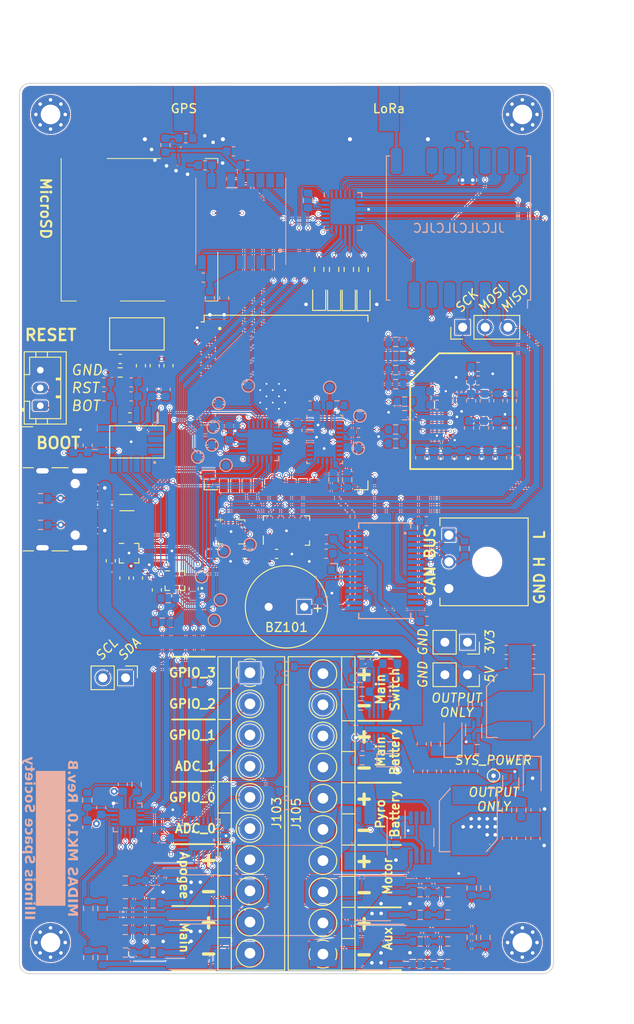
<source format=kicad_pcb>
(kicad_pcb (version 20221018) (generator pcbnew)
  (title_block (title "MIDAS MK1") (date "2024-01-10") (rev "B") (company "Illinois Space Society") (comment 4 "Contributors: Peter Giannetos, Thomas McManamen"))
  (layers (0 "F.Cu" signal) (1 "In1.Cu" signal) (2 "In2.Cu" signal) (31 "B.Cu" signal) (34 "B.Paste" user) (35 "F.Paste" user) (36 "B.SilkS" user "B.Silkscreen") (37 "F.SilkS" user "F.Silkscreen") (38 "B.Mask" user) (39 "F.Mask" user) (44 "Edge.Cuts" user))
  (net 0 "")
  (net 1 "/BUZZER")
  (net 2 "GND")
  (net 3 "/RESET_SW")
  (net 4 "/BOOT_SW")
  (net 5 "/ADC_DECAP")
  (net 6 "+3V3")
  (net 7 "+5V")
  (net 8 "Net-(U106-VDDIM)")
  (net 9 "Net-(U201-VCAPH)")
  (net 10 "Net-(U201-VCAPL)")
  (net 11 "/Power/SYS_POWER")
  (net 12 "Net-(U301-SS)")
  (net 13 "Net-(U403-VBATT)")
  (net 14 "Net-(J401-In)")
  (net 15 "Net-(D301-A)")
  (net 16 "Net-(FL401-OUT)")
  (net 17 "/RF/VCC_RF")
  (net 18 "Net-(U403-RF_IN)")
  (net 19 "Net-(C401-Pad2)")
  (net 20 "Net-(U502-V1P8ANA)")
  (net 21 "Net-(U502-V1P8DIG)")
  (net 22 "Net-(U504-CAP)")
  (net 23 "Net-(U505-C1)")
  (net 24 "Net-(D101-A)")
  (net 25 "Net-(D102-A)")
  (net 26 "Net-(D103-A)")
  (net 27 "Net-(D104-A)")
  (net 28 "Net-(D302-K)")
  (net 29 "/USB_POWER")
  (net 30 "/SPI_SCK")
  (net 31 "/SPI_MOSI")
  (net 32 "Net-(FL401-IN)")
  (net 33 "Net-(D303-K)")
  (net 34 "/MicroSD_CMD")
  (net 35 "/MicroSD_CLK")
  (net 36 "/MicroSD_DAT0")
  (net 37 "Net-(J106-CC1)")
  (net 39 "/SPI_MISO")
  (net 40 "/AUX_GPIO_3")
  (net 41 "Net-(J106-CC2)")
  (net 44 "/AUX_GPIO_2")
  (net 45 "/AUX_GPIO_1")
  (net 46 "/AUX_ADC_1")
  (net 47 "/AUX_GPIO_0")
  (net 48 "/AUX_ADC_0")
  (net 49 "/LIV3R_RESET")
  (net 50 "/ADXL355_CS")
  (net 51 "/BNO086_CS")
  (net 52 "/KX134_CS")
  (net 53 "/LIS3MDL_CS")
  (net 54 "/MS5611_CS")
  (net 55 "Net-(J402-In)")
  (net 56 "/V_PYRO")
  (net 57 "/PYRO_A")
  (net 58 "Net-(U402-AI)")
  (net 59 "Net-(Q201A-D1-Pad7)")
  (net 61 "Net-(Q201B-G2)")
  (net 62 "Net-(Q202A-S1)")
  (net 63 "Net-(Q202A-G1)")
  (net 64 "Net-(Q202B-G2)")
  (net 66 "/PYRO_B")
  (net 67 "Net-(Q204A-S1)")
  (net 68 "Net-(Q204A-G1)")
  (net 69 "Net-(Q204B-G2)")
  (net 70 "Net-(Q205A-S1)")
  (net 71 "Net-(Q205A-G1)")
  (net 72 "Net-(Q205B-G2)")
  (net 73 "/EXP_RESET")
  (net 74 "Net-(U303-SW)")
  (net 75 "/EXP_INT1")
  (net 76 "/EXP_INT2")
  (net 77 "/I2C_SCL")
  (net 78 "/I2C_SDA")
  (net 79 "/VBAT_PYRO")
  (net 80 "/PYRO_C")
  (net 81 "/CAN_CANL")
  (net 82 "/CAN_CANH")
  (net 83 "/LED_RED")
  (net 84 "/LED_ORANGE")
  (net 85 "/LED_GREEN")
  (net 86 "/LED_BLUE")
  (net 87 "/VBAT_SENSE")
  (net 88 "Net-(Q203A-S1)")
  (net 89 "Net-(Q203A-G1)")
  (net 90 "/MEM_DAT3")
  (net 91 "/MEM_CLK")
  (net 92 "Net-(Q203B-G2)")
  (net 93 "Net-(U105-ADDR)")
  (net 94 "/MEM_DS")
  (net 95 "/MEM_DAT0")
  (net 96 "/MEM_DAT1")
  (net 97 "/MEM_DAT2")
  (net 98 "/PYRO_D")
  (net 99 "Net-(U302-SW)")
  (net 100 "Net-(U106-CLK)")
  (net 101 "/PYRO_EN")
  (net 102 "/EXP_INT0")
  (net 103 "Net-(U106-DS)")
  (net 104 "Net-(U301-OV1)")
  (net 105 "Net-(U301-PR1)")
  (net 106 "Net-(U301-CP2)")
  (net 107 "Net-(U301-ILM)")
  (net 108 "Net-(U301-OV2)")
  (net 109 "/BNO086_BOOT")
  (net 110 "/ARM_A")
  (net 111 "/ARM_C")
  (net 112 "/CAN_STBY")
  (net 113 "/CAN_NINT1")
  (net 114 "/CAN_NINT0")
  (net 115 "/FIRE_A")
  (net 116 "/FIRE_C")
  (net 117 "/SENSE_A")
  (net 118 "/SENSE_C")
  (net 119 "/ARM_B")
  (net 120 "/CAN_NCS")
  (net 121 "/ARM_D")
  (net 122 "/CAN_NINT")
  (net 123 "/FIRE_B")
  (net 124 "/FIRE_D")
  (net 125 "/SENSE_B")
  (net 126 "/PYRO_SENSE")
  (net 127 "Net-(U303-FB)")
  (net 128 "Net-(U504-ENV_SDA)")
  (net 129 "Net-(U504-ENV_SCL)")
  (net 130 "/SENSE_D")
  (net 201 "/MEM_RST_N")
  (net 217 "/MEM_CMD")
  (net 247 "Net-(U302-FB)")
  (net 251 "/ADC_ALERT")
  (net 254 "/ADXL355_INT1")
  (net 255 "/ADXL355_INT2")
  (net 256 "/BNO086_WAKE")
  (net 257 "/BNO086_RESET")
  (net 258 "/KX134_INT1")
  (net 259 "/KX134_INT2")
  (net 260 "/LIS3MDL_INT")
  (net 261 "/LIS3MDL_DRDY")
  (net 262 "/LSM6DSLTR_INT1")
  (net 263 "/LSM6DSLTR_INT2")
  (net 275 "/USB_D-")
  (net 276 "/USB_D+")
  (net 277 "/RFM96W_RESET")
  (net 278 "/RFM96W_INT")
  (net 279 "/RFM96W_CS")
  (net 280 "/BNO086_INT")
  (net 288 "/RFM96W_DI05")
  (net 289 "/RFM96W_DI03")
  (net 290 "/RFM96W_DI04")
  (net 291 "/RFM96W_DI01")
  (net 292 "/RFM96W_DI02")
  (net 306 "/VBAT")
  (net 307 "Net-(U108-D+_out)")
  (net 308 "Net-(U108-D-_out)")
  (net 309 "Net-(J105-Pin_8)")
  (net 318 "Net-(U104-OSC2)")
  (net 319 "Net-(U104-OSC1)")
  (net 320 "Net-(U104-TXCAN)")
  (net 321 "Net-(U104-RXCAN)")
  (footprint "MountingHole:MountingHole_2.2mm_M2_Pad_Via" (layer "F.Cu") (at 161.5 146.5)
    (fp_text reference "H104" hide)
    (fp_text value "M2")
  )
  (footprint "Connector_PinHeader_2.54mm:PinHeader_1x03_P2.54mm_Vertical" (layer "F.Cu") (at 154.795 77.4 90)
    (fp_text reference "J110" hide)
    (fp_text value "~")
  )
  (footprint "LED_SMD:LED_0603_1608Metric" (layer "F.Cu") (at 138.68 74.02 90)
    (fp_text reference "D101" hide)
    (fp_text value "RED LED")
  )
  (footprint "Connector_PinHeader_2.54mm:PinHeader_1x02_P2.54mm_Vertical" (layer "F.Cu") (at 116.925 116.77 -90)
    (fp_text reference "J109" hide)
    (fp_text value "Conn_01x02")
  )
  (footprint "Capacitor_SMD:C_0603_1608Metric" (layer "F.Cu") (at 120.4425 106.8965 90)
    (fp_text reference "C502" hide)
    (fp_text value "0.1uF")
  )
  (footprint "Package_TFBGA:TFBGA-153_11.5x13mm" (layer "F.Cu") (at 154.65 86.825)
    (fp_text reference "U106" hide)
    (fp_text value "MTFCxxxx" hide)
  )
  (footprint "MountingHole:MountingHole_2.2mm_M2_Pad_Via" (layer "F.Cu") (at 161.5 53.5)
    (fp_text reference "H103" hide)
    (fp_text value "M2" hide)
  )
  (footprint "TestPoint:TestPoint_THTPad_D1.0mm_Drill0.5mm" (layer "F.Cu") (at 158.2625 127.77)
    (fp_text reference "J301" hide)
    (fp_text value "TestPoint")
  )
  (footprint "Package_LGA:LGA-8_3x5mm_P1.25mm" (layer "F.Cu") (at 135.000184 100.23 90)
    (fp_text reference "U506" hide)
    (fp_text value "MS5611-01BA03")
  )
  (footprint "Button_Switch_SMD:SW_SPST_FSMSM" (layer "F.Cu") (at 118.2 78.15)
    (fp_text reference "SW102" hide)
    (fp_text value "SW_Push")
  )
  (footprint "LED_SMD:LED_0603_1608Metric" (layer "F.Cu") (at 142.005 74.035 90)
    (fp_text reference "D103" hide)
    (fp_text value "GREEN LED")
  )
  (footprint "Package_DFN_QFN:ST_UQFN-6L_1.5x1.7mm_P0.5mm" (layer "F.Cu") (at 116.985 97.095 180)
    (fp_text reference "U108" hide)
    (fp_text value "ECMF02-2AMX6")
  )
  (footprint "Capacitor_SMD:C_0603_1608Metric" (layer "F.Cu") (at 115.269 103.627 -90)
    (fp_text reference "C518" hide)
    (fp_text value "100nF")
  )
  (footprint "LED_SMD:LED_0603_1608Metric" (layer "F.Cu") (at 140.355 74.035 90)
    (fp_text reference "D102" hide)
    (fp_text value "ORANGE LED")
  )
  (footprint "Capacitor_SMD:C_0603_1608Metric" (layer "F.Cu") (at 127.215 102.83)
    (fp_text reference "C512" hide)
    (fp_text value "0.1uF")
  )
  (footprint "Capacitor_SMD:C_0603_1608Metric" (layer "F.Cu") (at 118.65 81.7125 90)
    (fp_text reference "C115" hide)
    (fp_text value "1uF")
  )
  (footprint "MCU_ESP32:ESP32-S3-WROOM-1U" (layer "F.Cu") (at 134.855 85.16)
    (fp_text reference "U107" hide)
    (fp_text value "ESP32-S3-WROOM-1U")
  )
  (footprint "Package_LGA:LGA-12_2x2mm_P0.5mm" (layer "F.Cu") (at 122.4725 105.859)
    (fp_text reference "U501" hide)
    (fp_text value "KX134-1211")
  )
  (footprint "MountingHole:MountingHole_2.2mm_M2_Pad_Via" (layer "F.Cu") (at 108.5 146.5)
    (fp_text reference "H102" hide)
    (fp_text value "M2")
  )
  (footprint "Capacitor_SMD:C_0603_1608Metric" (layer "F.Cu") (at 116.325 80.95)
    (fp_text reference "C109" hide)
    (fp_text value "0.1uF")
  )
  (footprint "Capacitor_SMD:C_0603_1608Metric" (layer "F.Cu") (at 124.5775 106.7815 90)
    (fp_text reference "C504" hide)
    (fp_text value "0.1uF")
  )
  (footprint "Connector_JST:JST_PH_B3B-PH-K_1x03_P2.00mm_Vertical" (layer "F.Cu") (at 107.35 86.2125 90)
    (fp_text reference "J104" hide)
    (fp_text value "~")
  )
  (footprint "Resistor_SMD:R_0603_1608Metric" (layer "F.Cu") (at 116.325 82.475 180)
    (fp_text reference "R128" hide)
    (fp_text value "10k")
  )
  (footprint "Capacitor_SMD:C_0603_1608Metric" (layer "F.Cu") (at 130.245 102.83 180)
    (fp_text reference "C511" hide)
    (fp_text value "0.1uF")
  )
  (footprint "Package_LGA:Bosch_LGA-14_3x2.5mm_P0.5mm" (layer "F.Cu") (at 128.735 100.383)
    (fp_text reference "U503" hide)
    (fp_text value "LSM6DSLTR")
  )
  (footprint "Capacitor_SMD:C_0603_1608Metric" (layer "F.Cu") (at 121.75 81.7125 -90)
    (fp_text reference "C114" hide)
    (fp_text value "0.1uF")
  )
  (footprint "Package_LGA:LGA-12_2x2mm_P0.5mm" (layer "F.Cu") (at 117.324 102.777)
    (fp_text reference "U505" hide)
    (fp_text value "LIS3MDL")
  )
  (footprint "Connector_PinSocket_2.54mm:PinSocket_1x02_P2.54mm_Vertical" (layer "F.Cu") (at 155.34 116.425 -90)
    (fp_text reference "J102" hide)
    (fp_text value "Conn_01x02")
  )
  (footprint "Connector_Molex_Micro-Fit-Plus:Molex_Micro-Fit-Plus_2157601003_1x03_P3.0mm" (layer "F.Cu") (at 157.195001 103.744998 90)
    (fp_text reference "J107" hide)
    (fp_text value "2157601003")
  )
  (footprint "Connector_Molex_Terminal-Block:Molex_Terminal-Block_393570010_1x10_P3.5mm" (layer "F.Cu") (at 130.9 116.2 -90)
    (fp_text reference "J103")
    (fp_text value "Left")
  )
  (footprint "Connector_Yamaichi:PJS008-4100-0-VE" (layer "F.Cu") (at 119.85 66.45 180)
    (fp_text reference "J108" hide)
    (fp_text value "PJS008-4100-0-VE" hide)
  )
  (footprint "Buzzer:Buzzer_AT-0927-TT-6-R" (layer "F.Cu") (at 137.000184 108.8 180)
    (fp_text reference "BZ101")
    (fp_text value "AT-0927-TT-6-R")
  )
  (footprint "MountingHole:MountingHole_2.2mm_M2_Pad_Via" (layer "F.Cu") (at 108.5 53.5)
    (fp_text reference "H101" hide)
    (fp_text value "M2" hide)
  )
  (footprint "Capacitor_SMD:C_0603_1608Metric" (layer "F.Cu") (at 116.799 105.572 90)
    (fp_text reference "C516" hide)
    (fp_text value "1uF")
  )
  (footprint "Resistor_SMD:R_0603_1608Metric" (layer "F.Cu") (at 143.655 70.9075 -90)
    (fp_text reference "R127" hide)
    (fp_text value "470")
  )
  (footprint "Button_Switch_SMD:SW_SPST_FSMSM" (layer "F.Cu") (at 118.2 90.275 180)
    (fp_text reference "SW101" hide)
    (fp_text value "SW_Push")
  )
  (footprint "Resistor_SMD:R_0603_1608Metric" (layer "F.Cu") (at 142.005 70.9075 -90)
    (fp_text reference "R126" hide)
    (fp_text value "470")
  )
  (footprint "Capacitor_SMD:C_0603_1608Metric" (layer "F.Cu") (at 120.2 81.7125 -90)
    (fp_text reference "C113" hide)
    (fp_text value "22uF")
  )
  (footprint "LED_SMD:LED_0603_1608Metric" (layer "F.Cu") (at 143.655 74.035 90)
    (fp_text reference "D104" hide)
    (fp_text value "BLUE LED")
  )
  (footprint "Resistor_SMD:R_0603_1608Metric" (layer "F.Cu") (at 138.68 70.8925 -90)
    (fp_text reference "R124" hide)
    (fp_text value "470")
  )
  (footprint "Resistor_SMD:R_0603_1608Metric" (layer "F.Cu") (at 140.355 70.9075 -90)
    (fp_text reference "R125" hide)
    (fp_text value "470")
  )
  (footprint "Capacitor_SMD:C_0603_1608Metric" (layer "F.Cu") (at 117.412 87.525 180)
    (fp_text reference "C104" hide)
    (fp_text value "0.1uF")
  )
  (footprint "Connector_Molex_Terminal-Block:Molex_Terminal-Block_393570010_1x10_P3.5mm" (layer "F.Cu") (at 139.1 147.8 90)
    (fp_text reference "J105")
    (fp_text value "Right")
  )
  (footprint "Capacitor_SMD:C_0603_1608Metric" (layer "F.Cu") (at 118.324 105.572 90)
    (fp_text reference "C517" hide)
    (fp_text value "100nF")
  )
  (footprint "Capacitor_SMD:C_0603_1608Metric" (layer "F.Cu") (at 133.895 102.855)
    (fp_text reference "C519" hide)
    (fp_text value "0.1uF")
  )
  (footprint "Connector_PinSocket_2.54mm:PinSocket_1x02_P2.54mm_Vertical" (layer "F.Cu") (at 155.34 112.77 -90)
    (fp_text reference "J101" hide)
    (fp_text value "Conn_01x02")
  )
  (footprint "Connector_USB:USB_C_Receptacle_GCT_USB4105-xx-A_16P_TopMnt_Horizontal" (layer "F.Cu") (at 108.67 97.845 -90)
    (fp_text reference "J106" hide)
    (fp_text value "USB4105-GF-A")
  )
  (footprint "Resistor_SMD:R_0603_1608Metric" (layer "B.Cu") (at 153.14 140.85)
    (fp_text reference "R202" hide)
    (fp_text value "3.3k")
  )
  (footprint "Capacitor_SMD:C_0603_1608Metric" (layer "B.Cu") (at 130.645 59.166)
    (fp_text reference "C405" hide)
    (fp_text value "56pF")
  )
  (footprint "Capacitor_SMD:C_0603_1608Metric" (layer "B.Cu") (at 152.9 127.25 -90)
    (fp_text reference "C306" hide)
    (fp_text value "10uF")
  )
  (footprint "Resistor_SMD:R_0603_1608Metric" (layer "B.Cu") (at 135.025 131.05 180)
    (fp_text reference "R118" hide)
    (fp_text value "100k")
  )
  (footprint "Resistor_SMD:R_0603_1608Metric" (layer "B.Cu") (at 143.25 116.7755 180)
    (fp_text reference "R306" hide)
    (fp_text value "5k")
  )
  (footprint "Diode_SMD:D_SOD-123F" (layer "B.Cu") (at 162.607302 127.805 -90)
    (fp_text reference "D302" hide)
    (fp_text value "BZT52H-A5V1-QX")
  )
  (footprint "Resistor_SMD:R_0603_1608Metric" (layer "B.Cu") (at 120 145.08)
    (fp_text reference "R218" hide)
    (fp_text value "1k")
  )
  (footprint "Capacitor_SMD:C_0603_1608Metric" (layer "B.Cu") (at 162.775 115.175)
    (fp_text reference "C313" hide)
    (fp_text value "22uF")
  )
  (footprint "Capacitor_SMD:C_0603_1608Metric" (layer "B.Cu") (at 147.312 134.7 90)
    (fp_text reference "C201" hide)
    (fp_text value "1uF")
  )
  (footprint "Inductor_SMD:L_0603_1608Metric" (layer "B.Cu") (at 126.4 74.125 90)
    (fp_text reference "L402" hide)
    (fp_text value "27nH")
  )
  (footprint "Capacitor_SMD:C_0603_1608Metric" (layer "B.Cu") (at 157.2 88.71 -90)
    (fp_text reference "C127" hide)
    (fp_text value "0.1uF")
  )
  (footprint "Resistor_SMD:R_0603_1608Metric" (layer "B.Cu") (at 148.275 87.275 180)
    (fp_text reference "R116" hide)
    (fp_text value "50")
  )
  (footprint "Capacitor_SMD:C_0603_1608Metric" (layer "B.Cu") (at 139.5 108.18 180)
    (fp_text reference "C106" hide)
    (fp_text value "18pF")
  )
  (footprint "Capacitor_SMD:C_0603_1608Metric" (layer "B.Cu") (at 128 74.125 90)
    (fp_text reference "C407" hide)
    (fp_text value "56pF")
  )
  (footprint "Package_SO:SO-8_3.9x4.9mm_P1.27mm" (layer "B.Cu") (at 144.75 141.49 180)
    (fp_text reference "Q203" hide)
    (fp_text value "DMNH6022SSDQ")
  )
  (footprint "Inductor_TDK:L_TDK_SPM6530" (layer "B.Cu") (at 160.725 119.925 -90)
    (fp_text reference "L302" hide)
    (fp_text value "2.2uH")
  )
  (footprint "Package_SO:SO-8_3.9x4.9mm_P1.27mm" (layer "B.Cu") (at 125.28 146.985)
    (fp_text reference "Q204" hide)
    (fp_text value "DMNH6022SSDQ")
  )
  (footprint "Capacitor_SMD:C_0603_1608Metric" (layer "B.Cu") (at 162.967302 134.805 -90)
    (fp_text reference "C314" hide)
    (fp_text value "22uF")
  )
  (footprint "Resistor_SMD:R_0603_1608Metric" (layer "B.Cu") (at 146.5995 118.3255 180)
    (fp_text reference "R303" hide)
    (fp_text value "23.3k")
  )
  (footprint "TestPoint:TestPoint_Pad_D1.0mm" (layer "B.Cu") (at 130.91 101.81 180)
    (fp_text reference "TP114" hide)
    (fp_text value "TestPoint_Small")
  )
  (footprint "Capacitor_SMD:C_0603_1608Metric" (layer "B.Cu") (at 123.69 56.17 180)
    (fp_text reference "C401" hide)
    (fp_text value "140pF")
  )
  (footprint "Capacitor_SMD:C_0603_1608Metric" (layer "B.Cu") (at 150.2 124.2 90)
    (fp_text reference "C307" hide)
    (fp_text value "10uF")
  )
  (footprint "Resistor_SMD:R_0603_1608Metric" (layer "B.Cu") (at 151.76 124.2 90)
    (fp_text reference "R314" hide)
    (fp_text value "30k")
  )
  (footprint "Capacitor_SMD:C_0603_1608Metric" (layer "B.Cu") (at 117.54 85.16)
    (fp_text reference "C505" hide)
    (fp_text value "1uF")
  )
  (footprint "Capacitor_SMD:C_0603_1608Metric" (layer "B.Cu") (at 160.75 92.055 -90)
    (fp_text reference "C120" hide)
    (fp_text value "2.2uF")
  )
  (footprint "Capacitor_SMD:C_0603_1608Metric" (layer "B.Cu") (at 143.11 89.245)
    (fp_text reference "C513" hide)
    (fp_text value "0.1uF")
  )
  (footprint "Capacitor_SMD:C_0603_1608Metric" (layer "B.Cu") (at 158.8 85.65 -90)
    (fp_text reference "C130" hide)
    (fp_text value "2.2uF")
  )
  (footprint "Capacitor_SMD:C_0603_1608Metric" (layer "B.Cu") (at 156.525 83.375)
    (fp_text reference "C132" hide)
    (fp_text value "2.2uF")
  )
  (footprint "Capacitor_SMD:C_0603_1608Metric" (layer "B.Cu") (at 139.45 102.83 180)
    (fp_text reference "C107" hide)
    (fp_text value "18pF")
  )
  (footprint "Resistor_SMD:R_0603_1608Metric" (layer "B.Cu") (at 158.267302 126.455)
    (fp_text reference "R311" hide)
    (fp_text value "20k")
  )
  (footprint "Resistor_SMD:R_0603_1608Metric" (layer "B.Cu") (at 141.82 94.525 -90)
    (fp_text reference "R503" hide)
    (fp_text value "2.2k")
  )
  (footprint "Resistor_SMD:R_0603_1608Metric" (layer "B.Cu") (at 150.03 140.85 180)
    (fp_text reference "R207" hide)
    (fp_text value "1k")
  )
  (footprint "Resistor_SMD:R_0603_1608Metric" (layer "B.Cu") (at 147.27 80.625 180)
    (fp_text reference "R111" hide)
    (fp_text value "50k")
  )
  (footprint "Resistor_SMD:R_0603_1608Metric" (layer "B.Cu") (at 112.74 142.68 90)
    (fp_text reference "R211" hide)
    (fp_text value "22k")
  )
  (footprint "Resistor_SMD:R_0603_1608Metric" (layer "B.Cu") (at 107.37 96.595 180)
    (fp_text reference "R122" hide)
    (fp_text value "5.1k")
  )
  (footprint "Resistor_SMD:R_0603_1608Metric" (layer "B.Cu") (at 153.13 146.38)
    (fp_text reference "R214" hide)
    (fp_text value "3.3k")
  )
  (footprint "Capacitor_SMD:C_0603_1608Metric" (layer "B.Cu") (at 125.65 71.825 180)
    (fp_text reference "C406" hide)
    (fp_text value "56pF")
  )
  (footprint "Resistor_SMD:R_0603_1608Metric" (layer "B.Cu") (at 112.74 148.2 90)
    (fp_text reference "R223" hide)
    (fp_text value "22k")
  )
  (footprint "Resistor_SMD:R_0603_1608Metric" (layer "B.Cu") (at 150.03 148.92 180)
    (fp_text reference "R220" hide)
    (fp_text value "1k")
  )
  (footprint "Inductor_TDK:L_TDK_SPM6530" (layer "B.Cu") (at 155.43 132.745 90)
    (fp_text reference "L301" hide)
    (fp_text value "2.2uH")
  )
  (footprint "Resistor_SMD:R_0603_1608Metric" (layer "B.Cu") (at 155.81 145.925 90)
    (fp_text reference "R222" hide)
    (fp_text value "10k")
  )
  (footprint "Resistor_SMD:R_0603_1608Metric" (layer "B.Cu") (at 116.9 147.62 180)
    (fp_text reference "R213" hide)
    (fp_text value "3.3k")
  )
  (footprint "Resistor_SMD:R_0603_1608Metric" (layer "B.Cu") (at 120 147.62)
    (fp_text reference "R217" hide)
    (fp_text value "1k")
  )
  (footprint "Capacitor_SMD:C_0603_1608Metric" (layer "B.Cu") (at 137.64 86.195 180)
    (fp_text reference "C514" hide)
    (fp_text value "0.1uF")
  )
  (footprint "Capacitor_SMD:C_0603_1608Metric" (layer "B.Cu") (at 160.28 88.71 -90)
    (fp_text reference "C128" hide)
    (fp_text value "2.2uF")
  )
  (footprint "Resistor_SMD:R_0603_1608Metric" (layer "B.Cu") (at 143.4995 118.3255)
    (fp_text reference "R307" hide)
    (fp_text value "65k")
  )
  (footprint "TestPoint:TestPoint_Pad_D1.0mm" (layer "B.Cu") (at 128.21 92.89 180)
    (fp_text reference "TP111" hide)
    (fp_text value "TestPoint_Small")
  )
  (footprint "Capacitor_SMD:C_0603_1608Metric" (layer "B.Cu") (at 151.35 127.25 -90)
    (fp_text reference "C303" hide)
    (fp_text value "0.1uF")
  )
  (footprint "Capacitor_SMD:C_0603_1608Metric" (layer "B.Cu") (at 125.859 59.216)
    (fp_text reference "C404" hide)
    (fp_text value "120pF")
  )
  (footprint "Package_TO_SOT_SMD:SOT-563" (layer "B.Cu") (at 160.193651 128.645 -90)
    (fp_text reference "U302" hide)
    (fp_text value "TI_TPS566242")
  )
  (footprint "Resistor_SMD:R_0603_1608Metric" (layer "B.Cu") (at 112.625 130.5 90)
    (fp_text reference "R107" hide)
    (fp_text value "100k")
  )
  (footprint "TestPoint:TestPoint_Pad_D1.0mm" (layer "B.Cu") (at 125.47 105.41 180)
    (fp_text reference "TP112" hide)
    (fp_text value "TestPoint_Small")
  )
  (footprint "Capacitor_SMD:C_0603_1608Metric" (layer "B.Cu") (at 153.1 92.055 -90)
    (fp_text reference "C116" hide)
    (fp_text value "2.2uF")
  )
  (footprint "Resistor_SMD:R_0603_1608Metric" (layer "B.Cu") (at 161.378651 131.615 -90)
    (fp_text reference "R315" hide)
    (fp_text value "30k")
  )
  (footprint "Connector_Coax:SMA_Molex_732511153_EdgeMount_Horizontal" (layer "B.Cu") (at 123.478 54.56 -90)
    (fp_text reference "J401" hide)
    (fp_text value "SMA")
  )
  (footprint "Capacitor_SMD:C_0603_1608Metric" (layer "B.Cu") (at 158.743332 88.71 -90)
    (fp_text reference "C129" hide)
    (fp_text value "0.1uF")
  )
  (footprint "Capacitor_SMD:C_0603_1608Metric" (layer "B.Cu") (at 150.03 92.055 -90)
    (fp_text reference "C118" hide)
    (fp_text value "2.2uF")
  )
  (footprint "Capacitor_SMD:C_0603_1608Metric" (layer "B.Cu") (at 150.720001 99.174998 180)
    (fp_text reference "C101" hide)
    (fp_text value "0.1uF")
  )
  (footprint "TestPoint:TestPoint_Pad_D1.0mm" (layer "B.Cu") (at 143.25 87.35 180)
    (fp_text reference "TP105" hide)
    (fp_text value "TestPoint_Small")
  )
  (footprint "Capacitor_SMD:C_0603_1608Metric" (layer "B.Cu") (at 136.23 88.995 -90)
    (fp_text reference "C515" hide)
    (fp_text value "0.1uF")
  )
  (footprint "Capacitor_SMD:C_0603_1608Metric" (layer "B.Cu") (at 159.7 113.65 180)
    (fp_text reference "C309" hide)
    (fp_text value "22uF")
  )
  (footprint "Capacitor_SMD:C_0603_1608Metric" (layer "B.Cu") (at 154.45 127.25 -90)
    (fp_text reference "C302" hide)
    (fp_text value "0.1uF")
  )
  (footprint "Capacitor_SMD:C_0603_1608Metric" (layer "B.Cu") (at 116.6175 128.74 90)
    (fp_text reference "C110" hide)
    (fp_text value "1uF")
  )
  (footprint "Package_TO_SOT_SMD:SOT-563" (layer "B.Cu") (at 156.035 122.635 90)
    (fp_text reference "U303" hide)
    (fp_text value "TI_TPS566242")
  )
  (footprint "Capacitor_SMD:C_0603_1608Metric" (layer "B.Cu") (at 160.325 85.65 -90)
    (fp_text reference "C131" hide)
    (fp_text value "0.1uF")
  )
  (footprint "Capacitor_SMD:C_0603_1608Metric" (layer "B.Cu") (at 111.07 90.66 90)
    (fp_text reference "C506" hide)
    (fp_text value "0.1uF")
  )
  (footprint "Capacitor_SMD:C_0603_1608Metric" (layer "B.Cu") (at 119.87 84.38 90)
    (fp_text reference "C508" hide)
    (fp_text value "0.1uF")
  )
  (footprint "Capacitor_SMD:C_0603_1608Metric" (layer "B.Cu") (at 151.56 92.055 -90)
    (fp_text reference "C119" hide)
    (fp_text value "0.1uF")
  )
  (footprint "RF_Amplifier_Infineon:Infineon_TSNP-6-2" (layer "B.Cu") (at 122.83 57.571 180)
    (fp_text reference "U402" hide)
    (fp_text value "BGA725L6" hide)
  )
  (footprint "Resistor_SMD:R_0603_1608Metric" (layer "B.Cu") (at 150.03 146.38 180)
    (fp_text reference "R219" hide)
    (fp_text value "1k")
  )
  (footprint "RF_GPS_ST:Teseo-LIV3R" (layer "B.Cu") (at 129.875 65.5)
    (fp_text reference "U403" hide)
    (fp_text value "Teseo-LIV3R" hide)
  )
  (footprint "TestPoint:TestPoint_Pad_D1.0mm" (layer "B.Cu") (at 126.64 90.62 180)
    (fp_text reference "TP107" hide)
    (fp_text value "TestPoint_Small")
  )
  (footprint "Capacitor_SMD:C_0603_1608Metric" (layer "B.Cu") (at 114.48 83.59 180)
    (fp_text reference "C510" hide)
    (fp_text value "0.1uF")
  )
  (footprint "Capacitor_SMD:C_0603_1608Metric" (layer "B.Cu") (at 162.8 113.625)
    (fp_text reference "C311" hide)
    (fp_text value "22uF")
  )
  (footprint "TestPoint:TestPoint_Pad_D1.0mm" (layer "B.Cu") (at 130.7 83.97 180)
    (fp_text reference "TP102" hide)
    (fp_text value "TestPoint_Small")
  )
  (footprint "Package_DFN_QFN:WQFN-24-1EP_4x4mm_P0.5mm_EP2.6x2.6mm" (layer "B.Cu") (at 141.35 64.4 -90)
    (fp_text reference "U103" hide)
    (fp_text value "TCAL9539-Q1")
  )
  (footprint "Resistor_SMD:R_0603_1608Metric" (layer "B.Cu") (at 147.27 88.875)
    (fp_text reference "R112" hide)
    (fp_text value "22")
  )
  (footprint "Capacitor_SMD:C_0603_1608Metric" (layer "B.Cu") (at 157.685 92.055 -90)
    (fp_text reference "C123" hide)
    (fp_text value "0.1uF")
  )
  (footprint "Resistor_SMD:R_0603_1608Metric" (layer "B.Cu") (at 146.7995 119.8755 180)
    (fp_text reference "R301" hide)
    (fp_text value "7.3k")
  )
  (footprint "Resistor_SMD:R_0603_1608Metric" (layer "B.Cu") (at 146.5995 124.4755 180)
    (fp_text reference "R310" hide)
    (fp_text value "18.7k")
  )
  (footprint "Resistor_SMD:R_0603_1608Metric" (layer "B.Cu") (at 146.6495 115.1755)
    (fp_text reference "R304" hide)
    (fp_text value "5k")
  )
  (footprint "Capacitor_SMD:C_0603_1608Metric" (layer "B.Cu") (at 112.67 90.65 -90)
    (fp_text reference "C501" hide)
    (fp_text value "1uF")
  )
  (footprint "Capacitor_SMD:C_0603_1608Metric" (layer "B.Cu") (at 114.185 131.34 90)
    (fp_text reference "C108" hide)
    (fp_text value "1uF")
  )
  (footprint "Diode_SMD:D_SOD-123F" (layer "B.Cu") (at 153.71 123.485 90)
    (fp_text reference "D303" hide)
    (fp_text value "BZT52H-A5V1-QX")
  )
  (footprint "Capacitor_SMD:C_0603_1608Metric" (layer "B.Cu") (at 155.975 127.25 -90)
    (fp_text reference "C304" hide)
    (fp_text value "10uF")
  )
  (footprint "Resistor_SMD:R_0603_1608Metric" (layer "B.Cu") (at 116.9 145.08 180)
    (fp_text reference "R215" hide)
    (fp_text value "3.3k")
  )
  (footprint "Capacitor_SMD:C_0603_1608Metric" (layer "B.Cu") (at 117.55 83.59 180)
    (fp_text reference "C507" hide)
    (fp_text value "0.1uF")
  )
  (footprint "Resistor_SMD:R_0603_1608Metric" (layer "B.Cu") (at 155.01 102.25 -90)
    (fp_text reference "R117" hide)
    (fp_text value "120")
  )
  (footprint "Capacitor_SMD:C_0603_1608Metric" (layer "B.Cu") (at 143.5495 124.4755)
    (fp_text reference "C301" hide)
    (fp_text value "1uF")
  )
  (footprint "Package_DFN_QFN:WQFN-24-1EP_4x4mm_P0.5mm_EP2.6x2.6mm" (layer "B.Cu") (at 125.425 134.75 -90)
    (fp_text reference "U101" hide)
    (fp_text value "TCAL9539-Q1")
  )
  (footprint "Resistor_SMD:R_0603_1608Metric" (layer "B.Cu") (at 121.043 110.591 180)
    (fp_text reference "R105" hide)
    (fp_text value "10k")
  )
  (footprint "Crystal:Crystal_SMD_Abracon_ABM10-4Pin_2.5x2.0mm" (layer "B.Cu") (at 139.435 105.475 180)
    (fp_text reference "Y101" hide)
    (fp_text value "40MHz")
  )
  (footprint "Resistor_SMD:R_0603_1608Metric" (layer "B.Cu") (at 137.425 63.15 90)
    (fp_text reference "R103" hide)
    (fp_text value "10k")
  )
  (footprint "Capacitor_SMD:C_0603_1608Metric" (layer "B.Cu") (at 159.78 134.805 -90)
    (fp_text reference "C308" hide)
    (fp_text value "22uF")
  )
  (footprint "Resistor_SMD:R_0603_1608Metric" (layer "B.Cu") (at 148.275 85.75 180)
    (fp_text reference "R113" hide)
    (fp_text value "22")
  )
  (footprint "Capacitor_SMD:C_0603_1608Metric" (layer "B.Cu") (at 151.915 86.1 180)
    (fp_text reference "C111" hide)
    (fp_text value "1uF")
  )
  (footprint "Package_SO:VSSOP-8_3.0x3.0mm_P0.65mm" (layer "B.Cu") (at 149.942 134.7 -90)
    (fp_text reference "U201" hide)
    (fp_text value "LM74670-Q1")
  )
  (footprint "Capacitor_SMD:C_0603_1608Metric" (layer "B.Cu") (at 162.977302 131.615 90)
    (fp_text reference "C310" hide)
    (fp_text value "22uF")
  )
  (footprint "Resistor_SMD:R_0603_1608Metric" (layer "B.Cu") (at 143.3495 119.8755)
    (fp_text reference "R305" hide)
    (fp_text value "44k")
  )
  (footprint "Capacitor_SMD:C_0603_1608Metric" (layer "B.Cu") (at 149.8 127.25 -90)
    (fp_text reference "C305" hide)
    (fp_text value "10uF")
  )
  (footprint "Capacitor_SMD:C_0603_1608Metric" (layer "B.Cu") (at 114.48 85.15)
    (fp_text reference "C509" hide)
    (fp_text value "1uF")
  )
  (footprint "Resistor_SMD:R_0603_1608Metric" (layer "B.Cu") (at 121.732 107.82 180)
    (fp_text reference "R104" hide)
    (fp_text value "10k")
  )
  (footprint "Resistor_SMD:R_0603_1608Metric" (layer "B.Cu") (at 150.03 143.395 180)
    (fp_text reference "R208" hide)
    (fp_text value "1k")
  )
  (footprint "RF_Filter_Qualcomm:Qualcomm_SMD-5" (layer "B.Cu") (at 123.45 58.912)
    (fp_text reference "FL401" hide)
    (fp_text value "B4327")
  )
  (footprint "Resistor_SMD:R_0603_1608Metric" (layer "B.Cu") (at 147.27 79.041667 180)
    (fp_text reference "R110" hide)
    (fp_text value "50k")
  )
  (footprint "Resistor_SMD:R_0603_1608Metric" (layer "B.Cu") (at 154.885 119.735 90)
    (fp_text reference "R316" hide)
    (fp_text value "30k")
  )
  (footprint "Resistor_SMD:R_0603_1608Metric" (layer "B.Cu") (at 120 139.555)
    (fp_text reference "R206" hide)
    (fp_text value "1k")
  )
  (footprint "Resistor_SMD:R_0603_1608Metric" (layer "B.Cu") (at 159.78 131.615 -90)
    (fp_text reference "R317" hide)
    (fp_text value "135k")
  )
  (footprint "Resistor_SMD:R_0603_1608Metric" (layer "B.Cu") (at 118.1675 128.74 90)
    (fp_text reference "R108" hide)
    (fp_text value "TBD")
  )
  (footprint "Resistor_SMD:R_0603_1608Metric" (layer "B.Cu") (at 114.34 142.68 -90)
    (fp_text reference "R210" hide)
    (fp_text value "10k")
  )
  (footprint "Resistor_SMD:R_0603_1608Metric" (layer "B.Cu") (at 143.4995 115.1755 180)
    (fp_text reference "R308" hide)
    (fp_text value "5k")
  )
  (footprint "Resistor_SMD:R_0603_1608Metric" (layer "B.Cu") (at 135.025 129.525)
    (fp_text reference "R119" hide)
    (fp_text value "220k")
  )
  (footprint "Diode_SMD:D_0603_1608Metric" (layer "B.Cu") (at 146.6495 126.0255)
    (fp_text reference "D301" hide)
    (fp_text value "D")
  )
  (footprint "Resistor_SMD:R_0603_1608Metric" (layer "B.Cu") (at 114.34 148.2 -90)
    (fp_text reference "R221" hide)
    (fp_text value "10k")
  )
  (footprint "Capacitor_SMD:C_0603_1608Metric" (layer "B.Cu") (at 157.275 85.65 -90)
    (fp_text reference "C124" hide)
    (fp_text value "2.2uF")
  )
  (footprint "Resistor_SMD:R_0603_1608Metric" (layer "B.Cu") (at 156.415 124.785 180)
    (fp_text reference "R312" hide)
    (fp_text value "20k")
  )
  (footprint "Resistor_SMD:R_0603_1608Metric" (layer "B.Cu") (at 147.27 90.45 180)
    (fp_text reference "R115" hide)
    (fp_text value "50k")
  )
  (footprint "Capacitor_SMD:C_0603_1608Metric" (layer "B.Cu") (at 154.63 92.055 -90)
    (fp_text reference "C117" hide)
    (fp_text value "0.1uF")
  )
  (footprint "Resistor_SMD:R_0603_1608Metric" (layer "B.Cu") (at 128.54 89.22 -90)
    (fp_text reference "R102" hide)
    (fp_text value "10k")
  )
  (footprint "Resistor_SMD:R_0603_1608Metric" (layer "B.Cu") (at 157.35 140.375 -90)
    (fp_text reference "R212" hide)
    (fp_text value "22k")
  )
  (footprint "TestPoint:TestPoint_Pad_D1.0mm" (layer "B.Cu") (at 127.98 102.56 180)
    (fp_text reference "TP113" hide)
    (fp_text value "TestPoint_Small")
  )
  (footprint "Resistor_SMD:R_0603_1608Metric" (layer "B.Cu") (at 147.27 82.208333 180)
    (fp_text reference "R114" hide)
    (fp_text value "50k")
  )
  (footprint "Resistor_SMD:R_0603_1608Metric" (layer "B.Cu") (at 160.602302 125.705 90)
    (fp_text reference "R313" hide)
    (fp_text value "30k")
  )
  (footprint "Package_SO:SO-8_3.9x4.9mm_P1.27mm" (layer "B.Cu") (at 143.75 134.7 -90)
    (fp_text reference "Q201" hide)
    (fp_text value "DMNH6022SSDQ")
  )
  (footprint "RF_Module:HOPERF_RFM9XW_SMD" (layer "B.Cu") (at 154.33 66.255 90)
    (fp_text reference "U401" hide)
    (fp_text value "RFM96W-433S2")
  )
  (footprint "Resistor_SMD:R_0603_1608Metric" (layer "B.Cu") (at 155.81 140.375 90)
    (fp_text reference "R209" hide)
    (fp_text value "10k")
  )
  (footprint "Resistor_SMD:R_0603_1608Metric" (layer "B.Cu") (at 156.41 119.735 90)
    (fp_text reference "R318" hide)
    (fp_text value "220k")
  )
  (footprint "Resistor_SMD:R_0603_1608Metric" (layer "B.Cu") (at 140.29 94.525 -90)
    (fp_text reference "R502" hide)
    (fp_text value "2.2k")
  )
  (footprint "TestPoint:TestPoint_Pad_D1.0mm" (layer "B.Cu") (at 143.06 90.99 180)
    (fp_text reference "TP104" hide)
    (fp_text value "TestPoint_Small")
  )
  (footprint "Resistor_SMD:R_0603_1608Metric" (layer "B.Cu") (at 120 142.1)
    (fp_text reference "R205" hide)
    (fp_text value "1k")
  )
  (footprint "Capacitor_SMD:C_0603_1608Metric" (layer "B.Cu") (at 156.525 81.85)
    (fp_text reference "C133" hide)
    (fp_text value "0.1uF")
  )
  (footprint "TestPoint:TestPoint_Pad_D1.0mm" (layer "B.Cu") (at 127.4 85.95 180)
    (fp_text reference "TP101" hide)
    (fp_text value "TestPoint_Small")
  )
  (footprint "Capacitor_SMD:C_0603_1608Metric" (layer "B.Cu") (at 112.625 133.55 -90)
    (fp_text reference "C103" hide)
    (fp_text value "1uF")
  )
  (footprint "Resistor_SMD:R_0603_1608Metric" (layer "B.Cu") (at 153.13 143.38)
    (fp_text reference "R204" hide)
    (fp_text value "3.3k")
  )
  (footprint "TestPoint:TestPoint_Pad_D1.0mm" (layer "B.Cu") (at 125.04 91.97 180)
    (fp_text reference "TP103" hide)
    (fp_text value "TestPoint_Small")
  )
  (footprint "Resistor_SMD:R_0603_1608Metric" (layer "B.Cu") (at 116.9 139.555 180)
    (fp_text reference "R203" hide)
    (fp_text value "3.3k")
  )
  (footprint "Package_DFN_QFN:WQFN-16-1EP_3x3mm_P0.5mm_EP1.68x1.68mm" (layer "B.Cu") (at 117.1575 132.45 90)
    (fp_text reference "U105" hide)
    (fp_text value "ADS7138-Q1")
  )
  (footprint "Resistor_SMD:R_0603_1608Metric" (layer "B.Cu") (at 135.025 115.5 180)
    (fp_text reference "R120" hide)
    (fp_text value "100k")
  )
  (footprint "Capacitor_SMD:C_0603_1608Metric" (layer "B.Cu") (at 155.513334 88.71 -90)
    (fp_text reference "C126" hide)
    (fp_text value "2.2uF")
  )
  (footprint "Package_LGA:LGA-28_5.2x3.8mm_P0.5mm" (layer "B.Cu") (at 139.3 89.99 -90)
    (fp_text reference "U504" hide)
    (fp_text value "BNO086")
  )
  (footprint "Capacitor_SMD:C_0603_1608Metric" (layer "B.Cu") (at 139.49 101.22)
    (fp_text reference "C105" hide)
    (fp_text value "0.1uF")
  )
  (footprint "Capacitor_SMD:C_0603_1608Metric" (layer "B.Cu") (at 150.780001 110.384998 180)
    (fp_text reference "C102" hide)
    (fp_text value "0.1uF")
  )
  (footprint "Capacitor_SMD:C_0603_1608Metric" (layer "B.Cu") (at 121.43 84.38 -90)
    (fp_text reference "C503" hide)
    (fp_text value "1uF")
  )
  (footprint "TestPoint:TestPoint_Pad_D1.0mm" (layer "B.Cu") (at 126.91 110.31 180)
    (fp_text reference "TP109" hide)
    (fp_text value "TestPoint_Small")
  )
  (footprint "Inductor_SMD:L_0603_1608Metric" (layer "B.Cu") (at 121.41 56.94 -90)
    (fp_text reference "L401" hide)
    (fp_text value "5.6nH")
  )
  (footprint "Resistor_SMD:R_0603_1608Metric" (layer "B.Cu") (at 116.9 142.1 180)
    (fp_text reference "R201" hide)
    (fp_text value "3.3k")
  )
  (footprint "Package_VQFN:VQFN-HR-RUX0012A" (layer "B.Cu") (at 145.0695 122.1745)
    (fp_text reference "U301" hide)
    (fp_text value "TPS2121" hide)
  )
  (footprint "Package_SO:SO-8_3.9x4.9mm_P1.27mm" (layer "B.Cu") (at 125.28 141.46)
    (fp_text reference "Q202" hide)
    (fp_text value "DMNH6022SSDQ")
  )
  (footprint "Resistor_SMD:R_0603_1608Metric" (layer "B.Cu") (at 121.15 134.775)
    (fp_text reference "R101" hide)
    (fp_text value "10k")
  )
  (footprint "TestPoint:TestPoint_Pad_D1.0mm" (layer "B.Cu") (at 126.77 88.6 180)
    (fp_text reference "TP108" hide)
    (fp_text value "TestPoint_Small")
  )
  (footprint "Connector_Coax:SMA_Molex_732511153_EdgeMount_Horizontal" (layer "B.Cu") (at 146.512125 54.56 -90)
    (fp_text reference "J402" hide)
    (fp_text value "SMA")
  )
  (footprint "Capacitor_SMD:C_0603_1608Metric" (layer "B.Cu") (at 161.373651 134.805 -90)
    (fp_text reference "C312" hide)
    (fp_text value "22uF")
  )
  (footprint "Resistor_SMD:R_0603_1608Metric" (layer "B.Cu") (at 107.37 99.595 180)
    (fp_text reference "R123" hide)
    (fp_text value "5.1k")
  )
  (footprint "Resistor_SMD:R_0603_1608Metric" (layer "B.Cu") (at 140.67 86.185)
    (fp_text reference "R501" hide)
    (fp_text value "10k")
  )
  (footprint "Capacitor_SMD:C_0603_1608Metric" (layer "B.Cu") (at 156.16 92.055 -90)
    (fp_text reference "C122" hide)
    (fp_text value "2.2uF")
  )
  (footprint "Package_DFN_QFN:WQFN-24-1EP_4x4mm_P0.5mm_EP2.6x2.6mm" (layer "B.Cu") (at 132.0275 90.265 -90)
    (fp_text reference "U102" hide)
    (fp_text value "TCAL9539-Q1")
  )
  (footprint "Resistor_SMD:R_0603_1608Metric" (layer "B.Cu") (at 157.35 145.925 -90)
    (fp_text reference "R224" hide)
    (fp_text value "22k")
  )
  (footprint "Sensor_Motion_Analog:Analog_LGA_14-7.4x7.4mm" (layer "B.Cu") (at 117.54 90.01 90)
    (fp_text reference "U502" hide)
    (fp_text value "ADXL355" hide)
  )
  (footprint "Resistor_SMD:R_0603_1608Metric" (layer "B.Cu") (at 146.9 116.7755)
    (fp_text reference "R302" hide)
    (fp_text value "5k")
  )
  (footprint "Capacitor_SMD:C_0603_1608Metric" (layer "B.Cu") (at 159.22 92.055 -90)
    (fp_text reference "C121" hide)
    (fp_text value "0.1uF")
  )
  (footprint "Resistor_SMD:R_0603_1608Metric" (layer "B.Cu") (at 143.4995 126.0255)
    (fp_text reference "R309" hide)
    (fp_text value "0")
  )
  (footprint "Resistor_SMD:R_0603_1608Metric" (layer "B.Cu") (at 153.13 148.92)
    (fp_text reference "R216" hide)
    (fp_text value "3.3k")
  )
  (footprint "Capacitor_SMD:C_0603_1608Metric" (layer "B.Cu") (at 155.33 55.95)
    (fp_text reference "C402" hide)
    (fp_text value "10uF")
  )
  (footprint "Capacitor_SMD:C_0603_1608Metric" (layer "B.Cu") (at 129.06 57.64 180)
    (fp_text reference "C403" hide)
    (fp_text value "1nF")
  )
  (footprint "TestPoint:TestPoint_Pad_D1.0mm" (layer "B.Cu") (at 139.86 84.15 180)
    (fp_text reference "TP106" hide)
    (fp_text value "TestPoint_Small")
  )
  (footprint "Package_SO:SO-8_3.9x4.9mm_P1.27mm" (layer "B.Cu") (at 144.75 147.015 180)
    (fp_text reference "Q205" hide)
    (fp_text value "DMNH6022SSDQ")
  )
  (footprint "Capacitor_SMD:C_0603_1608Metric" (layer "B.Cu") (at 155.75 85.65 -90)
    (fp_text reference "C125" hide)
    (fp_text value "0.1uF")
  )
  (footprint "Resistor_SMD:R_0603_1608Metric" (layer "B.Cu") (at 147.27 83.791667 180)
    (fp_text reference "R109" hide)
    (fp_text value "50k")
  )
  (footprint "Resistor_SMD:R_0603_1608Metric" (layer "B.Cu") (at 135.025 117.025)
    (fp_text reference "R121" hide)
    (fp_text value "220k")
  )
  (footprint "Resistor_SMD:R_0603_1608Metric" (layer "B.Cu") (at 124.645 117.31)
    (fp_text reference "R106" hide)
    (fp_text value "10k")
  )
  (footprint "Package_SSOP:SSOP-28" (layer "B.Cu") (at 146.04 104.75 180)
    (fp_text reference "U104" hide)
    (fp_text value "MCP251863")
  )
  (footprint "TestPoint:TestPoint_Pad_D1.0mm" (layer "B.Cu") (at 127.59 108.02 180)
    (fp_text reference "TP110" hide)
    (fp_text value "TestPoint_Small")
  )
  (footprint "Capacitor_SMD:C_0603_1608Metric" (layer "B.Cu") (at 159.7 115.175 180)
    (fp_text reference "C315" hide)
    (fp_text value "22uF")
  )
  (footprint "Capacitor_SMD:C_0603_1608Metric" (layer "B.Cu") (at 151.915 84.58 180)
    (fp_text reference "C112" hide)
    (fp_text value "0.1uF")
  )
  (gr_rect locked (start 106.925 127.3) (end 110.1 142.3) (stroke (width 0.15)) (fill solid) (layer "B.SilkS"))
  (gr_line (start 126.965 128.45) (end 122.16 128.45) (stroke (width 0.2)) (layer "F.SilkS"))
  (gr_line locked (start 147.86 135.55) (end 143.055 135.55) (stroke (width 0.2)) (layer "F.SilkS"))
  (gr_line (start 126.965 114.4) (end 122.16 114.4) (stroke (width 0.2)) (layer "F.SilkS"))
  (gr_line (start 126.965 149.6) (end 122.16 149.6) (stroke (width 0.2)) (layer "F.SilkS"))
  (gr_line (start 147.86 121.6) (end 143.055 121.6) (stroke (width 0.2)) (layer "F.SilkS"))
  (gr_line (start 147.86 128.55) (end 143.055 128.55) (stroke (width 0.2)) (layer "F.SilkS"))
  (gr_line (start 147.86 114.4) (end 143.055 114.4) (stroke (width 0.2)) (layer "F.SilkS"))
  (gr_line (start 147.86 149.6) (end 143.055 149.6) (stroke (width 0.2)) (layer "F.SilkS"))
  (gr_line locked (start 126.965 135.45) (end 122.16 135.45) (stroke (width 0.2)) (layer "F.SilkS"))
  (gr_line (start 147.86 142.55) (end 143.055 142.55) (stroke (width 0.2)) (layer "F.SilkS"))
  (gr_line (start 126.965 142.4) (end 122.16 142.4) (stroke (width 0.2)) (layer "F.SilkS"))
  (gr_line (start 126.965 121.45) (end 122.16 121.45) (stroke (width 0.2)) (layer "F.SilkS"))
  (gr_arc (start 106.200367 150.002234) (mid 105.35 149.65) (end 104.997766 148.799633) (stroke (width 0.1)) (layer "Edge.Cuts"))
  (gr_line (start 163.799634 150.002235) (end 106.200367 150.002234) (stroke (width 0.1)) (layer "Edge.Cuts"))
  (gr_line (start 165.002602 51.199999) (end 165.002235 148.799634) (stroke (width 0.1)) (layer "Edge.Cuts"))
  (gr_arc (start 165.002235 148.799634) (mid 164.650001 149.650001) (end 163.799634 150.002235) (stroke (width 0.1)) (layer "Edge.Cuts"))
  (gr_arc (start 104.997766 51.200367) (mid 105.35 50.35) (end 106.200367 49.997766) (stroke (width 0.1)) (layer "Edge.Cuts"))
  (gr_line (start 104.997766 148.799633) (end 104.997766 51.200367) (stroke (width 0.1)) (layer "Edge.Cuts"))
  (gr_line locked (start 106.200367 49.997766) (end 163.800001 49.997398) (stroke (width 0.1)) (layer "Edge.Cuts"))
  (gr_arc (start 163.800001 49.997398) (mid 164.650368 50.349632) (end 165.002602 51.199999) (stroke (width 0.1)) (layer "Edge.Cuts"))
  (gr_text "MIDAS" (at 129.594602 54.575) (layer "F.Cu") (effects (font (size 2 2) (thickness 0.4) bold) (justify left bottom)))
  (gr_text locked "JLCJLCJLCJLC" (at 159.597858 66.85675) (layer "B.SilkS") (effects (font (size 1 1)) (justify left bottom mirror)))
  (gr_text locked "MIDAS MK1.0, Rev.B" (at 110.92 134.8 270) (layer "B.SilkS") (effects (font (size 1.1 1.1) (thickness 0.22) bold) (justify mirror)))
  (gr_text locked "Illinois Space Society" (at 106.09 134.8 270) (layer "B.SilkS") (effects (font (size 1.1 1.1) (thickness 0.22) bold) (justify mirror)))
  (gr_text "5V" (at 157.85 116.425 90) (layer "F.SilkS") (effects (font (size 1 1) (thickness 0.153) italic)))
  (gr_text "+\n" (at 126.255 137.186) (layer "F.SilkS") (effects (font (size 1.5 1.5) (thickness 0.375) bold)))
  (gr_text "CAN BUS" (at 151.125 103.744998 90) (layer "F.SilkS") (effects (font (size 1.15 1.15) (thickness 0.23) bold)))
  (gr_text "GPIO_3" (at 127.19 116.2) (layer "F.SilkS") (effects (font (size 1 1) (thickness 0.2) bold) (justify right)))
  (gr_text "MOSI" (at 156.725 75.55 45) (layer "F.SilkS") (effects (font (size 1 1) (thickness 0.153) italic) (justify left)))
  (gr_text "MISO" (at 159.3 75.55 45) (layer "F.SilkS") (effects (font (size 1 1) (thickness 0.153) italic) (justify left)))
  (gr_text "Main\nSwitch" (at 146.36 118.05 90) (layer "F.SilkS") (effects (font (size 1 1) (thickness 0.2) bold)))
  (gr_text "RST" (at 110.725 84.2125) (layer "F.SilkS") (effects (font (size 1.15 1.15) (thickness 0.15875) italic) (justify left)))
  (gr_text "LoRa" (at 146.513687 53.43) (layer "F.SilkS") (effects (font (size 1 1) (thickness 0.16)) (justify bottom)))
  (gr_text "Main\nBattery" (at 146.36 125.05 90) (layer "F.SilkS") (effects (font (size 1 1) (thickness 0.2) bold)))
  (gr_text locked "GND" (at 150.9 112.770001 90) (layer "F.SilkS") (effects (font (size 1 1) (thickness 0.153) italic) (justify bottom)))
  (gr_text "H" (at 163.425 103.744998 90) (layer "F.SilkS") (effects (font (size 1.15 1.15) (thickness 0.23) bold)))
  (gr_text "GPIO_2" (at 127.19 119.7) (layer "F.SilkS") (effects (font (size 1 1) (thickness 0.2) bold) (justify right)))
  (gr_text "-" (at 143.725 140.8) (layer "F.SilkS") (effects (font (size 1.5 1.5) (thickness 0.375) bold)))
  (gr_text "SCK" (at 154.15 75.55 45) (layer "F.SilkS") (effects (font (size 1 1) (thickness 0.153) italic) (justify left)))
  (gr_text "MicroSD" (at 107.95 64.05 270) (layer "F.SilkS") (effects (font (size 1.15 1.15) (thickness 0.23) bold)))
  (gr_text "GND" (at 163.425 106.744998 90) (layer "F.SilkS") (effects (font (size 1.15 1.15) (thickness 0.23) bold)))
  (gr_text "-" (at 143.725 119.8) (layer "F.SilkS") (effects (font (size 1.5 1.5) (thickness 0.375) bold)))
  (gr_text "3V3" (at 157.85 112.770001 90) (layer "F.SilkS") (effects (font (size 1 1) (thickness 0.153) italic)))
  (gr_text "SCL" (at 113.77 114.61 45) (layer "F.SilkS") (effects (font (size 1 1) (thickness 0.153) italic) (justify left)))
  (gr_text "+\n" (at 126.255 144.186) (layer "F.SilkS") (effects (font (size 1.5 1.5) (thickness 0.375) bold)))
  (gr_text "-" (at 143.725 126.8) (layer "F.SilkS") (effects (font (size 1.5 1.5) (thickness 0.375) bold)))
  (gr_text "GND" (at 150.9 116.425001 90) (layer "F.SilkS") (effects (font (size 1 1) (thickness 0.153) italic) (justify bottom)))
  (gr_text "ADC_1" (at 127.19 126.7) (layer "F.SilkS") (effects (font (size 1 1) (thickness 0.2) bold) (justify right)))
  (gr_text "OUTPUT\nONLY" (at 158.26 130.42) (layer "F.SilkS") (effects (font (size 1 1) (thickness 0.153) italic)))
  (gr_text "SYS_POWER" (at 158.2 126.03) (layer "F.SilkS") (effects (font (size 1 1) (thickness 0.153) italic)))
  (gr_text "Aux" (at 146.36 146.07 90) (layer "F.SilkS") (effects (font (size 1 1) (thickness 0.2) bold)))
  (gr_text "Pyro\nBattery" (at 146.36 132.062 90) (layer "F.SilkS") (effects (font (size 1 1) (thickness 0.2) bold)))
  (gr_text "GPS" (at 123.479562 53.43) (layer "F.SilkS") (effects (font (size 1 1) (thickness 0.16)) (justify bottom)))
  (gr_text "-" (at 126.255 140.686) (layer "F.SilkS") (effects (font (size 1.5 1.5) (thickness 0.375) bold)))
  (gr_text "RESET" (at 111.55 78.275) (layer "F.SilkS") (effects (font (size 1.27 1.27) (thickness 0.254) bold) (justify right)))
  (gr_text "BOT" (at 110.725 86.2125) (layer "F.SilkS") (effects (font (size 1.15 1.15) (thickness 0.15875) italic) (justify left)))
  (gr_text "L" (at 163.425 100.744998 90) (layer "F.SilkS") (effects (font (size 1.15 1.15) (thickness 0.23) bold)))
  (gr_text locked "Main" (at 123.539 145.941 270) (layer "F.SilkS") (effects (font (size 1 1) (thickness 0.2) bold)))
  (gr_text "SDA" (at 116.293164 114.61 45) (layer "F.SilkS") (effects (font (size 1 1) (thickness 0.153) italic) (justify left)))
  (gr_text "+\n" (at 143.725 130.3) (layer "F.SilkS") (effects (font (size 1.5 1.5) (thickness 0.375) bold)))
  (gr_text "BOOT" (at 111.973334 90.4) (layer "F.SilkS") (effects (font (size 1.27 1.27) (thickness 0.254) bold) (justify right)))
  (gr_text "Apogee" (at 123.539 138.975 270) (layer "F.SilkS") (effects (font (size 1 1) (thickness 0.2) bold)))
  (gr_text "-" (at 143.725 147.775) (layer "F.SilkS") (effects (font (size 1.5 1.5) (thickness 0.375) bold)))
  (gr_text "+\n" (at 143.725 123.3) (layer "F.SilkS") (effects (font (size 1.5 1.5) (thickness 0.375) bold)))
  (gr_text "+\n" (at 143.725 137.3) (layer "F.SilkS") (effects (font (size 1.5 1.5) (thickness 0.375) bold)))
  (gr_text locked "GPIO_0" (at 127.19 130.2) (layer "F.SilkS") (effects (font (size 1 1) (thickness 0.2) bold) (justify right)))
  (gr_text "+\n" (at 143.725 116.3) (layer "F.SilkS") (effects (font (size 1.5 1.5) (thickness 0.375) bold)))
  (gr_text "-" (at 126.255 147.686) (layer "F.SilkS") (effects (font (size 1.5 1.5) (thickness 0.375) bold)))
  (gr_text "OUTPUT\nONLY" (at 154.09 119.85) (layer "F.SilkS") (effects (font (size 1 1) (thickness 0.153) italic)))
  (gr_text locked "ADC_0" (at 127.19 133.7) (layer "F.SilkS") (effects (font (size 1 1) (thickness 0.2) bold) (justify right)))
  (gr_text "+\n" (at 143.725 144.275) (layer "F.SilkS") (effects (font (size 1.5 1.5) (thickness 0.375) bold)))
  (gr_text "GND" (at 110.725 82.2125) (layer "F.SilkS") (effects (font (size 1.15 1.15) (thickness 0.15875) italic) (justify left)))
  (gr_text "Motor" (at 146.36 139.045 90) (layer "F.SilkS") (effects (font (size 1 1) (thickness 0.2) bold)))
  (gr_text locked "GPIO_1" (at 127.19 123.2) (layer "F.SilkS") (effects (font (size 1 1) (thickness 0.2) bold) (justify right)))
  (gr_text "-" (at 143.725 133.8) (layer "F.SilkS") (effects (font (size 1.5 1.5) (thickness 0.375) bold)))
  (segment (start 140.67 96.61) (end 142.43 98.37) (width 0.45) (layer "F.Cu") (net 1))
  (segment (start 141.44 108.8) (end 137.000184 108.8) (width 0.45) (layer "F.Cu") (net 1))
  (segment (start 142.43 107.81) (end 141.44 108.8) (width 0.45) (layer "F.Cu") (net 1))
  (segment (start 140.67 95.2) (end 140.67 96.61) (width 0.45) (layer "F.Cu") (net 1))
  (segment (start 142.43 98.37) (end 142.43 107.81) (width 0.45) (layer "F.Cu") (net 1))
  (segment (start 153.87 90.045) (end 153.4 89.575) (width 0.127) (layer "F.Cu") (net 2))
  (via (at 144.61 143.24) (size 0.8) (drill 0.4) (layers "F.Cu" "B.Cu") (net 2))
  (via (at 159.5 88.7) (size 0.45) (drill 0.3) (layers "F.Cu" "B.Cu") (net 2))
  (via (at 145.354 89.671) (size 0.45) (drill 0.3) (layers "F.Cu" "B.Cu") (net 2))
  (via (at 145.63 148.77) (size 0.8) (drill 0.4) (layers "F.Cu" "B.Cu") (net 2))
  (via (at 154.675 86.85) (size 0.45) (drill 0.3) (layers "F.Cu" "B.Cu") (net 2))
  (via (at 145.64 143.23) (size 0.8) (drill 0.4) (layers "F.Cu" "B.Cu") (net 2))
  (via (at 122.595 59.816) (size 0.8) (drill 0.4) (layers "F.Cu" "B.Cu") (net 2))
  (via (at 152.331666 92.17) (size 0.45) (drill 0.3) (layers "F.Cu" "B.Cu") (net 2))
  (via (at 117.314 102.757) (size 0.45) (drill 0.3) (layers "F.Cu" "B.Cu") (net 2))
  (via (at 148.875 142.125) (size 0.8) (drill 0.4) (layers "F.Cu" "B.Cu") (net 2))
  (via (at 128.719 103.686) (size 0.45) (drill 0.3) (layers "F.Cu" "B.Cu") (net 2))
  (via (at 148.875 147.65) (size 0.8) (drill 0.4) (layers "F.Cu" "B.Cu") (net 2))
  (via (at 121.15 140.825) (size 0.8) (drill 0.4) (layers "F.Cu" "B.Cu") (net 2))
  (via (at 124.3 140.83) (size 0.8) (drill 0.4) (layers "F.Cu" "B.Cu") (net 2))
  (via (at 124.975 77.45) (size 0.45) (drill 0.3) (layers "F.Cu" "B.Cu") (net 2))
  (via (at 144.225 64.15) (size 0.45) (drill 0.3) (layers "F.Cu" "B.Cu") (net 2))
  (via (at 146.475 86.95) (size 0.45) (drill 0.3) (layers "F.Cu" "B.Cu") (net 2))
  (via (at 121.15 146.375) (size 0.8) (drill 0.4) (layers "F.Cu" "B.Cu") (net 2))
  (via (at 124.28 145.25) (size 0.8) (drill 0.4) (layers "F.Cu" "B.Cu") (net 2))
  (via (at 118.675 133.975) (size 0.45) (drill 0.3) (layers "F.Cu" "B.Cu") (net 2))
  (via (at 162.65 128.05) (size 0.8) (drill 0.4) (layers "F.Cu" "B.Cu") (net 2))
  (via (at 160.655 127.3048) (size 0.45) (drill 0.3) (layers "F.Cu" "B.Cu") (net 2))
  (via (at 138.38 89.75) (size 0.45) (drill 0.3) (layers "F.Cu" "B.Cu") (net 2))
  (via (at 128.215 134.511) (size 0.45) (drill 0.3) (layers "F.Cu" "B.Cu") (net 2))
  (via (at 125.5 106.72) (size 0.45) (drill 0.3) (layers "F.Cu" "B.Cu") (net 2))
  (via (at 119.59 104.07) (size 0.45) (drill 0.3) (layers "F.Cu" "B.Cu") (net 2))
  (via (at 126.76 56.63) (size 0.8) (drill 0.4) (layers "F.Cu" "B.Cu") (net 2))
  (via (at 137.2 74.825) (size 0.8) (drill 0.4) (layers "F.Cu" "B.Cu") (net 2))
  (via (at 154.35 138.75) (size 0.45) (drill 0.3) (layers "F.Cu" "B.Cu") (net 2))
  (via (at 137.57 103.7) (size 0.4) (drill 0.3) (layers "F.Cu" "B.Cu") (net 2))
  (via (at 125.31 145.24) (size 0.8) (drill 0.4) (layers "F.Cu" "B.Cu") (net 2))
  (via (at 122.13 102.52) (size 0.45) (drill 0.3) (layers "F.Cu" "B.Cu") (net 2))
  (via (at 147.3 137.24) (size 0.8) (drill 0.4) (layers "F.Cu" "B.Cu") (net 2))
  (via (at 122.233 131.589) (size 0.45) (drill 0.3) (layers "F.Cu" "B.Cu") (net 2))
  (via (at 155.394998 92.17) (size 0.45) (drill 0.3) (layers "F.Cu" "B.Cu") (net 2))
  (via (at 145.63 142.13) (size 0.8) (drill 0.4) (layers "F.Cu" "B.Cu") (net 2))
  (via (at 120.64 84.31) (size 0.45) (drill 0.3) (layers "F.Cu" "B.Cu") (net 2))
  (via (at 154.15 87.46) (size 0.45) (drill 0.3) (layers "F.Cu" "B.Cu") (net 2))
  (via (at 125.83 55.89) (size 0.8) (drill 0.4) (layers "F.Cu" "B.Cu") (net 2))
  (via (at 120.22 58.63) (size 0.8) (drill 0.4) (layers "F.Cu" "B.Cu") (net 2))
  (via (at 152.9 84.575) (size 0.35) (drill 0.25) (layers "F.Cu" "B.Cu") (net 2))
  (via (at 124.29 139.73) (size 0.8) (drill 0.4) (layers "F.Cu" "B.Cu") (net 2))
  (via (at 123.895 60.216) (size 0.8) (drill 0.4) (layers "F.Cu" "B.Cu") (net 2))
  (via (at 153.863332 92.17) (size 0.45) (drill 0.3) (layers "F.Cu" "B.Cu") (net 2))
  (via (at 128.777 100.345) (size 0.45) (drill 0.3) (layers "F.Cu" "B.Cu") (net 2))
  (via (at 145.15 74.825) (size 0.8) (drill 0.4) (layers "F.Cu" "B.Cu") (net 2))
  (via (at 135 100.26) (size 0.45) (drill 0.3) (layers "F.Cu" "B.Cu") (net 2))
  (via (at 121.53 59.27) (size 0.8) (drill 0.4) (layers "F.Cu" "B.Cu") (net 2))
  (via (at 144.6 148.78) (size 0.8) (drill 0.4) (layers "F.Cu" "B.Cu") (net 2))
  (via (at 150.8 92.17) (size 0.45) (drill 0.3) (layers "F.Cu" "B.Cu") (net 2))
  (via (at 124.29 146.35) (size 0.8) (drill 0.4) (layers "F.Cu" "B.Cu") (net 2))
  (via (at 154.06 83.02) (size 0.45) (drill 0.3) (layers "F.Cu" "B.Cu") (net 2))
  (via (at 140.1 107.26) (size 0.4) (drill 0.3) (layers "F.Cu" "B.Cu") (net 2))
  (via (at 129.24 89.04) (size 0.45) (drill 0.3) (layers "F.Cu" "B.Cu") (net 2))
  (via (at 153.9 90.075) (size 0.4) (drill 0.25) (layers "F.Cu" "B.Cu") (net 2))
  (via (at 145.62 147.67) (size 0.8) (drill 0.4) (layers "F.Cu" "B.Cu") (net 2))
  (via (at 135.608 102.871) (size 0.45) (drill 0.3) (layers "F.Cu" "B.Cu") (net 2))
  (via (at 124.504 134.023) (size 0.45) (drill 0.3) (layers "F.Cu" "B.Cu") (net 2))
  (via (at 127.828 58.958) (size 0.8) (drill 0.4) (layers "F.Cu" "B.Cu") (net 2))
  (via (at 139.24 91.02) (size 0.4) (drill 0.3) (layers "F.Cu" "B.Cu") (net 2))
  (via (at 123.393 136.552) (size 0.45) (drill 0.3) (layers "F.Cu" "B.Cu") (net 2))
  (via (at 125.32 139.72) (size 0.8) (drill 0.4) (layers "F.Cu" "B.Cu") (net 2))
  (via (at 119.85 57.43) (size 0.8) (drill 0.4) (layers "F.Cu" "B.Cu") (net 2))
  (via (at 155.194 123.952) (size 0.45) (drill 0.3) (layers "F.Cu" "B.Cu") (net 2))
  (via (at 115.5675 130.865) (size 0.8) (drill 0.4) (layers "F.Cu" "B.Cu") (net 2))
  (via (at 138.55 88.37) (size 0.45) (drill 0.3) (layers "F.Cu" "B.Cu") (net 2))
  (via (at 148.67 133.93) (size 0.45) (drill 0.3) (layers "F.Cu" "B.Cu") (net 2))
  (via (at 163.95 135.6) (size 0.8) (drill 0.4) (layers "F.Cu" "B.Cu") (net 2))
  (via (at 111.86 88.89) (size 0.4) (drill 0.3) (layers "F.Cu" "B.Cu") (net 2))
  (via (at 151.9 89.575) (size 0.4) (drill 0.25) (layers "F.Cu" "B.Cu") (net 2))
  (via (at 117.56 90.26) (size 0.4) (drill 0.3) (layers "F.Cu" "B.Cu") (net 2))
  (via (at 158.45833 92.17) (size 0.45) (drill 0.3) (layers "F.Cu" "B.Cu") (net 2))
  (via (at 156.926664 92.17) (size 0.45) (drill 0.3) (layers "F.Cu" "B.Cu") (net 2))
  (via (at 158.175 82.625) (size 0.45) (drill 0.3) (layers "F.Cu" "B.Cu") (net 2))
  (via (at 164 131.5) (size 0.8) (drill 0.4) (layers "F.Cu" "B.Cu") (net 2))
  (via (at 159.55 87.175) (size 0.45) (drill 0.3) (layers "F.Cu" "B.Cu") (net 2))
  (segment (start 110.85 84.425) (end 114.325 80.95) (width 0.15) (layer "F.Cu") (net 3))
  (segment (start 107.35 84.425) (end 110.85 84.425) (width 0.15) (layer "F.Cu") (net 3))
  (segment (start 125.095 79.98) (end 126.205 79.98) (width 0.15) (layer "F.Cu") (net 3))
  (segment (start 113.61 78.15) (end 113.61 78.935) (width 0.15) (layer "F.Cu") (net 3))
  (segment (start 114.325 80.95) (end 115.55 80.95) (width 0.15) (layer "F.Cu") (net 3))
  (segment (start 118.65 82.4875) (end 119.4125 81.725) (width 0.15) (layer "F.Cu") (net 3))
  (segment (start 113.61 78.935) (end 117.15 82.475) (width 0.15) (layer "F.Cu") (net 3))
  (segment (start 123.35 81.725) (end 125.095 79.98) (width 0.15) (layer "F.Cu") (net 3))
  (segment (start 119.4125 81.725) (end 123.35 81.725) (width 0.15) (layer "F.Cu") (net 3))
  (segment (start 117.15 82.475) (end 118.6375 82.475) (width 0.15) (layer "F.Cu") (net 3))
  (segment (start 115.987 90.275) (end 113.435 90.275) (width 0.127) (layer "F.Cu") (net 4))
  (segment (start 118.855 89.625) (end 121.51 86.97) (width 0.127) (layer "F.Cu") (net 4))
  (segment (start 129.235 98.857) (end 129.235 99.3705) (width 0.11) (layer "F.Cu") (net 4))
  (segment (start 115.985 90.275) (end 116.635 89.625) (width 0.127) (layer "F.Cu") (net 4))
  (segment (start 131.01 86.97) (end 131.49 87.45) (width 0.127) (layer "F.Cu") (net 4))
  (segment (start 142.4 93.49) (end 142.86 93.95) (width 0.127) (layer "F.Cu") (net 4))
  (segment (start 107.35 86.425) (end 111.775 86.425) (width 0.15) (layer "F.Cu") (net 4))
  (segment (start 144.907 93.98) (end 144.877 93.95) (width 0.11) (layer "F.Cu") (net 4))
  (segment (start 144.907 98.679) (end 144.907 95.885) (width 0.11) (layer "F.Cu") (net 4))
  (segment (start 142.86 93.95) (end 143.705 93.95) (width 0.127) (layer "F.Cu") (net 4))
  (segment (start 116.637 87.525) (end 116.637 89.625) (width 0.127) (layer "F.Cu") (net 4))
  (segment (start 142.4 87.93) (end 142.4 93.49) (width 0.127) (layer "F.Cu") (net 4))
  (segment (start 113.61 90.275) (end 113.61 88.26) (width 0.127) (layer "F.Cu") (net 4))
  (segment (start 121.51 86.97) (end 131.01 86.97) (width 0.127) (layer "F.Cu") (net 4))
  (segment (start 129.413 98.679) (end 129.235 98.857) (width 0.11) (layer "F.Cu") (net 4))
  (segment (start 116.635 89.625) (end 118.855 89.625) (width 0.127) (layer "F.Cu") (net 4))
  (segment (start 141.92 87.45) (end 142.4 87.93) (width 0.127) (layer "F.Cu") (net 4))
  (segment (start 116.637 89.625) (end 115.987 90.275) (width 0.127) (layer "F.Cu") (net 4))
  (segment (start 131.49 87.45) (end 141.92 87.45) (width 0.127) (layer "F.Cu") (net 4))
  (segment (start 111.775 86.425) (end 113.61 88.26) (width 0.15) (layer "F.Cu") (net 4))
  (segment (start 144.877 93.95) (end 143.705 93.95) (width 0.11) (layer "F.Cu") (net 4))
  (segment (start 113.61 90.275) (end 115.985 90.275) (width 0.127) (layer "F.Cu") (net 4))
  (via (at 144.907 95.885) (size 0.4) (drill 0.3) (layers "F.Cu" "B.Cu") (net 4))
  (via (at 144.907 98.679) (size 0.4) (drill 0.3) (layers "F.Cu" "B.Cu") (net 4))
  (via (at 129.413 98.679) (size 0.45) (drill 0.3) (layers "F.Cu" "B.Cu") (net 4))
  (via (at 144.907 93.98) (size 0.4) (drill 0.3) (layers "F.Cu" "B.Cu") (net 4))
  (segment (start 129.413 98.679) (end 144.907 98.679) (width 0.11) (layer "B.Cu") (net 4))
  (segment (start 144.907 95.885) (end 144.907 93.98) (width 0.11) (layer "B.Cu") (net 4))
  (segment (start 115.7 131.7) (end 115.0275 131.7) (width 0.25) (layer "B.Cu") (net 5))
  (segment (start 112.625 132.775) (end 112.625 131.325) (width 0.2) (layer "B.Cu") (net 5))
  (segment (start 115.0275 131.7) (end 114.6925 131.365) (width 0.25) (layer "B.Cu") (net 5))
  (segment (start 114.6925 131.365) (end 112.665 131.365) (width 0.25) (layer "B.Cu") (net 5))
  (segment (start 126.8435 102.7475) (end 128.1955 101.3955) (width 0.25) (layer "F.Cu") (net 6))
  (segment (start 153.4 90.075) (end 152.9 89.575) (width 0.127) (layer "F.Cu") (net 6))
  (segment (start 128.1955 101.3955) (end 128.235 101.3955) (width 0.25) (layer "F.Cu") (net 6))
  (segment (start 119.166 104.845) (end 119.118 104.797) (width 0.25) (layer "F.Cu") (net 6))
  (segment (start 120.975 80.95) (end 120.9875 80.9375) (width 0.45) (layer "F.Cu") (net 6))
  (segment (start 152.9 89.075) (end 152.9 89.57) (width 0.127) (layer "F.Cu") (net 6))
  (segment (start 130.499 103.669) (end 131.02 103.148) (width 0.25) (layer "F.Cu") (net 6))
  (segment (start 123.235 107.134) (end 123.63 107.529) (width 0.25) (layer "F.Cu") (net 6))
  (segment (start 120.2 80.9375) (end 120.9625 80.9375) (width 0.45) (layer "F.Cu") (net 6))
  (segment (start 133.12 103.66) (end 133.12 102.855) (width 0.25) (layer "F.Cu") (net 6))
  (segment (start 156.37 87.575) (end 155.9 87.575) (width 0.15) (layer "F.Cu") (net 6))
  (segment (start 153.9 86.075) (end 153.9 85.575) (width 0.15) (layer "F.Cu") (net 6))
  (segment (start 124.5775 107.5565) (end 125.5195 107.5565) (width 0.25) (layer "F.Cu") (net 6))
  (segment (start 124.975 79.05) (end 125.315 78.71) (width 0.45) (layer "F.Cu") (net 6))
  (segment (start 133.13 100.343) (end 133.125184 100.347816) (width 0.25) (layer "F.Cu") (net 6))
  (segment (start 156.37 87.575) (end 156.38 87.575) (width 0.15) (layer "F.Cu") (net 6))
  (segment (start 125.5195 107.5565) (end 125.529 107.547) (width 0.25) (layer "F.Cu") (net 6))
  (segment (start 123.63 107.529) (end 123.63 107.539) (width 0.25) (layer "F.Cu") (net 6))
  (segment (start 119.166 104.874) (end 119.166 104.845) (width 0.25) (layer "F.Cu") (net 6))
  (segment (start 121.75 80.9375) (end 123.0875 80.9375) (width 0.45) (layer "F.Cu") (net 6))
  (segment (start 119.195 104.874) (end 119.7965 105.4755) (width 0.25) (layer "F.Cu") (net 6))
  (segment (start 119.7965 105.4755) (end 120.4425 106.1215) (width 0.25) (layer "F.Cu") (net 6))
  (segment (start 115.5 82.475) (end 114.675 82.475) (width 0.45) (layer "F.Cu") (net 6))
  (segment (start 120.3225 106.0665) (end 121.6675 106.0665) (width 0.25) (layer "F.Cu") (net 6))
  (segment (start 130.025 64.575) (end 128.44 64.575) (width 0.2) (layer "F.Cu") (net 6))
  (segment (start 152.4 91.21) (end 152.33 91.28) (width 0.15) (layer "F.Cu") (net 6))
  (segment (start 123.6575 107.5565) (end 124.5775 107.5565) (width 0.25) (layer "F.Cu") (net 6))
  (segment (start 120.9875 80.9375) (end 121.75 80.9375) (width 0.45) (layer "F.Cu") (net 6))
  (segment (start 153.4 86.075) (end 153.9 86.075) (width 0.15) (layer "F.Cu") (net 6))
  (segment (start 126.81 64.56) (end 126.825 64.575) (width 0.2) (layer "F.Cu") (net 6))
  (segment (start 153.9 84.575) (end 153.9 85.575) (width 0.15) (layer "F.Cu") (net 6))
  (segment (start 119.118 104.797) (end 118.324 104.797) (width 0.25) (layer "F.Cu") (net 6))
  (segment (start 123.63 107.539) (end 123.64 107.539) (width 0.25) (layer "F.Cu") (net 6))
  (segment (start 131.02 102.83) (end 129.9975 101.8075) (width 0.25) (layer "F.Cu") (net 6))
  (segment (start 152.9 89.575) (end 152.4 90.075) (width 0.127) (layer "F.Cu") (net 6))
  (segment (start 123.64 107.539) (end 123.6575 107.5565) (width 0.25) (layer "F.Cu") (net 6))
  (segment (start 126.825 64.575) (end 128.44 64.575) (width 0.2) (layer "F.Cu") (net 6))
  (segment (start 123.0875 80.9375) (end 124.975 79.05) (width 0.45) (layer "F.Cu") (net 6))
  (segment (start 123.235 106.609) (end 123.235 107.134) (width 0.25) (layer "F.Cu") (net 6))
  (segment (start 126.44 102.7475) (end 126.8435 102.7475) (width 0.25) (layer "F.Cu") (net 6))
  (segment (start 120.9625 80.9375) (end 120.975 80.95) (width 0.45) (layer "F.Cu") (net 6))
  (segment (start 133.12 103.66) (end 133.347 103.887) (width 0.25) (layer "F.Cu") (net 6))
  (segment (start 155.757 87.575) (end 155.9 87.575) (width 0.15) (layer "F.Cu") (net 6))
  (segment (start 116.799 104.797) (end 118.324 104.797) (width 0.25) (layer "F.Cu") (net 6))
  (segment (start 125.315 78.71) (end 126.205 78.71) (width 0.45) (layer "F.Cu") (net 6))
  (segment (start 155.4 88.075) (end 155.4 87.932) (width 0.15) (layer "F.Cu") (net 6))
  (segment (start 152.4 90.075) (end 152.4 91.21) (width 0.15) (layer "F.Cu") (net 6))
  (segment (start 133.125184 101.335184) (end 133.125184 102.799816) (width 0.5) (layer "F.Cu") (net 6))
  (segment (start 129.9975 101.8075) (end 129.9975 101.133) (width 0.25) (layer "F.Cu") (net 6))
  (segment (start 126.44 102.92) (end 127.148 103.628) (width 0.25) (layer "F.Cu") (net 6))
  (segment (start 133.125184 101.305) (end 133.125184 100.347816) (width 0.25) (layer "F.Cu") (net 6))
  (segment (start 119.166 104.874) (end 119.195 104.874) (width 0.25) (layer "F.Cu") (net 6))
  (segment (start 155.4 87.932) (end 155.757 87.575) (width 0.15) (layer "F.Cu") (net 6))
  (via (at 155.75 133.5) (size 0.8) (drill 0.4) (layers "F.Cu" "B.Cu") (net 6))
  (via (at 159.575 84.875) (size 0.45) (drill 0.3) (layers "F.Cu" "B.Cu") (net 6))
  (via (at 120.655 85.155) (size 0.4) (drill 0.3) (layers "F.Cu" "B.Cu") (net 6))
  (via (at 127.148 103.628) (size 0.45) (drill 0.3) (layers "F.Cu" "B.Cu") (net 6))
  (via (at 157.55 134.4) (size 0.8) (drill 0.4) (layers "F.Cu" "B.Cu") (net 6))
  (via (at 139.12 66.71) (size 0.4) (drill 0.3) (layers "F.Cu" "B.Cu") (net 6))
  (via (at 157.55 132.6) (size 0.8) (drill 0.4) (layers "F.Cu" "B.Cu") (net 6))
  (via (at 113.65 133.15) (size 0.8) (drill 0.4) (layers "F.Cu" "B.Cu") (net 6))
  (via (at 133.13 100.343) (size 0.45) (drill 0.3) (layers "F.Cu" "B.Cu") (net 6))
  (via (at 128 76) (size 0.8) (drill 0.4) (layers "F.Cu" "B.Cu") (net 6))
  (via (at 145.55 90.45) (size 0.45) (drill 0.3) (layers "F.Cu" "B.Cu") (net 6))
  (via (at 133.347 103.887) (size 0.45) (drill 0.3) (layers "F.Cu" "B.Cu") (net 6))
  (via (at 129.31 90.51) (size 0.45) (drill 0.3) (layers "F.Cu" "B.Cu") (net 6))
  (via (at 148.93 99.174998) (size 0.45) (drill 0.3) (layers "F.Cu" "B.Cu") (net 6))
  (via (at 135.11 88.23) (size 0.45) (drill 0.3) (layers "F.Cu" "B.Cu") (net 6))
  (via (at 118.46 88.71) (size 0.4) (drill 0.3) (layers "F.Cu" "B.Cu") (net 6))
  (via (at 156.65 133.5) (size 0.8) (drill 0.4) (layers "F.Cu" "B.Cu") (net 6))
  (via (at 152.9 89.57) (size 0.35) (drill 0.25) (layers "F.Cu" "B.Cu") (net 6))
  (via (at 120.907 108.823) (size 0.45) (drill 0.3) (layers "F.Cu" "B.Cu") (net 6))
  (via (at 109.99 91.54) (size 0.4) (drill 0.3) (layers "F.Cu" "B.Cu") (net 6))
  (via (at 158.45 91.28) (size 0.45) (drill 0.3) (layers "F.Cu" "B.Cu") (net 6))
  (via (at 150.79 91.28) (size 0.45) (drill 0.3) (layers "F.Cu" "B.Cu") (net 6))
  (via (at 138.25 63.15) (size 0.4) (drill 0.3) (layers "F.Cu" "B.Cu") (net 6))
  (via (at 115.6425 129.515) (size 0.8) (drill 0.4) (layers "F.Cu" "B.Cu") (net 6))
  (via (at 121.2 134.75) (size 0.45) (drill 0.3) (layers "F.Cu" "B.Cu") (net 6))
  (via (at 126.35 117.31) (size 0.45) (drill 0.3) (layers "F.Cu" "B.Cu") (net 6))
  (via (at 157.55 133.5) (size 0.8) (drill 0.4) (layers "F.Cu" "B.Cu") (net 6))
  (via (at 154.775 60.875) (size 0.8) (drill 0.4) (layers "F.Cu" "B.Cu") (net 6))
  (via (at 156.93 91.28) (size 0.45) (drill 0.3) (layers "F.Cu" "B.Cu") (net 6))
  (via (at 146.45 84.701667) (size 0.45) (drill 0.3) (layers "F.Cu" "B.Cu") (net 6))
  (via (at 158.45 133.5) (size 0.8) (drill 0.4) (layers "F.Cu" "B.Cu") (net 6))
  (via (at 158.45 134.4) (size 0.8) (drill 0.4) (layers "F.Cu" "B.Cu") (net 6))
  (via (at 158.45 132.6) (size 0.8) (drill 0.4) (layers "F.Cu" "B.Cu") (net 6))
  (via (at 130.499 103.669) (size 0.45) (drill 0.3) (layers "F.Cu" "B.Cu") (net 6))
  (via (at 130.118 92.196) (size 0.45) (drill 0.3) (layers "F.Cu" "B.Cu") (net 6))
  (via (at 124.975 79.05) (size 0.45) (drill 0.3) (layers "F.Cu" "B.Cu") (net 6))
  (via (at 153.9 86.075) (size 0.4) (drill 0.25) (layers "F.Cu" "B.Cu") (net 6))
  (via (at 138.415 85.404) (size 0.45) (drill 0.3) (layers "F.Cu" "B.Cu") (net 6))
  (via (at 153.9 85.08) (size 0.4) (drill 0.25) (layers "F.Cu" "B.Cu") (net 6))
  (via (at 126.81 64.56) (size 0.4) (drill 0.3) (layers "F.Cu" "B.Cu") (net 6))
  (via (at 140.65 86.77) (size 0.4) (drill 0.3) (layers "F.Cu" "B.Cu") (net 6))
  (via (at 155.75 132.6) (size 0.8) (drill 0.4) (layers "F.Cu" "B.Cu") (net 6))
  (via (at 154.85 133.5) (size 0.8) (drill 0.4) (layers "F.Cu" "B.Cu") (net 6))
  (via (at 156.65 132.6) (size 0.8) (drill 0.4) (layers "F.Cu" "B.Cu") (net 6))
  (via (at 116.17 91.26) (size 0.4) (drill 0.3) (layers "F.Cu" "B.Cu") (net 6))
  (via (at 143.31 95.89) (size 0.4) (drill 0.3) (layers "F.Cu" "B.Cu") (net 6))
  (via (at 156.38 87.575) (size 0.4) (drill 0.25) (layers "F.Cu" "B.Cu") (net 6))
  (via (at 126.4 76) (size 0.8) (drill 0.4) (layers "F.Cu" "B.Cu") (net 6))
  (via (at 119.7965 105.4755) (size 0.45) (drill 0.3) (layers "F.Cu" "B.Cu") (net 6))
  (via (at 120.218 109.512) (size 0.45) (drill 0.3) (layers "F.Cu" "B.Cu") (net 6))
  (via (at 138.6 64.66) (size 0.4) (drill 0.3) (layers "F.Cu" "B.Cu") (net 6))
  (via (at 130.025 64.575) (size 0.4) (drill 0.3) (layers "F.Cu" "B.Cu") (net 6))
  (via (at 125.529 107.547) (size 0.45) (drill 0.3) (layers "F.Cu" "B.Cu") (net 6))
  (via (at 114.675 82.475) (size 0.45) (drill 0.3) (layers "F.Cu" "B.Cu") (net 6))
  (via (at 119.166 104.874) (size 0.45) (drill 0.3) (layers "F.Cu" "B.Cu") (net 6))
  (via (at 146.445 78.14) (size 0.45) (drill 0.3) (layers "F.Cu" "B.Cu") (net 6))
  (via (at 140.09 89.19) (size 0.4) (drill 0.3) (layers "F.Cu" "B.Cu") (net 6))
  (via (at 155.75 82.625) (size 0.45) (drill 0.3) (layers "F.Cu" "B.Cu") (net 6))
  (via (at 149.1 110.39) (size 0.45) (drill 0.3) (layers "F.Cu" "B.Cu") (net 6))
  (via (at 152.33 91.28) (size 0.45) (drill 0.3) (layers "F.Cu" "B.Cu") (net 6))
  (via (at 120.975 80.95) (size 0.45) (drill 0.3) (layers "F.Cu" "B.Cu") (net 6))
  (via (at 155.925 60.875) (size 0.8) (drill 0.4) (layers "F.Cu" "B.Cu") (net 6))
  (via (at 117.558 104.209) (size 0.45) (drill 0.3) (layers "F.Cu" "B.Cu") (net 6))
  (segment (start 142.77 95.35) (end 141.82 95.35) (width 0.25) (layer "B.Cu") (net 6))
  (segment (start 139.4825 66.3375) (end 140.1 66.3375) (width 0.2) (layer "B.Cu") (net 6))
  (segment (start 115.7 132.2) (end 114.27 132.2) (width 0.25) (layer "B.Cu") (net 6))
  (segment (start 149.945001 100.12) (end 149.540001 100.525) (width 0.3) (layer "B.Cu") (net 6))
  (segment (start 153.9 86.075) (end 153.9 85.08) (width 0.3) (layer "B.Cu") (net 6))
  (segment (start 146.45 84.685) (end 146.445 84.68) (width 0.3) (layer "B.Cu") (net 6))
  (segment (start 130.118 92.196) (end 130.1245 92.2025) (width 0.127) (layer "B.Cu") (net 6))
  (segment (start 120.655 85.155) (end 119.87 85.155) (width 0.3) (layer "B.Cu") (net 6))
  (segment (start 136.23 88.22) (end 135.12 88.22) (width 0.2) (layer "B.Cu") (net 6))
  (segment (start 116.15 91.28) (end 116.17 91.26) (width 0.2) (layer "B.Cu") (net 6))
  (segment (start 139.05 86.91) (end 139.05 86.83) (width 0.2) (layer "B.Cu") (net 6))
  (segment (start 155.33 58.73) (end 155.33 56.725) (width 0.5) (layer "B.Cu") (net 6))
  (segment (start 119.445 85.58) (end 119.87 85.155) (width 0.3) (layer "B.Cu") (net 6))
  (segment (start 120.907 108.823) (end 120.907 107.82) (width 0.127) (layer "B.Cu") (net 6))
  (segment (start 121.225 134.775) (end 121.975 134.775) (width 0.25) (layer "B.Cu") (net 6))
  (segment (start 111.225 91.28) (end 114.74 91.28) (width 0.3) (layer "B.Cu") (net 6))
  (segment (start 140.65 86.77) (end 141.225 86.185) (width 0.25) (layer "B.Cu") (net 6))
  (segment (start 140.05 89.18) (end 140.05 87.6025) (width 0.2) (layer "B.Cu") (net 6))
  (segment (start 113.65 133.15) (end 113.65 132.65) (width 0.2) (layer "B.Cu") (net 6))
  (segment (start 149.945001 99.174998) (end 149.945001 100.12) (width 0.3) (layer "B.Cu") (net 6))
  (segment (start 119.445 87.715) (end 118.46 88.7) (width 0.25) (layer "B.Cu") (net 6))
  (segment (start 140.058 89.18) (end 140.05 89.18) (width 0.2) (layer "B.Cu") (net 6))
  (segment (start 120.218 109.512) (end 120.907 108.823) (width 0.127) (layer "B.Cu") (net 6))
  (segment (start 155.75 84.875) (end 155.75 82.625) (width 0.3) (layer "B.Cu") (net 6))
  (segment (start 155.75 82.625) (end 155.75 81.85) (width 0.3) (layer "B.Cu") (net 6))
  (segment (start 140.1 89.222) (end 140.058 89.18) (width 0.2) (layer "B.Cu") (net 6))
  (segment (start 121.2 134.75) (end 121.225 134.775) (width 0.25) (layer "B.Cu") (net 6))
  (segment (start 140.09 89.19) (end 140.108 89.23) (width 0.2) (layer "B.Cu") (net 6))
  (segment (start 156.05 87.935) (end 156.66 87.935) (width 0.3) (layer "B.Cu") (net 6))
  (segment (start 138.75 63.65) (end 139.4125 63.65) (width 0.2) (layer "B.Cu") (net 6))
  (segment (start 156.38 87.575) (end 156.38 87.655) (width 0.3) (layer "B.Cu") (net 6))
  (segment (start 138.415 86.195) (end 138.415 85.404) (width 0.2) (layer "B.Cu") (net 6))
  (segment (start 115.6425 129.515) (end 116.6175 129.515) (width 0.25) (layer "B.Cu") (net 6))
  (segment (start 120.655 85.155) (end 121.43 85.155) (width 0.3) (layer "B.Cu") (net 6))
  (segment (start 138.6 64.66) (end 138.62 64.65) (width 0.2) (layer "B.Cu") (net 6))
  (segment (start 138.62 64.65) (end 139.4125 64.65) (width 0.2) (layer "B.Cu") (net 6))
  (segment (start 149.540001 108.974998) (end 149.540001 109.919998) (width 0.3) (layer "B.Cu") (net 6))
  (segment (start 156.38 87.575) (end 156.38 87.64) (width 0.3) (layer "B.Cu") (net 6))
  (segment (start 140.108 89.23) (end 140.618 89.74) (width 0.2) (layer "B.Cu") (net 6))
  (segment (start 146.445 79.041667) (end 146.445 78.14) (width 0.3) (layer "B.Cu") (net 6))
  (segment (start 149.540001 109.919998) (end 150.005001 110.384998) (width 0.3) (layer "B.Cu") (net 6))
  (segment (start 139.05 86.91) (end 139.05 87.6025) (width 0.2) (layer "B.Cu") (net 6))
  (segment (start 140.05 87.36) (end 140.05 87.6025) (width 0.25) (layer "B.Cu") (net 6))
  (segment (start 156.38 87.64) (end 156.085 87.935) (width 0.3) (layer "B.Cu") (net 6))
  (segment (start 109.99 91.54) (end 110.965 91.54) (width 0.2) (layer "B.Cu") (net 6))
  (segment (start 139.12 66.71) (end 139.12 66.7) (width 0.2) (layer "B.Cu") (net 6))
  (segment (start 153.9 85.08) (end 154.105 84.875) (width 0.3) (layer "B.Cu") (net 6))
  (segment (start 129.31 90.51) (end 130.11 90.51) (width 0.25) (layer "B.Cu") (net 6))
  (segment (start 154.105 84.875) (end 160.325 84.875) (width 0.3) (layer "B.Cu") (net 6))
  (segment (start 146.445 79.041667) (end 146.445 83.791667) (width 0.3) (layer "B.Cu") (net 6))
  (segment (start 130.1245 92.2025) (end 130.7775 92.2025) (width 0.127) (layer "B.Cu") (net 6))
  (segment (start 156.085 87.935) (end 156.05 87.935) (width 0.3) (layer "B.Cu") (net 6))
  (segment (start 120.218 110.591) (end 120.218 109.512) (width 0.127) (layer "B.Cu") (net 6))
  (segment (start 116.9075 130.9925) (end 116.9075 129.805) (width 0.25) (layer "B.Cu") (net 6))
  (segment (start 140.29 95.35) (end 141.82 95.35) (width 0.25) (layer "B.Cu") (net 6))
  (segment (start 139.12 66.7) (end 139.4825 66.3375) (width 0.2) (layer "B.Cu") (net 6))
  (segment (start 149.1 110.39) (end 149.999999 110.39) (width 0.3) (layer "B.Cu") (net 6))
  (segment (start 136.23 88.22) (end 137.6175 88.22) (width 0.2) (layer "B.Cu") (net 6))
  (segment (start 139.05 86.83) (end 138.415 86.195) (width 0.2) (layer "B.Cu") (net 6))
  (segment (start 140.65 86.77) (end 140.05 87.36) (width 0.25) (layer "B.Cu") (net 6))
  (segment (start 155.513334 87.935) (end 156.05 87.935) (width 0.3) (layer "B.Cu") (net 6))
  (segment (start 150.03 91.28) (end 160.75 91.28) (width 0.45) (layer "B.Cu") (net 6))
  (segment (start 123.4875 135) (end 122.2 135) (width 0.25) (layer "B.Cu") (net 6))
  (segment (start 140.618 89.74) (end 140.9625 89.74) (width 0.2) (layer "B.Cu") (net 6))
  (segment (start 146.445 90.45) (end 145.55 90.45) (width 0.3) (layer "B.Cu") (net 6))
  (segment (start 138.25 63.15) (end 138.75 63.65) (width 0.2) (layer "B.Cu") (net 6))
  (segment (start 129.31 90.51) (end 128.845 90.045) (width 0.25) (layer "B.Cu") (net 6))
  (segment (start 138.6 64.66) (end 138.61 64.65) (width 0.2) (layer "B.Cu") (net 6))
  (segment (start 114.74 91.28) (end 116.15 91.28) (width 0.2) (layer "B.Cu") (net 6))
  (segment (start 118.46 88.7) (end 118.46 88.71) (width 0.25) (layer "B.Cu") (net 6))
  (segment (start 140.09 89.19) (end 140.1 89.222) (width 0.2) (layer "B.Cu") (net 6))
  (segment (start 155.33 56.725) (end 154.555 55.95) (width 0.5) (layer "B.Cu") (net 6))
  (segment (start 119.445 87.21) (end 119.445 85.58) (width 0.3) (layer "B.Cu") (net 6))
  (segment (start 113.65 132.65) (end 114.185 132.115) (width 0.2) (layer "B.Cu") (net 6))
  (segment (start 156.38 87.655) (end 156.66 87.935) (width 0.3) (layer "B.Cu") (net 6))
  (segment (start 143.31 95.89) (end 142.77 95.35) (width 0.25) (layer "B.Cu") (net 6))
  (segment (start 156.66 87.935) (end 160.28 87.935) (width 0.3) (layer "B.Cu") (net 6))
  (segment (start 125.47 117.31) (end 126.35 117.31) (width 0.127) (layer "B.Cu") (net 6))
  (segment (start 137.425 62.325) (end 138.25 63.15) (width 0.2) (layer "B.Cu") (net 6))
  (segment (start 148.93 99.174998) (end 149.945001 99.174998) (width 0.3) (layer "B.Cu") (net 6))
  (segment (start 135.12 88.22) (end 135.11 88.23) (width 0.2) (layer "B.Cu") (net 6))
  (segment (start 146.445 83.791667) (end 146.445 84.68) (width 0.3) (layer "B.Cu") (net 6))
  (segment (start 142.539999 102.475001) (end 141.520001 102.475001) (width 0.5) (layer "B.Cu") (net 7))
  (segment (start 153.525 114.61) (end 152.12 114.61) (width 0.5) (layer "B.Cu") (net 7))
  (segment (start 152.12 114.61) (end 145.52 108.01) (width 0.5) (layer "B.Cu") (net 7))
  (segment (start 145.52 104.07) (end 143.925001 102.475001) (width 0.5) (layer "B.Cu") (net 7))
  (segment (start 145.52 108.01) (end 145.52 104.07) (width 0.5) (layer "B.Cu") (net 7))
  (segment (start 155.34 116.425) (end 153.525 114.61) (width 0.5) (layer "B.Cu") (net 7))
  (segment (start 141.520001 102.475001) (end 140.265 101.22) (width 0.5) (layer "B.Cu") (net 7))
  (segment (start 143.925001 102.475001) (end 142.539999 102.475001) (width 0.5) (layer "B.Cu") (net 7))
  (via (at 151.9 84.58) (size 0.35) (drill 0.25) (layers "F.Cu" "B.Cu") (net 8))
  (segment (start 151.9 84.58) (end 151.14 84.58) (width 0.127) (layer "B.Cu") (net 8))
  (segment (start 151.14 84.58) (end 151.14 86.09) (width 0.127) (layer "B.Cu") (net 8))
  (segment (start 149.617 136.9) (end 149.617 135.97) (width 0.45) (layer "B.Cu") (net 9))
  (segment (start 149.617 135.97) (end 149.122 135.475) (width 0.45) (layer "B.Cu") (net 9))
  (segment (start 149.122 135.475) (end 147.312 135.475) (width 0.45) (layer "B.Cu") (net 9))
  (segment (start 147.312 133.054) (end 147.312 133.925) (width 0.45) (layer "B.Cu") (net 10))
  (segment (start 147.866 132.5) (end 147.312 133.054) (width 0.45) (layer "B.Cu") (net 10))
  (segment (start 148.967 132.5) (end 147.866 132.5) (width 0.45) (layer "B.Cu") (net 10))
  (segment (start 144.8195 123.9805) (end 144.3245 124.4755) (width 0.25) (layer "B.Cu") (net 12))
  (segment (start 144.8195 123.3245) (end 144.8195 123.9805) (width 0.25) (layer "B.Cu") (net 12))
  (segment (start 126.425 71.825) (end 126.425 73.4125) (width 0.6) (layer "B.Cu") (net 13))
  (segment (start 124.319563 55.889563) (end 124.319563 52.555) (width 0.3493) (layer "B.Cu") (net 14))
  (segment (start 143.8 123.475) (end 147.45 127.125) (width 0.25) (layer "F.Cu") (net 15))
  (segment (start 142.775 123.475) (end 143.8 123.475) (width 0.25) (layer "F.Cu") (net 15))
  (segment (start 145.09 114.24) (end 142.77 116.56) (width 0.25) (layer "F.Cu") (net 15))
  (segment (start 142.77 116.56) (end 142.77 123.47) (width 0.25) (layer "F.Cu") (net 15))
  (via (at 145.09 114.24) (size 0.8) (drill 0.4) (layers "F.Cu" "B.Cu") (net 15))
  (via (at 142.775 123.475) (size 0.8) (drill 0.4) (layers "F.Cu" "B.Cu") (net 15))
  (via (at 147.45 127.125) (size 0.8) (drill 0.4) (layers "F.Cu" "B.Cu") (net 15))
  (segment (start 147.425 127.1) (end 147.425 124.625) (width 0.25) (layer "B.Cu") (net 15))
  (segment (start 145.09 114.24) (end 142.95 114.24) (width 0.25) (layer "B.Cu") (net 15))
  (segment (start 147.45 127.125) (end 147.425 127.1) (width 0.25) (layer "B.Cu") (net 15))
  (segment (start 147.4745 115.1755) (end 147.4745 116.525) (width 0.25) (layer "B.Cu") (net 15))
  (segment (start 145.8195 123.3245) (end 146.2735 123.3245) (width 0.25) (layer "B.Cu") (net 15))
  (segment (start 145.09 114.24) (end 146.54 114.24) (width 0.25) (layer "B.Cu") (net 15))
  (segment (start 142.6745 115.1755) (end 142.6745 116.526) (width 0.25) (layer "B.Cu") (net 15))
  (segment (start 142.7745 124.4755) (end 142.7745 125.9255) (width 0.25) (layer "B.Cu") (net 15))
  (segment (start 147.437 124.488) (end 147.437 126.0255) (width 0.25) (layer "B.Cu") (net 15))
  (segment (start 142.675 114.515) (end 142.675 115.2) (width 0.25) (layer "B.Cu") (net 15))
  (segment (start 146.54 114.24) (end 147.475 115.175) (width 0.25) (layer "B.Cu") (net 15))
  (segment (start 144.3195 123.3245) (end 143.9255 123.3245) (width 0.25) (layer "B.Cu") (net 15))
  (segment (start 142.775 123.475) (end 142.775 124.625) (width 0.25) (layer "B.Cu") (net 15))
  (segment (start 146.2735 123.3245) (end 147.4245 124.4755) (width 0.25) (layer "B.Cu") (net 15))
  (segment (start 143.9255 123.3245) (end 142.7745 124.4755) (width 0.25) (layer "B.Cu") (net 15))
  (segment (start 142.95 114.24) (end 142.675 114.515) (width 0.25) (layer "B.Cu") (net 15))
  (segment (start 123.95 59.1995) (end 125.0675 59.1995) (width 0.3493) (layer "B.Cu") (net 16))
  (segment (start 122.855 57.571) (end 127.646 57.571) (width 0.3493) (layer "B.Cu") (net 17))
  (segment (start 127.646 57.571) (end 129.875 59.8) (width 0.3493) (layer "B.Cu") (net 17))
  (segment (start 129.875 59.8) (end 129.875 60.9) (width 0.3493) (layer "B.Cu") (net 17))
  (segment (start 126.634 59.216) (end 126.634 60.841) (width 0.3493) (layer "B.Cu") (net 18))
  (segment (start 121.41 56.1525) (end 121.539 56.0235) (width 0.3493) (layer "B.Cu") (net 19))
  (segment (start 121.539 56.0235) (end 122.9025 56.0235) (width 0.3493) (layer "B.Cu") (net 19))
  (segment (start 118.175 83.74) (end 118.175 87.21) (width 0.3) (layer "B.Cu") (net 20))
  (segment (start 115.255 85.15) (end 115.255 83.59) (width 0.3) (layer "B.Cu") (net 21))
  (segment (start 115.635 85.53) (end 115.635 87.21) (width 0.3) (layer "B.Cu") (net 21))
  (segment (start 115.255 85.15) (end 115.635 85.53) (width 0.3) (layer "B.Cu") (net 21))
  (segment (start 142.335 89.245) (end 140.9675 89.245) (width 0.2) (layer "B.Cu") (net 22))
  (segment (start 115.269 104.402) (end 115.6865 104.402) (width 0.25) (layer "F.Cu") (net 23))
  (segment (start 115.6865 104.402) (end 116.5615 103.527) (width 0.25) (layer "F.Cu") (net 23))
  (segment (start 138.68 73.2325) (end 138.68 71.7375) (width 0.3) (layer "F.Cu") (net 24))
  (segment (start 140.355 71.7325) (end 140.355 73.2275) (width 0.3) (layer "F.Cu") (net 25))
  (segment (start 142.025 73.2475) (end 142.025 71.7525) (width 0.3) (layer "F.Cu") (net 26))
  (segment (start 143.655 71.7325) (end 143.655 73.2275) (width 0.3) (layer "F.Cu") (net 27))
  (segment (start 114.585 100.245) (end 114.595 100.235) (width 0.6) (layer "F.Cu") (net 29))
  (segment (start 112.35 100.245) (end 114.585 100.245) (width 0.6) (layer "F.Cu") (net 29))
  (segment (start 112.35 95.445) (end 114.595 95.445) (width 0.6) (layer "F.Cu") (net 29))
  (via (at 114.595 100.235) (size 0.8) (drill 0.4) (layers "F.Cu" "B.Cu") (net 29))
  (via (at 114.595 95.445) (size 0.8) (drill 0.4) (layers "F.Cu" "B.Cu") (net 29))
  (segment (start 147.81 112.82) (end 149.45 114.46) (width 1.5) (layer "B.Cu") (net 29))
  (segment (start 149.45 114.46) (end 149.45 120.72) (width 1.5) (layer "B.Cu") (net 29))
  (segment (start 118.41 112.82) (end 147.81 112.82) (width 1.5) (layer "B.Cu") (net 29))
  (segment (start 114.595 95.445) (end 114.595 100.235) (width 1.5) (layer "B.Cu") (net 29))
  (segment (start 114.6 109.01) (end 118.41 112.82) (width 1.5) (layer "B.Cu") (net 29))
  (segment (start 114.6 95.39) (end 114.6 109.01) (width 1.5) (layer "B.Cu") (net 29))
  (segment (start 116.5615 101.3585) (end 116.5615 102.027) (width 0.127) (layer "F.Cu") (net 30))
  (segment (start 134.32 96.98) (end 133.095 98.205) (width 0.127) (layer "F.Cu") (net 30))
  (segment (start 134.32 95.2) (end 134.32 96.57) (width 0.127) (layer "F.Cu") (net 30))
  (segment (start 121.499 100.73) (end 117.19 100.73) (width 0.127) (layer "F.Cu") (net 30))
  (segment (start 147.85 98.91) (end 147.85 96.57) (width 0.127) (layer "F.Cu") (net 30))
  (segment (start 134.32 94.639) (end 134.969 93.99) (width 0.127) (layer "F.Cu") (net 30))
  (segment (start 134.32 96.57) (end 134.32 96.98) (width 0.127) (layer "F.Cu") (net 30))
  (segment (start 117.19 100.73) (end 116.5615 101.3585) (width 0.127) (layer "F.Cu") (net 30))
  (segment (start 133.095 98.205) (end 133.095 99.155) (width 0.127) (layer "F.Cu") (net 30))
  (segment (start 122.2225 104.7895) (end 122.2225 105.0965) (width 0.127) (layer "F.Cu") (net 30))
  (segment (start 128.753 96.57) (end 128.753 99.3525) (width 0.127) (layer "F.Cu") (net 30))
  (segment (start 121.499 104.066) (end 122.2225 104.7895) (width 0.127) (layer "F.Cu") (net 30))
  (via (at 121.499 104.066) (size 0.45) (drill 0.3) (layers "F.Cu" "B.Cu") (net 30))
  (via (at 147.85 98.91) (size 0.4) (drill 0.3) (layers "F.Cu" "B.Cu") (net 30))
  (via (at 121.499 100.73) (size 0.45) (drill 0.3) (layers "F.Cu" "B.Cu") (net 30))
  (via (at 134.32 96.57) (size 0.45) (drill 0.3) (layers "F.Cu" "B.Cu") (net 30))
  (via (at 121.499 95.483) (size 0.45) (drill 0.3) (layers "F.Cu" "B.Cu") (net 30))
  (via (at 147.85 96.57) (size 0.4) (drill 0.3) (layers "F.Cu" "B.Cu") (net 30))
  (via (at 128.753 96.57) (size 0.45) (drill 0.3) (layers "F.Cu" "B.Cu") (net 30))
  (via (at 134.969 93.99) (size 0.45) (drill 0.3) (layers "F.Cu" "B.Cu") (net 30))
  (segment (start 154.795 79.145) (end 155.925 80.275) (width 0.127) (layer "B.Cu") (net 30))
  (segment (start 134.969 93.99) (end 136.9375 93.99) (width 0.127) (layer "B.Cu") (net 30))
  (segment (start 128.753 96.57) (end 134.32 96.57) (width 0.127) (layer "B.Cu") (net 30))
  (segment (start 147.86 105.099098) (end 148.485901 105.724999) (width 0.127) (layer "B.Cu") (net 30))
  (segment (start 120.288 95.483) (end 118.175 93.37) (width 0.127) (layer "B.Cu") (net 30))
  (segment (start 154.795 77.4) (end 154.795 79.145) (width 0.127) (layer "B.Cu") (net 30))
  (segment (start 147.86 98.92) (end 147.86 105.099098) (width 0.127) (layer "B.Cu") (net 30))
  (segment (start 161.3 80.275) (end 161.6 80.575) (width 0.127) (layer "B.Cu") (net 30))
  (segment (start 121.499 95.483) (end 120.288 95.483) (width 0.127) (layer "B.Cu") (net 30))
  (segment (start 148.485901 105.724999) (end 149.540001 105.724999) (width 0.127) (layer "B.Cu") (net 30))
  (segment (start 121.499 104.066) (end 121.499 95.483) (width 0.127) (layer "B.Cu") (net 30))
  (segment (start 147.85 98.91) (end 147.86 98.92) (width 0.127) (layer "B.Cu") (net 30))
  (segment (start 155.925 80.275) (end 161.3 80.275) (width 0.127) (layer "B.Cu") (net 30))
  (segment (start 159.355 96.57) (end 134.32 96.57) (width 0.127) (layer "B.Cu") (net 30))
  (segment (start 161.6 94.325) (end 159.355 96.57) (width 0.127) (layer "B.Cu") (net 30))
  (segment (start 136.9375 93.99) (end 138.55 92.3775) (width 0.127) (layer "B.Cu") (net 30))
  (segment (start 155.33 73.78) (end 155.33 76.865) (width 0.3) (layer "B.Cu") (net 30))
  (segment (start 161.6 80.575) (end 161.6 94.325) (width 0.127) (layer "B.Cu") (net 30))
  (segment (start 120.89 105.1035) (end 121.3955 105.609) (width 0.127) (layer "F.Cu") (net 31))
  (segment (start 134.162 93.991) (end 133.302 93.991) (width 0.127) (layer "F.Cu") (net 31))
  (segment (start 133.05 94.243) (end 133.05 95.2) (width 0.127) (layer "F.Cu") (net 31))
  (segment (start 133.05 95.2) (end 133.05 97.31) (width 0.127) (layer "F.Cu") (net 31))
  (segment (start 128.284 97.315) (end 128.284 99.3215) (width 0.127) (layer "F.Cu") (net 31))
  (segment (start 133.302 93.991) (end 133.05 94.243) (width 0.127) (layer "F.Cu") (net 31))
  (segment (start 146.52 106.66) (end 146.215001 106.355001) (width 0.127) (layer "F.Cu") (net 31))
  (segment (start 121.3955 105.609) (end 121.71 105.609) (width 0.127) (layer "F.Cu") (net 31))
  (segment (start 117.574 101.659) (end 117.574 102.0145) (width 0.127) (layer "F.Cu") (net 31))
  (segment (start 134.345 99.155) (end 134.345 97.805) (width 0.127) (layer "F.Cu") (net 31))
  (segment (start 134.345 97.805) (end 134.84 97.31) (width 0.127) (layer "F.Cu") (net 31))
  (segment (start 146.215001 97.325001) (end 146.21 97.32) (width 0.127) (layer "F.Cu") (net 31))
  (segment (start 117.884 101.349) (end 117.574 101.659) (width 0.127) (layer "F.Cu") (net 31))
  (segment (start 146.215001 106.355001) (end 146.215001 97.325001) (width 0.127) (layer "F.Cu") (net 31))
  (segment (start 120.879 101.349) (end 117.884 101.349) (width 0.127) (layer "F.Cu") (net 31))
  (via (at 120.89 105.1035) (size 0.45) (drill 0.3) (layers "F.Cu" "B.Cu") (net 31))
  (via (at 120.879 101.349) (size 0.45) (drill 0.3) (layers "F.Cu" "B.Cu") (net 31))
  (via (at 146.21 97.32) (size 0.4) (drill 0.3) (layers "F.Cu" "B.Cu") (net 31))
  (via (at 128.284 97.315) (size 0.45) (drill 0.3) (layers "F.Cu" "B.Cu") (net 31))
  (via (at 146.52 106.66) (size 0.4) (drill 0.3) (layers "F.Cu" "B.Cu") (net 31))
  (via (at 120.89 96.203) (size 0.45) (drill 0.3) (layers "F.Cu" "B.Cu") (net 31))
  (via (at 134.84 97.31) (size 0.45) (drill 0.3) (layers "F.Cu" "B.Cu") (net 31))
  (via (at 134.162 93.991) (size 0.45) (drill 0.3) (layers "F.Cu" "B.Cu") (net 31))
  (via (at 133.05 97.31) (size 0.45) (drill 0.3) (layers "F.Cu" "B.Cu") (net 31))
  (segment (start 162.575 94.85) (end 162.575 80.1) (width 0.127) (layer "B.Cu") (net 31))
  (segment (start 146.52 106.66) (end 146.884999 107.024999) (width 0.127) (layer "B.Cu") (net 31))
  (segment (start 139.55 93.48) (end 139.55 92.3775) (width 0.127) (layer "B.Cu") (net 31))
  (segment (start 134.84 97.31) (end 134.85 97.32) (width 0.127) (layer "B.Cu") (net 31))
  (segment (start 134.162 93.991) (end 134.881 94.71) (width 0.127) (layer "B.Cu") (net 31))
  (segment (start 160.105 97.32) (end 162.575 94.85) (width 0.127) (layer "B.Cu") (net 31))
  (segment (start 120.89 96.203) (end 119.738 96.203) (width 0.127) (layer "B.Cu") (net 31))
  (segment (start 138.32 94.71) (end 139.55 93.48) (width 0.127) (layer "B.Cu") (net 31))
  (segment (start 128.284 97.315) (end 128.289 97.31) (width 0.127) (layer "B.Cu") (net 31))
  (segment (start 157.335 78.485) (end 157.335 77.4) (width 0.127) (layer "B.Cu") (net 31))
  (segment (start 119.738 96.203) (end 116.905 93.37) (width 0.127) (layer "B.Cu") (net 31))
  (segment (start 134.881 94.71) (end 138.32 94.71) (width 0.127) (layer "B.Cu") (net 31))
  (segment (start 128.289 97.31) (end 133.05 97.31) (width 0.127) (layer "B.Cu") (net 31))
  (segment (start 134.85 97.32) (end 160.105 97.32) (width 0.127) (layer "B.Cu") (net 31))
  (segment (start 134.84 97.31) (end 133.05 97.31) (width 0.127) (layer "B.Cu") (net 31))
  (segment (start 157.335 77.4) (end 157.335 73.785) (width 0.3) (layer "B.Cu") (net 31))
  (segment (start 120.89 105.1035) (end 120.89 96.203) (width 0.127) (layer "B.Cu") (net 31))
  (segment (start 161.833 79.358) (end 158.208 79.358) (width 0.127) (layer "B.Cu") (net 31))
  (segment (start 162.575 80.1) (end 161.833 79.358) (width 0.127) (layer "B.Cu") (net 31))
  (segment (start 158.208 79.358) (end 157.335 78.485) (width 0.127) (layer "B.Cu") (net 31))
  (segment (start 146.884999 107.024999) (end 149.540001 107.024999) (width 0.127) (layer "B.Cu") (net 31))
  (segment (start 122.855 58.316) (end 122.855 58.053743) (width 0.3) (layer "B.Cu") (net 32))
  (segment (start 122.95 58.912) (end 122.95 58.411) (width 0.3) (layer "B.Cu") (net 32))
  (segment (start 122.95 58.411) (end 122.855 58.316) (width 0.3) (layer "B.Cu") (net 32))
  (segment (start 130.2 66) (end 129.875 65.675) (width 0.15) (layer "F.Cu") (net 34))
  (segment (start 127.075 81.25) (end 130.2 78.125) (width 0.15) (layer "F.Cu") (net 34))
  (segment (start 130.2 78.125) (end 130.2 66) (width 0.15) (layer "F.Cu") (net 34))
  (segment (start 129.875 65.675) (end 128.44 65.675) (width 0.15) (layer "F.Cu") (net 34))
  (segment (start 126.205 81.25) (end 127.075 81.25) (width 0.15) (layer "F.Cu") (net 34))
  (segment (start 131.275 78.325) (end 127.08 82.52) (width 0.15) (layer "F.Cu") (net 35))
  (segment (start 128.44 63.475) (end 130.525 63.475) (width 0.15) (layer "F.Cu") (net 35))
  (segment (start 130.525 63.475) (end 131.275 64.225) (width 0.15) (layer "F.Cu") (net 35))
  (segment (start 127.08 82.52) (end 126.205 82.52) (width 0.15) (layer "F.Cu") (net 35))
  (segment (start 131.275 64.225) (end 131.275 78.325) (width 0.15) (layer "F.Cu") (net 35))
  (segment (start 132.35 62.925) (end 132.35 78.475) (width 0.15) (layer "F.Cu") (net 36))
  (segment (start 128.44 61.275) (end 130.7 61.275) (width 0.15) (layer "F.Cu") (net 36))
  (segment (start 132.35 78.475) (end 127.035 83.79) (width 0.15) (layer "F.Cu") (net 36))
  (segment (start 127.035 83.79) (end 126.205 83.79) (width 0.15) (layer "F.Cu") (net 36))
  (segment (start 130.7 61.275) (end 132.35 62.925) (width 0.15) (layer "F.Cu") (net 36))
  (segment (start 112.35 96.595) (end 109.62 96.595) (width 0.25) (layer "F.Cu") (net 37))
  (via (at 109.62 96.595) (size 0.8) (drill 0.4) (layers "F.Cu" "B.Cu") (net 37))
  (segment (start 108.195 96.595) (end 109.62 96.595) (width 0.25) (layer "B.Cu") (net 37))
  (segment (start 118.681 102.526) (end 118.68 102.527) (width 0.127) (layer "F.Cu") (net 39))
  (segment (start 121.71 105.109) (end 121.71 104.746) (width 0.127) (layer "F.Cu") (net 39))
  (segment (start 135.59 93.48) (end 135.59 95.2) (width 0.127) (layer "F.Cu") (net 39))
  (segment (start 121.71 104.746) (end 121.535 104.571) (width 0.127) (layer "F.Cu") (net 39))
  (segment (start 127.8 98.045) (end 127.4725 98.3725) (width 0.127) (layer "F.Cu") (net 39))
  (segment (start 121.535 104.571) (end 120.283 104.571) (width 0.127) (layer "F.Cu") (net 39))
  (segment (start 127.4725 98.3725) (end 127.4725 99.633) (width 0.127) (layer "F.Cu") (net 39))
  (segment (start 135.59 98.03) (end 135.59 95.2) (width 0.127) (layer "F.Cu") (net 39))
  (segment (start 135.59 98.03) (end 135.59 99.15) (width 0.127) (layer "F.Cu") (net 39))
  (segment (start 118.68 102.527) (end 118.0865 102.527) (width 0.127) (layer "F.Cu") (net 39))
  (via (at 120.283 104.571) (size 0.45) (drill 0.3) (layers "F.Cu" "B.Cu") (net 39))
  (via (at 120.283 96.937) (size 0.45) (drill 0.3) (layers "F.Cu" "B.Cu") (net 39))
  (via (at 135.59 98.03) (size 0.45) (drill 0.3) (layers "F.Cu" "B.Cu") (net 39))
  (via (at 127.8 98.045) (size 0.45) (drill 0.3) (layers "F.Cu" "B.Cu") (net 39))
  (via (at 135.59 93.48) (size 0.45) (drill 0.3) (layers "F.Cu" "B.Cu") (net 39))
  (via (at 118.681 102.526) (size 0.45) (drill 0.3) (layers "F.Cu" "B.Cu") (net 39))
  (segment (start 127.815 98.03) (end 135.59 98.03) (width 0.127) (layer "B.Cu") (net 39))
  (segment (start 118.681 102.526) (end 120.111 102.526) (width 0.127) (layer "B.Cu") (net 39))
  (segment (start 161.375 77.4) (end 159.875 77.4) (width 0.127) (layer "B.Cu") (net 39))
  (segment (start 120.111 102.526) (end 120.282 102.526) (width 0.127) (layer "B.Cu") (net 39))
  (segment (start 146.78 98.04) (end 146.964998 98.224998) (width 0.127) (layer "B.Cu") (net 39))
  (segment (start 135.59 98.03) (end 135.6 98.04) (width 0.127) (layer "B.Cu") (net 39))
  (segment (start 119.202 96.937) (end 115.635 93.37) (width 0.127) (layer "B.Cu") (net 39))
  (segment (start 120.12 102.515) (end 120.283 102.352) (width 0.127) (layer "B.Cu") (net 39))
  (segment (start 142.6475 98.0525) (end 142.635 98.04) (width 0.127) (layer "B.Cu") (net 39))
  (segment (start 120.283 102.527) (end 120.283 102.343) (width 0.127) (layer "B.Cu") (net 39))
  (segment (start 137.6375 92.24) (end 136.83 92.24) (width 0.127) (layer "B.Cu") (net 39))
  (segment (start 120.283 102.352) (end 120.283 102.343) (width 0.127) (layer "B.Cu") (net 39))
  (segment (start 146.964998 98.26) (end 146.964998 98.215002) (width 0.127) (layer "B.Cu") (net 39))
  (segment (start 146.964998 105.904998) (end 147.434998 106.374998) (width 0.127) (layer "B.Cu") (net 39))
  (segment (start 127.8 98.045) (end 127.815 98.03) (width 0.127) (layer "B.Cu") (net 39))
  (segment (start 146.964998 98.215002) (end 147.14 98.04) (width 0.127) (layer "B.Cu") (net 39))
  (segment (start 120.111 102.526) (end 120.111 102.515) (width 0.127) (layer "B.Cu") (net 39))
  (segment (start 159.875 77.4) (end 159.33 76.855) (width 0.3) (layer "B.Cu") (net 39))
  (segment (start 146.964998 98.224998) (end 146.964998 98.26) (width 0.127) (layer "B.Cu") (net 39))
  (segment (start 120.283 104.571) (end 120.283 102.678) (width 0.127) (layer "B.Cu") (net 39))
  (segment (start 146.97 98.04) (end 146.964998 98.045002) (width 0.127) (layer "B.Cu") (net 39))
  (segment (start 146.964998 98.26) (end 146.964998 105.904998) (width 0.127) (layer "B.Cu") (net 39))
  (segment (start 120.283 102.678) (end 120.283 102.527) (width 0.127) (layer "B.Cu") (net 39))
  (segment (start 120.283 96.937) (end 119.202 96.937) (width 0.127) (layer "B.Cu") (net 39))
  (segment (start 120.111 102.515) (end 120.12 102.515) (width 0.127) (layer "B.Cu") (net 39))
  (segment (start 147.14 98.04) (end 160.91 98.04) (width 0.127) (layer "B.Cu") (net 39))
  (segment (start 142.6475 98.0525) (end 142.66 98.04) (width 0.127) (layer "B.Cu") (net 39))
  (segment (start 146.97 98.04) (end 147.14 98.04) (width 0.127) (layer "B.Cu") (net 39))
  (segment (start 163.6 95.35) (end 163.6 79.625) (width 0.127) (layer "B.Cu") (net 39))
  (segment (start 136.83 92.24) (end 135.59 93.48) (width 0.127) (layer "B.Cu") (net 39))
  (segment (start 142.66 98.04) (end 146.8 98.04) (width 0.127) (layer "B.Cu") (net 39))
  (segment (start 120.283 102.343) (end 120.283 96.937) (width 0.127) (layer "B.Cu") (net 39))
  (segment (start 159.33 76.855) (end 159.33 73.78) (width 0.3) (layer "B.Cu") (net 39))
  (segment (start 120.12 102.515) (end 120.283 102.678) (width 0.127) (layer "B.Cu") (net 39))
  (segment (start 135.6 98.04) (end 142.635 98.04) (width 0.127) (layer "B.Cu") (net 39))
  (segment (start 120.282 102.526) (end 120.283 102.527) (width 0.127) (layer "B.Cu") (net 39))
  (segment (start 160.91 98.04) (end 163.6 95.35) (width 0.127) (layer "B.Cu") (net 39))
  (segment (start 163.6 79.625) (end 161.375 77.4) (width 0.127) (layer "B.Cu") (net 39))
  (segment (start 146.8 98.04) (end 146.97 98.04) (width 0.127) (layer "B.Cu") (net 39))
  (segment (start 147.434998 106.374998) (end 149.540001 106.374998) (width 0.127) (layer "B.Cu") (net 39))
  (segment (start 146.964998 98.045002) (end 146.964998 98.26) (width 0.127) (layer "B.Cu") (net 39))
  (segment (start 130.9 116.2) (end 125.675 121.425) (width 0.127) (layer "B.Cu") (net 40))
  (segment (start 125.675 121.425) (end 125.675 132.8125) (width 0.127) (layer "B.Cu") (net 40))
  (segment (start 112.35 99.595) (end 109.645 99.595) (width 0.25) (layer "F.Cu") (net 41))
  (via (at 109.645 99.595) (size 0.8) (drill 0.4) (layers "F.Cu" "B.Cu") (net 41))
  (segment (start 108.195 99.595) (end 109.645 99.595) (width 0.25) (layer "B.Cu") (net 41))
  (segment (start 130.9 119.7) (end 126.175 124.425) (width 0.127) (layer "B.Cu") (net 44))
  (segment (start 126.175 124.425) (end 126.175 132.8125) (width 0.127) (layer "B.Cu") (net 44))
  (segment (start 130.9 123.2) (end 126.675 127.425) (width 0.127) (layer "B.Cu") (net 45))
  (segment (start 126.675 127.425) (end 126.675 132.8125) (width 0.127) (layer "B.Cu") (net 45))
  (segment (start 131.9 132) (end 128.625 132) (width 0.127) (layer "F.Cu") (net 46))
  (segment (start 132.7 131.2) (end 131.9 132) (width 0.127) (layer "F.Cu") (net 46))
  (segment (start 128.625 132) (end 126.75 133.875) (width 0.127) (layer "F.Cu") (net 46))
  (segment (start 119.025 137.05) (end 117.9075 135.9325) (width 0.127) (layer "F.Cu") (net 46))
  (segment (start 126.75 135.15) (end 124.85 137.05) (width 0.127) (layer "F.Cu") (net 46))
  (segment (start 117.9075 135.9325) (end 117.9075 135.1075) (width 0.127) (layer "F.Cu") (net 46))
  (segment (start 126.75 133.875) (end 126.75 135.15) (width 0.127) (layer "F.Cu") (net 46))
  (segment (start 130.9 126.7) (end 132.7 128.5) (width 0.127) (layer "F.Cu") (net 46))
  (segment (start 124.85 137.05) (end 119.025 137.05) (width 0.127) (layer "F.Cu") (net 46))
  (segment (start 132.7 128.5) (end 132.7 131.2) (width 0.127) (layer "F.Cu") (net 46))
  (via (at 117.9075 135.1075) (size 0.45) (drill 0.3) (layers "F.Cu" "B.Cu") (net 46))
  (segment (start 117.9075 135.1075) (end 117.9075 133.9075) (width 0.127) (layer "B.Cu") (net 46))
  (segment (start 130.9 130.2) (end 128.725 130.2) (width 0.127) (layer "B.Cu") (net 47))
  (segment (start 128.725 130.2) (end 127.3625 131.5625) (width 0.127) (layer "B.Cu") (net 47))
  (segment (start 127.3625 131.5625) (end 127.3625 133.5) (width 0.127) (layer "B.Cu") (net 47))
  (segment (start 117.425 136.1) (end 118.775 137.45) (width 0.127) (layer "F.Cu") (net 48))
  (segment (start 127.475 134.1) (end 128.175 133.4) (width 0.127) (layer "F.Cu") (net 48))
  (segment (start 118.775 137.45) (end 125.375 137.45) (width 0.127) (layer "F.Cu") (net 48))
  (segment (start 125.375 137.45) (end 127.475 135.35) (width 0.127) (layer "F.Cu") (net 48))
  (segment (start 127.475 135.35) (end 127.475 134.1) (width 0.127) (layer "F.Cu") (net 48))
  (segment (start 117.425 135.75) (end 117.425 136.1) (width 0.127) (layer "F.Cu") (net 48))
  (segment (start 128.175 133.4) (end 130.6 133.4) (width 0.127) (layer "F.Cu") (net 48))
  (via (at 117.425 135.75) (size 0.45) (drill 0.3) (layers "F.Cu" "B.Cu") (net 48))
  (segment (start 117.425 135.75) (end 117.425 133.925) (width 0.127) (layer "B.Cu") (net 48))
  (segment (start 125.68 68.77) (end 125.6925 68.7825) (width 0.127) (layer "B.Cu") (net 49))
  (segment (start 138.8175 68.7825) (end 140.6 67) (width 0.127) (layer "B.Cu") (net 49))
  (segment (start 140.6 67) (end 140.6 66.3375) (width 0.127) (layer "B.Cu") (net 49))
  (segment (start 125.6925 68.7825) (end 138.8175 68.7825) (width 0.127) (layer "B.Cu") (net 49))
  (segment (start 125.475 68.975) (end 125.68 68.77) (width 0.127) (layer "B.Cu") (net 49))
  (segment (start 125.475 70.1) (end 125.475 68.975) (width 0.127) (layer "B.Cu") (net 49))
  (segment (start 122.78 95.2) (end 127.97 95.2) (width 0.127) (layer "F.Cu") (net 50))
  (segment (start 122.251 94.671) (end 122.78 95.2) (width 0.127) (layer "F.Cu") (net 50))
  (via (at 122.251 94.671) (size 0.45) (drill 0.3) (layers "F.Cu" "B.Cu") (net 50))
  (segment (start 122.251 94.671) (end 120.332 94.671) (width 0.127) (layer "B.Cu") (net 50))
  (segment (start 119.445 93.784) (end 119.445 92.81) (width 0.127) (layer "B.Cu") (net 50))
  (segment (start 120.332 94.671) (end 119.445 93.784) (width 0.127) (layer "B.Cu") (net 50))
  (segment (start 138.13 95.2) (end 138.13 94) (width 0.127) (layer "F.Cu") (net 51))
  (via (at 138.13 94) (size 0.45) (drill 0.3) (layers "F.Cu" "B.Cu") (net 51))
  (segment (start 139.05 93.08) (end 139.05 92.3775) (width 0.127) (layer "B.Cu") (net 51))
  (segment (start 138.13 94) (end 139.05 93.08) (width 0.127) (layer "B.Cu") (net 51))
  (segment (start 132.339 97.229) (end 132.339 104.009) (width 0.127) (layer "F.Cu") (net 52))
  (segment (start 131.239 105.109) (end 123.235 105.109) (width 0.127) (layer "F.Cu") (net 52))
  (segment (start 131.78 95.2) (end 131.78 96.67) (width 0.127) (layer "F.Cu") (net 52))
  (segment (start 132.339 104.009) (end 131.239 105.109) (width 0.127) (layer "F.Cu") (net 52))
  (segment (start 131.78 96.67) (end 132.339 97.229) (width 0.127) (layer "F.Cu") (net 52))
  (segment (start 124.081 102.027) (end 118.0865 102.027) (width 0.127) (layer "F.Cu") (net 53))
  (segment (start 131.138 104.242) (end 126.296 104.242) (width 0.127) (layer "F.Cu") (net 53))
  (segment (start 130.51 96.7) (end 131.879 98.069) (width 0.127) (layer "F.Cu") (net 53))
  (segment (start 126.296 104.242) (end 124.081 102.027) (width 0.127) (layer "F.Cu") (net 53))
  (segment (start 131.879 98.069) (end 131.879 103.501) (width 0.127) (layer "F.Cu") (net 53))
  (segment (start 130.51 95.2) (end 130.51 96.7) (width 0.127) (layer "F.Cu") (net 53))
  (segment (start 131.879 103.501) (end 131.138 104.242) (width 0.127) (layer "F.Cu") (net 53))
  (segment (start 136.845 99.155) (end 136.845 101.305) (width 0.127) (layer "F.Cu") (net 54))
  (segment (start 136.86 95.2) (end 136.86 99.14) (width 0.127) (layer "F.Cu") (net 54))
  (segment (start 147.353688 52.64) (end 147.353688 58.706312) (width 0.3493) (layer "B.Cu") (net 55))
  (segment (start 148.363 138.66) (end 140.46 138.66) (width 0.3) (layer "B.Cu") (net 56))
  (segment (start 140.46 138.66) (end 139.1 137.3) (width 0.3) (layer "B.Cu") (net 56))
  (segment (start 148.967 138.056) (end 148.363 138.66) (width 0.3) (layer "B.Cu") (net 56))
  (segment (start 148.967 136.9) (end 148.967 138.056) (width 0.3) (layer "B.Cu") (net 56))
  (segment (start 122.295 57.571) (end 121.4445 57.571) (width 0.3493) (layer "B.Cu") (net 58))
  (segment (start 122.295 57.571) (end 122.44035 57.571) (width 0.3) (layer "B.Cu") (net 58))
  (segment (start 149.617 134.879) (end 149.617 132.5) (width 0.3) (layer "B.Cu") (net 61))
  (segment (start 149.617 134.879) (end 149.44 134.702) (width 0.3) (layer "B.Cu") (net 61))
  (segment (start 149.44 134.702) (end 146.385 134.702) (width 0.3) (layer "B.Cu") (net 61))
  (segment (start 145.655 133.972) (end 145.655 132.125) (width 0.3) (layer "B.Cu") (net 61))
  (segment (start 150.267 135.529) (end 149.617 134.879) (width 0.3) (layer "B.Cu") (net 61))
  (segment (start 150.267 136.9) (end 150.267 135.529) (width 0.3) (layer "B.Cu") (net 61))
  (segment (start 146.385 134.702) (end 145.655 133.972) (width 0.3) (layer "B.Cu") (net 61))
  (segment (start 122.705 143.365) (end 114.48 143.365) (width 0.5) (layer "B.Cu") (net 62))
  (segment (start 120.825 142.1) (end 122.7 142.1) (width 0.5) (layer "B.Cu") (net 63))
  (segment (start 122.705 139.555) (end 120.825 139.555) (width 0.5) (layer "B.Cu") (net 64))
  (segment (start 122.705 148.89) (end 114.475 148.89) (width 0.5) (layer "B.Cu") (net 67))
  (segment (start 120.825 147.62) (end 122.705 147.62) (width 0.5) (layer "B.Cu") (net 68))
  (segment (start 120.825 145.08) (end 122.705 145.08) (width 0.5) (layer "B.Cu") (net 69))
  (segment (start 147.325 145.11) (end 155.81 145.11) (width 0.5) (layer "B.Cu") (net 70))
  (segment (start 149.205 146.38) (end 147.325 146.38) (width 0.5) (layer "B.Cu") (net 71))
  (segment (start 147.325 148.92) (end 149.205 148.92) (width 0.5) (layer "B.Cu") (net 72))
  (segment (start 124.239 87.6) (end 126.205 87.6) (width 0.127) (layer "F.Cu") (net 73))
  (segment (start 135.92 72.18) (end 136.42 71.68) (width 0.127) (layer "F.Cu") (net 73))
  (segment (start 123.692 114.251) (end 123.692 111.191) (width 0.127) (layer "F.Cu") (net 73))
  (segment (start 126.92 87.6) (end 126.205 87.6) (width 0.127) (layer "F.Cu") (net 73))
  (segment (start 136.42 71.68) (end 136.42 66.23) (width 0.127) (layer "F.Cu") (net 73))
  (segment (start 130.09 88.48) (end 127.8 88.48) (width 0.127) (layer "F.Cu") (net 73))
  (segment (start 127.8 88.48) (end 126.92 87.6) (width 0.127) (layer "F.Cu") (net 73))
  (via (at 130.09 88.48) (size 0.45) (drill 0.3) (layers "F.Cu" "B.Cu") (net 73))
  (via (at 135.92 72.16) (size 0.45) (drill 0.3) (layers "F.Cu" "B.Cu") (net 73))
  (via (at 123.692 111.191) (size 0.45) (drill 0.3) (layers "F.Cu" "B.Cu") (net 73))
  (via (at 136.42 66.23) (size 0.45) (drill 0.3) (layers "F.Cu" "B.Cu") (net 73))
  (via (at 123.692 114.251) (size 0.45) (drill 0.3) (layers "F.Cu" "B.Cu") (net 73))
  (via (at 124.239 87.6) (size 0.45) (drill 0.3) (layers "F.Cu" "B.Cu") (net 73))
  (segment (start 123.683 87.6) (end 123.68 87.597) (width 0.127) (layer "B.Cu") (net 73))
  (segment (start 123.824 87.6) (end 123.68 87.744) (width 0.127) (layer "B.Cu") (net 73))
  (segment (start 123.827 87.6) (end 123.683 87.6) (width 0.127) (layer "B.Cu") (net 73))
  (segment (start 123.827 87.6) (end 123.824 87.6) (width 0.127) (layer "B.Cu") (net 73))
  (segment (start 136.42 61.82) (end 136.42 66.23) (width 0.127) (layer "B.Cu") (net 73))
  (segment (start 123.68 87.471) (end 123.68 87.597) (width 0.127) (layer "B.Cu") (net 73))
  (segment (start 130.09 89.015) (end 130.09 88.48) (width 0.127) (layer "B.Cu") (net 73))
  (segment (start 123.4875 133.0625) (end 123.4875 133.5) (width 0.127) (layer "B.Cu") (net 73))
  (segment (start 124.239 87.6) (end 123.827 87.6) (width 0.127) (layer "B.Cu") (net 73))
  (segment (start 123.68 84.4) (end 123.68 87.471) (width 0.127) (layer "B.Cu") (net 73))
  (segment (start 123.68 111.179) (end 123.692 111.191) (width 0.127) (layer "B.Cu") (net 73))
  (segment (start 123.684 114.259) (end 123.684 132.866) (width 0.127) (layer "B.Cu") (net 73))
  (segment (start 123.68 87.597) (end 123.68 87.744) (width 0.127) (layer "B.Cu") (net 73))
  (segment (start 139.4125 62.6625) (end 138.34 61.59) (width 0.127) (layer "B.Cu") (net 73))
  (segment (start 139.4125 63.15) (end 139.4125 62.6625) (width 0.127) (layer "B.Cu") (net 73))
  (segment (start 123.692 114.251) (end 123.684 114.259) (width 0.127) (layer "B.Cu") (net 73))
  (segment (start 123.68 87.471) (end 123.698 87.471) (width 0.127) (layer "B.Cu") (net 73))
  (segment (start 136.65 61.59) (end 136.42 61.82) (width 0.127) (layer "B.Cu") (net 73))
  (segment (start 138.34 61.59) (end 136.65 61.59) (width 0.127) (layer "B.Cu") (net 73))
  (segment (start 135.92 72.16) (end 123.68 84.4) (width 0.127) (layer "B.Cu") (net 73))
  (segment (start 123.684 132.866) (end 123.4875 133.0625) (width 0.127) (layer "B.Cu") (net 73))
  (segment (start 123.698 87.471) (end 123.827 87.6) (width 0.127) (layer "B.Cu") (net 73))
  (segment (start 123.68 87.744) (end 123.68 111.179) (width 0.127) (layer "B.Cu") (net 73))
  (segment (start 127.61 88.87) (end 127.99 89.25) (width 0.127) (layer "F.Cu") (net 75))
  (segment (start 126.205 88.87) (end 127.61 88.87) (width 0.127) (layer "F.Cu") (net 75))
  (via (at 127.99 89.25) (size 0.45) (drill 0.3) (layers "F.Cu" "B.Cu") (net 75))
  (segment (start 128.54 89.25) (end 128.78 89.25) (width 0.127) (layer "B.Cu") (net 75))
  (segment (start 127.99 89.25) (end 128.54 89.25) (width 0.127) (layer "B.Cu") (net 75))
  (segment (start 129.545 90.015) (end 130.09 90.015) (width 0.127) (layer "B.Cu") (net 75))
  (segment (start 128.54 89.25) (end 128.54 88.395) (width 0.127) (layer "B.Cu") (net 75))
  (segment (start 128.78 89.25) (end 129.545 90.015) (width 0.127) (layer "B.Cu") (net 75))
  (segment (start 137.42 71.78) (end 137.42 66.23) (width 0.127) (layer "F.Cu") (net 76))
  (segment (start 137.04 72.16) (end 137.42 71.78) (width 0.127) (layer "F.Cu") (net 76))
  (via (at 137.04 72.16) (size 0.45) (drill 0.3) (layers "F.Cu" "B.Cu") (net 76))
  (via (at 137.42 66.23) (size 0.45) (drill 0.3) (layers "F.Cu" "B.Cu") (net 76))
  (segment (start 131.1375 85.9125) (end 132.7775 87.5525) (width 0.127) (layer "B.Cu") (net 76))
  (segment (start 137.42 66.23) (end 137.425 66.225) (width 0.127) (layer "B.Cu") (net 76))
  (segment (start 132.7775 87.5525) (end 132.7775 88.3275) (width 0.127) (layer "B.Cu") (net 76))
  (segment (start 137.425 66.225) (end 137.425 63.975) (width 0.127) (layer "B.Cu") (net 76))
  (segment (start 137.04 72.16) (end 131.1375 78.0625) (width 0.127) (layer "B.Cu") (net 76))
  (segment (start 137.6 64.15) (end 139.4125 64.15) (width 0.127) (layer "B.Cu") (net 76))
  (segment (start 131.1375 78.0625) (end 131.1375 85.9125) (width 0.127) (layer "B.Cu") (net 76))
  (segment (start 124.597 90.919) (end 125.088 91.41) (width 0.127) (layer "F.Cu") (net 77))
  (segment (start 121.046666 114.24) (end 121.046666 111.31) (width 0.127) (layer "F.Cu") (net 77))
  (segment (start 124.597 89.54) (end 124.597 90.919) (width 0.127) (layer "F.Cu") (net 77))
  (segment (start 125.088 91.41) (end 126.205 91.41) (width 0.127) (layer "F.Cu") (net 77))
  (segment (start 135.655 65.65) (end 138.59 65.65) (width 0.127) (layer "F.Cu") (net 77))
  (segment (start 134.75 66.555) (end 135.655 65.65) (width 0.127) (layer "F.Cu") (net 77))
  (segment (start 127.57 91.52) (end 127.46 91.41) (width 0.127) (layer "F.Cu") (net 77))
  (segment (start 116.905 114.25) (end 114.385 116.77) (width 0.127) (layer "F.Cu") (net 77))
  (segment (start 123.62 88.563) (end 124.597 89.54) (width 0.127) (layer "F.Cu") (net 77))
  (segment (start 127.46 91.41) (end 126.205 91.41) (width 0.127) (layer "F.Cu") (net 77))
  (segment (start 120.18 131.07) (end 120.18 134.72) (width 0.127) (layer "F.Cu") (net 77))
  (segment (start 134.75 72.22) (end 134.75 66.555) (width 0.127) (layer "F.Cu") (net 77))
  (segment (start 123.196 88.563) (end 123.62 88.563) (width 0.127) (layer "F.Cu") (net 77))
  (segment (start 120.18 134.72) (end 122.04 136.58) (width 0.127) (layer "F.Cu") (net 77))
  (segment (start 121.046666 114.25) (end 116.905 114.25) (width 0.127) (layer "F.Cu") (net 77))
  (via (at 127.57 91.52) (size 0.45) (drill 0.3) (layers "F.Cu" "B.Cu") (net 77))
  (via (at 121.046666 111.31) (size 0.45) (drill 0.3) (layers "F.Cu" "B.Cu") (net 77))
  (via (at 134.75 72.16) (size 0.45) (drill 0.3) (layers "F.Cu" "B.Cu") (net 77))
  (via (at 121.046666 114.25) (size 0.45) (drill 0.3) (layers "F.Cu" "B.Cu") (net 77))
  (via (at 138.59 65.65) (size 0.45) (drill 0.3) (layers "F.Cu" "B.Cu") (net 77))
  (via (at 135.655 65.65) (size 0.45) (drill 0.3) (layers "F.Cu" "B.Cu") (net 77))
  (via (at 122.04 136.58) (size 0.45) (drill 0.3) (layers "F.Cu" "B.Cu") (net 77))
  (via (at 123.196 88.563) (size 0.45) (drill 0.3) (layers "F.Cu" "B.Cu") (net 77))
  (via (at 120.18 131.07) (size 0.45) (drill 0.3) (layers "F.Cu" "B.Cu") (net 77))
  (segment (start 122.04 136.58) (end 122.62 136) (width 0.127) (layer "B.Cu") (net 77))
  (segment (start 120.18 131.07) (end 121.046666 130.203334) (width 0.127) (layer "B.Cu") (net 77))
  (segment (start 123.196 88.563) (end 123.189 88.556) (width 0.127) (layer "B.Cu") (net 77))
  (segment (start 122.62 136) (end 123.4875 136) (width 0.127) (layer "B.Cu") (net 77))
  (segment (start 123.189 109.167666) (end 121.046666 111.31) (width 0.127) (layer "B.Cu") (net 77))
  (segment (start 135.655 64.345) (end 133.175 61.865) (width 0.127) (layer "B.Cu") (net 77))
  (segment (start 123.189 88.57) (end 123.189 109.167666) (width 0.127) (layer "B.Cu") (net 77))
  (segment (start 120.18 131.07) (end 119.55 131.7) (width 0.127) (layer "B.Cu") (net 77))
  (segment (start 127.575 91.515) (end 130.09 91.515) (width 0.127) (layer "B.Cu") (net 77))
  (segment (start 135.655 65.65) (end 135.655 64.345) (width 0.127) (layer "B.Cu") (net 77))
  (segment (start 123.189 83.721) (end 134.75 72.16) (width 0.127) (layer "B.Cu") (net 77))
  (segment (start 127.57 91.52) (end 127.575 91.515) (width 0.127) (layer "B.Cu") (net 77))
  (segment (start 133.175 61.865) (end 133.175 60.9) (width 0.127) (layer "B.Cu") (net 77))
  (segment (start 121.046666 130.203334) (end 121.046666 114.24) (width 0.127) (layer "B.Cu") (net 77))
  (segment (start 123.189 88.556) (end 123.189 83.721) (width 0.127) (layer "B.Cu") (net 77))
  (segment (start 138.59 65.65) (end 139.4125 65.65) (width 0.127) (layer "B.Cu") (net 77))
  (segment (start 119.55 131.7) (end 118.615 131.7) (width 0.127) (layer "B.Cu") (net 77))
  (segment (start 123.196 88.563) (end 123.189 88.57) (width 0.127) (layer "B.Cu") (net 77))
  (segment (start 121.08 133.69) (end 122.19 134.8) (width 0.127) (layer "F.Cu") (net 78))
  (segment (start 137.94 65.15) (end 134.67 65.15) (width 0.127) (layer "F.Cu") (net 78))
  (segment (start 122.19 134.8) (end 122.19 135.75) (width 0.127) (layer "F.Cu") (net 78))
  (segment (start 128.21 91.02) (end 127.33 90.14) (width 0.127) (layer "F.Cu") (net 78))
  (segment (start 121.08 131.53) (end 121.08 133.69) (width 0.127) (layer "F.Cu") (net 78))
  (segment (start 137.96 65.15) (end 137.94 65.15) (width 0.127) (layer "F.Cu") (net 78))
  (segment (start 123.57 87.805) (end 125.905 90.14) (width 0.127) (layer "F.Cu") (net 78))
  (segment (start 121.113332 115.16) (end 122.023332 114.25) (width 0.127) (layer "F.Cu") (net 78))
  (segment (start 127.33 90.14) (end 126.205 90.14) (width 0.127) (layer "F.Cu") (net 78))
  (segment (start 122.017 109.502) (end 122.023332 109.508332) (width 0.127) (layer "F.Cu") (net 78))
  (segment (start 118.535 115.16) (end 121.113332 115.16) (width 0.127) (layer "F.Cu") (net 78))
  (segment (start 122.391 87.805) (end 123.57 87.805) (width 0.127) (layer "F.Cu") (net 78))
  (segment (start 122.023332 109.508332) (end 122.023332 114.25) (width 0.127) (layer "F.Cu") (net 78))
  (segment (start 133.53 66.29) (end 134.67 65.15) (width 0.127) (layer "F.Cu") (net 78))
  (segment (start 133.53 72.24) (end 133.53 66.29) (width 0.127) (layer "F.Cu") (net 78))
  (segment (start 116.925 116.77) (end 118.535 115.16) (width 0.127) (layer "F.Cu") (net 78))
  (via (at 133.53 72.16) (size 0.45) (drill 0.3) (layers "F.Cu" "B.Cu") (net 78))
  (via (at 128.21 91.02) (size 0.45) (drill 0.3) (layers "F.Cu" "B.Cu") (net 78))
  (via (at 121.08 131.53) (size 0.45) (drill 0.3) (layers "F.Cu" "B.Cu") (net 78))
  (via (at 122.017 109.502) (size 0.45) (drill 0.3) (layers "F.Cu" "B.Cu") (net 78))
  (via (at 122.023332 114.25) (size 0.45) (drill 0.3) (layers "F.Cu" "B.Cu") (net 78))
  (via (at 122.19 135.75) (size 0.45) (drill 0.3) (layers "F.Cu" "B.Cu") (net 78))
  (via (at 137.96 65.15) (size 0.45) (drill 0.3) (layers "F.Cu" "B.Cu") (net 78))
  (via (at 122.391 87.805) (size 0.45) (drill 0.3) (layers "F.Cu" "B.Cu") (net 78))
  (via (at 134.67 65.15) (size 0.45) (drill 0.3) (layers "F.Cu" "B.Cu") (net 78))
  (segment (start 128.21 91.02) (end 128.215 91.015) (width 0.127) (layer "B.Cu") (net 78))
  (segment (start 122.391 87.805) (end 122.719 87.805) (width 0.127) (layer "B.Cu") (net 78))
  (segment (start 122.723 87.947) (end 122.723 108.796) (width 0.127) (layer "B.Cu") (net 78))
  (segment (start 122.723 87.801) (end 122.723 87.947) (width 0.127) (layer "B.Cu") (net 78))
  (segment (start 122.723 82.967) (end 122.723 87.662) (width 0.127) (layer "B.Cu") (net 78))
  (segment (start 134.67 65.15) (end 132.075 62.555) (width 0.127) (layer "B.Cu") (net 78))
  (segment (start 128.215 91.015) (end 130.09 91.015) (width 0.127) (layer "B.Cu") (net 78))
  (segment (start 122.719 87.805) (end 122.723 87.801) (width 0.127) (layer "B.Cu") (net 78))
  (segment (start 122.44 135.5) (end 122.2 135.74) (width 0.127) (layer "B.Cu") (net 78))
  (segment (start 132.075 62.555) (end 132.075 60.9) (width 0.127) (layer "B.Cu") (net 78))
  (segment (start 122.391 87.805) (end 122.58 87.805) (width 0.127) (layer "B.Cu") (net 78))
  (segment (start 123.4875 135.5) (end 122.44 135.5) (width 0.127) (layer "B.Cu") (net 78))
  (segment (start 133.53 72.16) (end 122.723 82.967) (width 0.127) (layer "B.Cu") (net 78))
  (segment (start 122.723 87.662) (end 122.723 87.801) (width 0.127) (layer "B.Cu") (net 78))
  (segment (start 122.023332 114.25) (end 122.023332 130.586668) (width 0.127) (layer "B.Cu") (net 78))
  (segment (start 122.19 135.75) (end 122.2 135.74) (width 0.127) (layer "B.Cu") (net 78))
  (segment (start 137.96 65.15) (end 139.4125 65.15) (width 0.127) (layer "B.Cu") (net 78))
  (segment (start 122.58 87.805) (end 122.723 87.662) (width 0.127) (layer "B.Cu") (net 78))
  (segment (start 121.08 131.53) (end 120.41 132.2) (width 0.127) (layer "B.Cu") (net 78))
  (segment (start 122.023332 130.586668) (end 121.08 131.53) (width 0.127) (layer "B.Cu") (net 78))
  (segment (start 120.41 132.2) (end 118.615 132.2) (width 0.127) (layer "B.Cu") (net 78))
  (segment (start 122.391 87.805) (end 122.581 87.805) (width 0.127) (layer "B.Cu") (net 78))
  (segment (start 122.581 87.805) (end 122.723 87.947) (width 0.127) (layer "B.Cu") (net 78))
  (segment (start 122.723 108.796) (end 122.017 109.502) (width 0.127) (layer "B.Cu") (net 78))
  (segment (start 150.917 132.5) (end 150.917 131.325) (width 0.3) (layer "B.Cu") (net 79))
  (segment (start 144.385 131.034) (end 144.385 132.125) (width 0.3) (layer "B.Cu") (net 79))
  (segment (start 150.917 131.325) (end 150.255 130.663) (width 0.3) (layer "B.Cu") (net 79))
  (segment (start 138.35 131.05) (end 135.85 131.05) (width 0.25) (layer "B.Cu") (net 79))
  (segment (start 150.255 130.663) (end 144.756 130.663) (width 0.3) (layer "B.Cu") (net 79))
  (segment (start 144.756 130.663) (end 144.385 131.034) (width 0.3) (layer "B.Cu") (net 79))
  (segment (start 149.540001 102.475001) (end 151.980004 102.475001) (width 0.3493) (layer "B.Cu") (net 81))
  (segment (start 154.340002 103.744998) (end 155.01 103.075) (width 0.3493) (layer "B.Cu") (net 81))
  (segment (start 151.980004 102.475001) (end 153.250001 103.744998) (width 0.3493) (layer "B.Cu") (net 81))
  (segment (start 153.250001 103.744998) (end 154.340002 103.744998) (width 0.3493) (layer "B.Cu") (net 81))
  (segment (start 154.329998 100.744998) (end 153.250001 100.744998) (width 0.3493) (layer "B.Cu") (net 82))
  (segment (start 153.250001 100.744998) (end 152.169999 101.825) (width 0.3493) (layer "B.Cu") (net 82))
  (segment (start 152.169999 101.825) (end 149.540001 101.825) (width 0.3493) (layer "B.Cu") (net 82))
  (segment (start 155.01 101.425) (end 154.329998 100.744998) (width 0.3493) (layer "B.Cu") (net 82))
  (segment (start 138.675 69.25) (end 138.675 70.0625) (width 0.2) (layer "F.Cu") (net 83))
  (via (at 138.675 69.25) (size 0.45) (drill 0.3) (layers "F.Cu" "B.Cu") (net 83))
  (segment (start 141.1 66.3375) (end 141.1 67.38) (width 0.25) (layer "B.Cu") (net 83))
  (segment (start 139.23 69.25) (end 138.675 69.25) (width 0.25) (layer "B.Cu") (net 83))
  (segment (start 141.1 67.38) (end 139.23 69.25) (width 0.25) (layer "B.Cu") (net 83))
  (segment (start 140.35 69.275) (end 140.35 70.0775) (width 0.2) (layer "F.Cu") (net 84))
  (via (at 140.35 69.275) (size 0.45) (drill 0.3) (layers "F.Cu" "B.Cu") (net 84))
  (segment (start 141.6 68.025) (end 140.35 69.275) (width 0.25) (layer "B.Cu") (net 84))
  (segment (start 141.6 66.3375) (end 141.6 68.025) (width 0.25) (layer "B.Cu") (net 84))
  (segment (start 142.025 69.25) (end 142.025 70.0625) (width 0.2) (layer "F.Cu") (net 85))
  (via (at 142.025 69.25) (size 0.45) (drill 0.3) (layers "F.Cu" "B.Cu") (net 85))
  (segment (start 142.1 69.175) (end 142.025 69.25) (width 0.25) (layer "B.Cu") (net 85))
  (segment (start 142.1 66.3375) (end 142.1 69.175) (width 0.25) (layer "B.Cu") (net 85))
  (segment (start 143.675 69.25) (end 143.675 70.0625) (width 0.2) (layer "F.Cu") (net 86))
  (via (at 143.675 69.25) (size 0.45) (drill 0.3) (layers "F.Cu" "B.Cu") (net 86))
  (segment (start 142.6 66.3375) (end 142.6 68.175) (width 0.25) (layer "B.Cu") (net 86))
  (segment (start 142.6 68.175) (end 143.675 69.25) (width 0.25) (layer "B.Cu") (net 86))
  (segment (start 127.631 128.169) (end 123.1 132.7) (width 0.127) (layer "F.Cu") (net 87))
  (segment (start 123.1 132.7) (end 122.275 132.7) (width 0.127) (layer "F.Cu") (net 87))
  (segment (start 128.137 128.169) (end 127.631 128.169) (width 0.127) (layer "F.Cu") (net 87))
  (via (at 122.275 132.7) (size 0.45) (drill 0.3) (layers "F.Cu" "B.Cu") (net 87))
  (via (at 128.137 128.169) (size 0.45) (drill 0.3) (layers "F.Cu" "B.Cu") (net 87))
  (segment (start 118.615 132.7) (end 122.275 132.7) (width 0.127) (layer "B.Cu") (net 87))
  (segment (start 133.581 128.169) (end 134.2 127.55) (width 0.127) (layer "B.Cu") (net 87))
  (segment (start 128.137 128.169) (end 133.581 128.169) (width 0.127) (layer "B.Cu") (net 87))
  (segment (start 134.2 115.5) (end 134.2 117.025) (width 0.25) (layer "B.Cu") (net 87))
  (segment (start 134.2 127.55) (end 134.2 117.025) (width 0.127) (layer "B.Cu") (net 87))
  (segment (start 155.81 139.585) (end 147.325 139.585) (width 0.5) (layer "B.Cu") (net 88))
  (segment (start 149.205 140.85) (end 147.33 140.85) (width 0.5) (layer "B.Cu") (net 89))
  (segment (start 149.07 83.79) (end 143.705 83.79) (width 0.127) (layer "F.Cu") (net 90))
  (via (at 151.9 84.075) (size 0.35) (drill 0.25) (layers "F.Cu" "B.Cu") (net 90))
  (via (at 149.07 83.79) (size 0.45) (drill 0.3) (layers "F.Cu" "B.Cu") (net 90))
  (segment (start 151.615 83.79) (end 151.9 84.075) (width 0.127) (layer "B.Cu") (net 90))
  (segment (start 149.07 83.79) (end 151.615 83.79) (width 0.127) (layer "B.Cu") (net 90))
  (segment (start 149.07 83.79) (end 148.096667 83.79) (width 0.127) (layer "B.Cu") (net 90))
  (segment (start 143.705 88.87) (end 145.15 88.875) (width 0.127) (layer "F.Cu") (net 91))
  (via (at 145.15 88.875) (size 0.45) (drill 0.3) (layers "F.Cu" "B.Cu") (net 91))
  (segment (start 145.15 88.875) (end 146.445 88.875) (width 0.127) (layer "B.Cu") (net 91))
  (segment (start 149.205 143.395) (end 147.325 143.395) (width 0.5) (layer "B.Cu") (net 92))
  (segment (start 113.5 128.8) (end 112.625 129.675) (width 0.2) (layer "B.Cu") (net 93))
  (segment (start 118.1675 129.565) (end 118.1675 129.0175) (width 0.2) (layer "B.Cu") (net 93))
  (segment (start 117.95 128.8) (end 113.5 128.8) (width 0.2) (layer "B.Cu") (net 93))
  (segment (start 118.1675 129.0175) (end 117.95 128.8) (width 0.2) (layer "B.Cu") (net 93))
  (segment (start 117.4075 130.325) (end 118.1675 129.565) (width 0.25) (layer "B.Cu") (net 93))
  (segment (start 117.4075 130.9925) (end 117.4075 130.325) (width 0.25) (layer "B.Cu") (net 93))
  (segment (start 146.475 85.75) (end 145.525 85.75) (width 0.127) (layer "F.Cu") (net 94))
  (segment (start 145.525 85.75) (end 144.835 85.06) (width 0.127) (layer "F.Cu") (net 94))
  (segment (start 144.835 85.06) (end 143.705 85.06) (width 0.127) (layer "F.Cu") (net 94))
  (via (at 146.475 85.75) (size 0.45) (drill 0.3) (layers "F.Cu" "B.Cu") (net 94))
  (segment (start 146.475 85.75) (end 147.45 85.75) (width 0.127) (layer "B.Cu") (net 94))
  (segment (start 149.07 82.52) (end 149.075 82.525) (width 0.09) (layer "F.Cu") (net 95))
  (segment (start 149.075 82.525) (end 149.08 82.52) (width 0.09) (layer "F.Cu") (net 95))
  (segment (start 152.4 83) (end 152.4 83.575) (width 0.127) (layer "F.Cu") (net 95))
  (segment (start 151.92 82.52) (end 152.4 83) (width 0.127) (layer "F.Cu") (net 95))
  (segment (start 143.705 82.52) (end 149.07 82.52) (width 0.127) (layer "F.Cu") (net 95))
  (segment (start 149.08 82.52) (end 151.92 82.52) (width 0.127) (layer "F.Cu") (net 95))
  (via (at 149.075 82.525) (size 0.45) (drill 0.3) (layers "F.Cu" "B.Cu") (net 95))
  (segment (start 149.075 82.525) (end 148.75 82.2) (width 0.127) (layer "B.Cu") (net 95))
  (segment (start 148.75 82.2) (end 148.103333 82.2) (width 0.127) (layer "B.Cu") (net 95))
  (segment (start 152.9 82.65) (end 151.5 81.25) (width 0.127) (layer "F.Cu") (net 96))
  (segment (start 149.075 81.25) (end 143.705 81.25) (width 0.127) (layer "F.Cu") (net 96))
  (segment (start 151.5 81.25) (end 149.075 81.25) (width 0.127) (layer "F.Cu") (net 96))
  (segment (start 152.9 83.575) (end 152.9 82.65) (width 0.127) (layer "F.Cu") (net 96))
  (via (at 149.075 81.25) (size 0.45) (drill 0.3) (layers "F.Cu" "B.Cu") (net 96))
  (segment (start 148.75 80.625) (end 148.095 80.625) (width 0.127) (layer "B.Cu") (net 96))
  (segment (start 149.075 81.25) (end 149.075 80.95) (width 0.127) (layer "B.Cu") (net 96))
  (segment (start 149.075 80.95) (end 148.75 80.625) (width 0.127) (layer "B.Cu") (net 96))
  (segment (start 149.075 79.975) (end 149.07 79.98) (width 0.09) (layer "F.Cu") (net 97))
  (segment (start 153.4 83.575) (end 153.4 82.325) (width 0.127) (layer "F.Cu") (net 97))
  (segment (start 149.08 79.98) (end 149.075 79.975) (width 0.09) (layer "F.Cu") (net 97))
  (segment (start 153.4 82.325) (end 151.055 79.98) (width 0.127) (layer "F.Cu") (net 97))
  (segment (start 149.07 79.98) (end 143.705 79.98) (width 0.127) (layer "F.Cu") (net 97))
  (segment (start 151.055 79.98) (end 149.08 79.98) (width 0.127) (layer "F.Cu") (net 97))
  (via (at 149.075 79.975) (size 0.45) (drill 0.3) (layers "F.Cu" "B.Cu") (net 97))
  (segment (start 149.075 79.325) (end 148.791667 79.041667) (width 0.127) (layer "B.Cu") (net 97))
  (segment (start 149.075 79.975) (end 149.075 79.325) (width 0.127) (layer "B.Cu") (net 97))
  (segment (start 148.791667 79.041667) (end 148.095 79.041667) (width 0.127) (layer "B.Cu") (net 97))
  (via (at 153.9 89.075) (size 0.35) (drill 0.25) (layers "F.Cu" "B.Cu") (net 100))
  (segment (start 148.245 90.3) (end 152.86 90.3) (width 0.127) (layer "B.Cu") (net 100))
  (segment (start 153.9 89.26) (end 153.9 89.075) (width 0.127) (layer "B.Cu") (net 100))
  (segment (start 148.095 88.875) (end 148.095 90.45) (width 0.127) (layer "B.Cu") (net 100))
  (segment (start 152.86 90.3) (end 153.9 89.26) (width 0.127) (layer "B.Cu") (net 100))
  (segment (start 128.85 134) (end 130.29 135.44) (width 0.127) (layer "F.Cu") (net 101))
  (segment (start 142.86 135.44) (end 144.45 133.85) (width 0.127) (layer "F.Cu") (net 101))
  (segment (start 130.29 135.44) (end 142.86 135.44) (width 0.127) (layer "F.Cu") (net 101))
  (via (at 128.85 134) (size 0.45) (drill 0.3) (layers "F.Cu" "B.Cu") (net 101))
  (via (at 144.45 133.85) (size 0.45) (drill 0.3) (layers "F.Cu" "B.Cu") (net 101))
  (segment (start 144.1 133.85) (end 143.115 132.865) (width 0.127) (layer "B.Cu") (net 101))
  (segment (start 144.45 133.85) (end 144.1 133.85) (width 0.127) (layer "B.Cu") (net 101))
  (segment (start 128.85 134) (end 127.3625 134) (width 0.127) (layer "B.Cu") (net 101))
  (segment (start 122.817 114.81) (end 124.082 114.81) (width 0.127) (layer "F.Cu") (net 102))
  (segment (start 124.662 114.23) (end 124.634 111.163) (width 0.127) (layer "F.Cu") (net 102))
  (segment (start 124.082 114.81) (end 124.662 114.23) (width 0.127) (layer "F.Cu") (net 102))
  (via (at 124.634 111.163) (size 0.45) (drill 0.3) (layers "F.Cu" "B.Cu") (net 102))
  (via (at 122.817 114.81) (size 0.45) (drill 0.3) (layers "F.Cu" "B.Cu") (net 102))
  (segment (start 123.371 132.299) (end 122.3825 133.2875) (width 0.127) (layer "B.Cu") (net 102))
  (segment (start 123.025 134.5) (end 123.4875 134.5) (width 0.127) (layer "B.Cu") (net 102))
  (segment (start 120.9175 133.8575) (end 120.325 134.45) (width 0.127) (layer "B.Cu") (net 102))
  (segment (start 122.205 133.8575) (end 122.3825 133.68) (width 0.127) (layer "B.Cu") (net 102))
  (segment (start 132.2775 88.3275) (end 132.2775 87.5605) (width 0.127) (layer "B.Cu") (net 102))
  (segment (start 122.3825 133.8575) (end 123.025 134.5) (width 0.127) (layer "B.Cu") (net 102))
  (segment (start 126.462 86.39) (end 124.143 88.709) (width 0.127) (layer "B.Cu") (net 102))
  (segment (start 131.107 86.39) (end 126.462 86.39) (width 0.127) (layer "B.Cu") (net 102))
  (segment (start 122.27 133.8575) (end 122.3825 133.8575) (width 0.127) (layer "B.Cu") (net 102))
  (segment (start 124.143 88.709) (end 124.143 110.672) (width 0.127) (layer "B.Cu") (net 102))
  (segment (start 132.2775 87.5605) (end 131.107 86.39) (width 0.127) (layer "B.Cu") (net 102))
  (segment (start 122.817 114.81) (end 122.815 114.812) (width 0.127) (layer "B.Cu") (net 102))
  (segment (start 122.815 114.812) (end 122.815 130.715) (width 0.127) (layer "B.Cu") (net 102))
  (segment (start 122.3825 133.2875) (end 122.3825 133.68) (width 0.127) (layer "B.Cu") (net 102))
  (segment (start 123.371 131.271) (end 123.371 132.299) (width 0.127) (layer "B.Cu") (net 102))
  (segment (start 124.143 110.672) (end 124.634 111.163) (width 0.127) (layer "B.Cu") (net 102))
  (segment (start 122.815 130.715) (end 123.371 131.271) (width 0.127) (layer "B.Cu") (net 102))
  (segment (start 122.3825 133.8575) (end 122.3825 133.68) (width 0.127) (layer "B.Cu") (net 102))
  (segment (start 122.27 133.8575) (end 122.205 133.8575) (width 0.127) (layer "B.Cu") (net 102))
  (segment (start 120.9175 133.8575) (end 122.27 133.8575) (width 0.127) (layer "B.Cu") (net 102))
  (via (at 153.4 87.075) (size 0.4) (drill 0.25) (layers "F.Cu" "B.Cu") (net 103))
  (segment (start 153.4 87.075) (end 149.3 87.075) (width 0.127) (layer "B.Cu") (net 103))
  (segment (start 149.1 85.75) (end 149.1 87.275) (width 0.127) (layer "B.Cu") (net 103))
  (segment (start 145.35 115.65) (end 145.8245 115.1755) (width 0.25) (layer "B.Cu") (net 104))
  (segment (start 145.35 117.901) (end 145.35 115.65) (width 0.25) (layer "B.Cu") (net 104))
  (segment (start 145.3195 118.7805) (end 145.7745 118.3255) (width 0.25) (layer "B.Cu") (net 104))
  (segment (start 145.3195 121.0245) (end 145.3195 118.7805) (width 0.25) (layer "B.Cu") (net 104))
  (segment (start 145.7745 118.3255) (end 145.35 117.901) (width 0.25) (layer "B.Cu") (net 104))
  (segment (start 146.6 117.3005) (end 146.6 119.25) (width 0.25) (layer "B.Cu") (net 105))
  (segment (start 145.8195 121.0245) (end 145.8195 120.0305) (width 0.25) (layer "B.Cu") (net 105))
  (segment (start 146.075 116.7755) (end 146.6 117.3005) (width 0.25) (layer "B.Cu") (net 105))
  (segment (start 146.6 119.25) (end 145.9745 119.8755) (width 0.25) (layer "B.Cu") (net 105))
  (segment (start 143.5 117.3505) (end 144.075 116.7755) (width 0.25) (layer "B.Cu") (net 106))
  (segment (start 144.3195 121.0245) (end 144.3195 120.0205) (width 0.25) (layer "B.Cu") (net 106))
  (segment (start 143.5 119.201) (end 143.5 117.3505) (width 0.25) (layer "B.Cu") (net 106))
  (segment (start 144.1745 119.8755) (end 143.5 119.201) (width 0.25) (layer "B.Cu") (net 106))
  (segment (start 145.3195 124.0205) (end 145.7745 124.4755) (width 0.25) (layer "B.Cu") (net 107))
  (segment (start 145.3195 123.3245) (end 145.3195 124.0205) (width 0.25) (layer "B.Cu") (net 107))
  (segment (start 144.8195 121.0245) (end 144.8195 118.8205) (width 0.25) (layer "B.Cu") (net 108))
  (segment (start 144.8 117.85) (end 144.3245 118.3255) (width 0.25) (layer "B.Cu") (net 108))
  (segment (start 144.8195 118.8205) (end 144.3245 118.3255) (width 0.25) (layer "B.Cu") (net 108))
  (segment (start 144.8 115.651) (end 144.8 117.85) (width 0.25) (layer "B.Cu") (net 108))
  (segment (start 144.3245 115.1755) (end 144.8 115.651) (width 0.25) (layer "B.Cu") (net 108))
  (segment (start 135.45 89.03) (end 139.18 89.03) (width 0.127) (layer "F.Cu") (net 109))
  (via (at 139.18 89.03) (size 0.4) (drill 0.3) (layers "F.Cu" "B.Cu") (net 109))
  (via (at 135.45 89.03) (size 0.4) (drill 0.3) (layers "F.Cu" "B.Cu") (net 109))
  (segment (start 139.845 86.185) (end 139.845 84.165) (width 0.09) (layer "B.Cu") (net 109))
  (segment (start 139.845 84.165) (end 139.86 84.15) (width 0.09) (layer "B.Cu") (net 109))
  (segment (start 139.55 88.66) (end 139.18 89.03) (width 0.127) (layer "B.Cu") (net 109))
  (segment (start 135.45 89.03) (end 135.435 89.015) (width 0.127) (layer "B.Cu") (net 109))
  (segment (start 139.55 86.48) (end 139.55 87.6025) (width 0.127) (layer "B.Cu") (net 109))
  (segment (start 133.965 89.015) (end 135.435 89.015) (width 0.127) (layer "B.Cu") (net 109))
  (segment (start 139.55 87.6025) (end 139.55 88.66) (width 0.127) (layer "B.Cu") (net 109))
  (segment (start 124.825 138.05) (end 125.175 137.7) (width 0.127) (layer "B.Cu") (net 110))
  (segment (start 119.175 142.1) (end 119.175 141.05) (width 0.127) (layer "B.Cu") (net 110))
  (segment (start 119.175 141.05) (end 119.95 140.275) (width 0.127) (layer "B.Cu") (net 110))
  (segment (start 119.175 142.1) (end 117.725 142.1) (width 0.5) (layer "B.Cu") (net 110))
  (segment (start 125.175 137.7) (end 125.175 136.6875) (width 0.127) (layer "B.Cu") (net 110))
  (segment (start 119.95 140.275) (end 119.95 138.7) (width 0.127) (layer "B.Cu") (net 110))
  (segment (start 119.95 138.7) (end 120.6 138.05) (width 0.127) (layer "B.Cu") (net 110))
  (segment (start 120.6 138.05) (end 124.825 138.05) (width 0.127) (layer "B.Cu") (net 110))
  (segment (start 130.05 138.725) (end 150.35 138.725) (width 0.127) (layer "F.Cu") (net 111))
  (segment (start 152.315 140.69) (end 152.315 142.115) (width 0.127) (layer "F.Cu") (net 111))
  (segment (start 128.925 135) (end 128.925 137.6) (width 0.127) (layer "F.Cu") (net 111))
  (segment (start 128.925 137.6) (end 130.05 138.725) (width 0.127) (layer "F.Cu") (net 111))
  (segment (start 150.35 138.725) (end 152.315 140.69) (width 0.127) (layer "F.Cu") (net 111))
  (via (at 128.925 135) (size 0.45) (drill 0.3) (layers "F.Cu" "B.Cu") (net 111))
  (via (at 152.315 142.115) (size 0.45) (drill 0.3) (layers "F.Cu" "B.Cu") (net 111))
  (segment (start 152.315 142.09) (end 152.315 140.85) (width 0.127) (layer "B.Cu") (net 111))
  (segment (start 128.925 135) (end 127.3625 135) (width 0.127) (layer "B.Cu") (net 111))
  (segment (start 152.315 140.85) (end 150.855 140.85) (width 0.5) (layer "B.Cu") (net 111))
  (segment (start 152.315 142.115) (end 152.315 142.09) (width 0.127) (layer "B.Cu") (net 111))
  (segment (start 151.93 94.14) (end 151.21 94.86) (width 0.127) (layer "F.Cu") (net 112))
  (segment (start 160.23 94.14) (end 151.93 94.14) (width 0.127) (layer "F.Cu") (net 112))
  (segment (start 161.02 93.35) (end 160.23 94.14) (width 0.127) (layer "F.Cu") (net 112))
  (segment (start 161.02 63.15) (end 161.02 93.35) (width 0.127) (layer "F.Cu") (net 112))
  (segment (start 151.21 94.86) (end 151.21 103.124999) (width 0.127) (layer "F.Cu") (net 112))
  (via (at 161.02 63.15) (size 0.4) (drill 0.3) (layers "F.Cu" "B.Cu") (net 112))
  (via (at 151.21 103.124999) (size 0.4) (drill 0.3) (layers "F.Cu" "B.Cu") (net 112))
  (segment (start 161.02 63.15) (end 143.2875 63.15) (width 0.127) (layer "B.Cu") (net 112))
  (segment (start 151.21 103.124999) (end 149.540001 103.124999) (width 0.127) (layer "B.Cu") (net 112))
  (segment (start 151.69 95.39) (end 151.69 103.5) (width 0.127) (layer "F.Cu") (net 113))
  (segment (start 162.2 63.69) (end 162.2 94.26) (width 0.127) (layer "F.Cu") (net 113))
  (segment (start 162.2 94.26) (end 161.59 94.87) (width 0.127) (layer "F.Cu") (net 113))
  (segment (start 151.69 103.5) (end 151.21 103.98) (width 0.127) (layer "F.Cu") (net 113))
  (segment (start 152.21 94.87) (end 151.69 95.39) (width 0.127) (layer "F.Cu") (net 113))
  (segment (start 161.59 94.87) (end 152.21 94.87) (width 0.127) (layer "F.Cu") (net 113))
  (via (at 151.21 103.98) (size 0.4) (drill 0.3) (layers "F.Cu" "B.Cu") (net 113))
  (via (at 162.19 63.68) (size 0.4) (drill 0.3) (layers "F.Cu" "B.Cu") (net 113))
  (segment (start 151.21 103.98) (end 151.005001 103.775001) (width 0.127) (layer "B.Cu") (net 113))
  (segment (start 162.19 63.68) (end 143.3175 63.68) (width 0.127) (layer "B.Cu") (net 113))
  (segment (start 151.005001 103.775001) (end 149.540001 103.775001) (width 0.127) (layer "B.Cu") (net 113))
  (segment (start 163.15 64.67) (end 163.15 94.96) (width 0.127) (layer "F.Cu") (net 114))
  (segment (start 152.86 95.49) (end 152.09 96.26) (width 0.127) (layer "F.Cu") (net 114))
  (segment (start 163.13 64.65) (end 163.13 64.66) (width 0.127) (layer "F.Cu") (net 114))
  (segment (start 163.15 94.96) (end 162.62 95.49) (width 0.127) (layer "F.Cu") (net 114))
  (segment (start 163.13 64.66) (end 163.15 64.68) (width 0.127) (layer "F.Cu") (net 114))
  (segment (start 152.09 104.04) (end 151.235 104.895) (width 0.127) (layer "F.Cu") (net 114))
  (segment (start 162.62 95.49) (end 152.86 95.49) (width 0.127) (layer "F.Cu") (net 114))
  (segment (start 163.13 64.65) (end 163.15 64.67) (width 0.127) (layer "F.Cu") (net 114))
  (segment (start 152.09 96.26) (end 152.09 104.04) (width 0.127) (layer "F.Cu") (net 114))
  (via (at 151.235 104.895) (size 0.4) (drill 0.3) (layers "F.Cu" "B.Cu") (net 114))
  (via (at 163.13 64.65) (size 0.4) (drill 0.3) (layers "F.Cu" "B.Cu") (net 114))
  (segment (start 151.235 104.895) (end 150.764999 104.424999) (width 0.127) (layer "B.Cu") (net 114))
  (segment (start 163.13 64.65) (end 143.2875 64.65) (width 0.127) (layer "B.Cu") (net 114))
  (segment (start 150.764999 104.424999) (end 149.540001 104.424999) (width 0.127) (layer "B.Cu") (net 114))
  (segment (start 119.175 138.6625) (end 120.1625 137.675) (width 0.127) (layer "B.Cu") (net 115))
  (segment (start 119.175 139.555) (end 117.725 139.555) (width 0.5) (layer "B.Cu") (net 115))
  (segment (start 124.525 137.675) (end 124.675 137.525) (width 0.127) (layer "B.Cu") (net 115))
  (segment (start 124.675 137.525) (end 124.675 136.6875) (width 0.127) (layer "B.Cu") (net 115))
  (segment (start 119.175 139.555) (end 119.175 138.6625) (width 0.127) (layer "B.Cu") (net 115))
  (segment (start 120.1625 137.675) (end 124.525 137.675) (width 0.127) (layer "B.Cu") (net 115))
  (segment (start 150.85 140.7) (end 150.85 142.125) (width 0.127) (layer "F.Cu") (net 116))
  (segment (start 149.375 139.225) (end 150.85 140.7) (width 0.127) (layer "F.Cu") (net 116))
  (segment (start 128.275 135.7) (end 128.275 137.8) (width 0.127) (layer "F.Cu") (net 116))
  (segment (start 129.7 139.225) (end 149.375 139.225) (width 0.127) (layer "F.Cu") (net 116))
  (segment (start 128.275 137.8) (end 129.7 139.225) (width 0.127) (layer "F.Cu") (net 116))
  (via (at 128.275 135.7) (size 0.45) (drill 0.3) (layers "F.Cu" "B.Cu") (net 116))
  (via (at 150.85 142.125) (size 0.45) (drill 0.3) (layers "F.Cu" "B.Cu") (net 116))
  (segment (start 152.305 143.38) (end 150.87 143.38) (width 0.5) (layer "B.Cu") (net 116))
  (segment (start 150.85 142.125) (end 150.85 143.39) (width 0.127) (layer "B.Cu") (net 116))
  (segment (start 128.275 135.7) (end 128.075 135.5) (width 0.127) (layer "B.Cu") (net 116))
  (segment (start 128.075 135.5) (end 127.3625 135.5) (width 0.127) (layer "B.Cu") (net 116))
  (segment (start 112.74 141.855) (end 112.74 139.735) (width 0.127) (layer "B.Cu") (net 117))
  (segment (start 114.34 141.855) (end 112.74 141.855) (width 0.5) (layer "B.Cu") (net 117))
  (segment (start 115.725 136.75) (end 115.725 133.225) (width 0.127) (layer "B.Cu") (net 117))
  (segment (start 112.74 139.735) (end 115.725 136.75) (width 0.127) (layer "B.Cu") (net 117))
  (segment (start 145.58 145.83) (end 148.26 148.51) (width 0.127) (layer "F.Cu") (net 118))
  (segment (start 128.77 145.83) (end 145.58 145.83) (width 0.127) (layer "F.Cu") (net 118))
  (segment (start 118.3 148.4) (end 126.2 148.4) (width 0.127) (layer "F.Cu") (net 118))
  (segment (start 116.9 135.125) (end 116.9 147) (width 0.127) (layer "F.Cu") (net 118))
  (segment (start 126.2 148.4) (end 128.77 145.83) (width 0.127) (layer "F.Cu") (net 118))
  (segment (start 155.81 147.53) (end 155.81 142.34) (width 0.127) (layer "F.Cu") (net 118))
  (segment (start 154.83 148.51) (end 155.81 147.53) (width 0.127) (layer "F.Cu") (net 118))
  (segment (start 116.9 147) (end 118.3 148.4) (width 0.127) (layer "F.Cu") (net 118))
  (segment (start 148.26 148.51) (end 154.83 148.51) (width 0.127) (layer "F.Cu") (net 118))
  (via (at 116.9 135.125) (size 0.45) (drill 0.3) (layers "F.Cu" "B.Cu") (net 118))
  (via (at 155.81 142.34) (size 0.45) (drill 0.3) (layers "F.Cu" "B.Cu") (net 118))
  (segment (start 157.35 141.2) (end 155.81 141.2) (width 0.5) (layer "B.Cu") (net 118))
  (segment (start 116.9 135.125) (end 116.9075 135.1175) (width 0.127) (layer "B.Cu") (net 118))
  (segment (start 155.81 142.34) (end 155.81 141.2) (width 0.127) (layer "B.Cu") (net 118))
  (segment (start 116.9075 135.1175) (end 116.9075 133.9075) (width 0.127) (layer "B.Cu") (net 118))
  (segment (start 125.95 138.75) (end 121.85 138.75) (width 0.127) (layer "F.Cu") (net 119))
  (segment (start 119.175 141.425) (end 119.175 146.375) (width 0.127) (layer "F.Cu") (net 119))
  (segment (start 121.85 138.75) (end 119.175 141.425) (width 0.127) (layer "F.Cu") (net 119))
  (segment (start 126.1375 138.5625) (end 125.95 138.75) (width 0.127) (layer "F.Cu") (net 119))
  (via (at 119.175 146.375) (size 0.45) (drill 0.3) (layers "F.Cu" "B.Cu") (net 119))
  (via (at 126.1375 138.5625) (size 0.45) (drill 0.3) (layers "F.Cu" "B.Cu") (net 119))
  (segment (start 126.175 138.525) (end 126.175 136.6875) (width 0.127) (layer "B.Cu") (net 119))
  (segment (start 119.175 147.62) (end 117.725 147.62) (width 0.5) (layer "B.Cu") (net 119))
  (segment (start 126.1375 138.5625) (end 126.175 138.525) (width 0.127) (layer "B.Cu") (net 119))
  (segment (start 119.175 147.62) (end 119.175 146.375) (width 0.127) (layer "B.Cu") (net 119))
  (segment (start 151.02 108.324999) (end 149.83 107.134999) (width 0.127) (layer "F.Cu") (net 120))
  (segment (start 149.83 95.78) (end 149.25 95.2) (width 0.127) (layer "F.Cu") (net 120))
  (segment (start 149.25 95.2) (end 141.94 95.2) (width 0.127) (layer "F.Cu") (net 120))
  (segment (start 149.83 107.134999) (end 149.83 95.78) (width 0.127) (layer "F.Cu") (net 120))
  (via (at 151.02 108.324999) (size 0.4) (drill 0.3) (layers "F.Cu" "B.Cu") (net 120))
  (segment (start 151.02 108.324999) (end 149.540001 108.324999) (width 0.127) (layer "B.Cu") (net 120))
  (segment (start 128.8 142.3) (end 141.475 142.3) (width 0.127) (layer "F.Cu") (net 121))
  (segment (start 127.375 140.875) (end 128.8 142.3) (width 0.127) (layer "F.Cu") (net 121))
  (segment (start 141.475 142.3) (end 143.65 144.475) (width 0.127) (layer "F.Cu") (net 121))
  (segment (start 150.975 144.475) (end 152.305 145.805) (width 0.127) (layer "F.Cu") (net 121))
  (segment (start 143.65 144.475) (end 150.975 144.475) (width 0.127) (layer "F.Cu") (net 121))
  (segment (start 152.305 145.805) (end 152.305 147.645) (width 0.127) (layer "F.Cu") (net 121))
  (segment (start 127.375 137.15) (end 127.375 140.875) (width 0.127) (layer "F.Cu") (net 121))
  (via (at 152.305 147.645) (size 0.45) (drill 0.3) (layers "F.Cu" "B.Cu") (net 121))
  (via (at 127.375 137.15) (size 0.45) (drill 0.3) (layers "F.Cu" "B.Cu") (net 121))
  (segment (start 152.305 146.38) (end 150.855 146.38) (width 0.5) (layer "B.Cu") (net 121))
  (segment (start 152.305 147.645) (end 152.305 147.555) (width 0.127) (layer "B.Cu") (net 121))
  (segment (start 152.305 147.555) (end 152.305 146.38) (width 0.127) (layer "B.Cu") (net 121))
  (segment (start 127.3625 136) (end 127.3625 137.1375) (width 0.127) (layer "B.Cu") (net 121))
  (segment (start 127.3625 137.1375) (end 127.375 137.15) (width 0.127) (layer "B.Cu") (net 121))
  (segment (start 164.02 65.15) (end 164.01 65.16) (width 0.127) (layer "F.Cu") (net 122))
  (segment (start 157.83 109.07) (end 144.71 109.07) (width 0.127) (layer "F.Cu") (net 122))
  (segment (start 160.49 99.45) (end 160.49 106.41) (width 0.127) (layer "F.Cu") (net 122))
  (segment (start 160.49 106.41) (end 157.83 109.07) (width 0.127) (layer "F.Cu") (net 122))
  (segment (start 164.01 95.93) (end 160.49 99.45) (width 0.127) (layer "F.Cu") (net 122))
  (segment (start 164.01 65.16) (end 164.01 95.93) (width 0.127) (layer "F.Cu") (net 122))
  (via (at 144.71 109.07) (size 0.4) (drill 0.3) (layers "F.Cu" "B.Cu") (net 122))
  (via (at 164.02 65.15) (size 0.4) (drill 0.3) (layers "F.Cu" "B.Cu") (net 122))
  (segment (start 164.02 65.15) (end 143.2875 65.15) (width 0.127) (layer "B.Cu") (net 122))
  (segment (start 143.595001 106.375001) (end 142.539999 106.375001) (width 0.127) (layer "B.Cu") (net 122))
  (segment (start 144.71 109.07) (end 144.71 107.49) (width 0.127) (layer "B.Cu") (net 122))
  (segment (start 144.71 107.49) (end 143.595001 106.375001) (width 0.127) (layer "B.Cu") (net 122))
  (segment (start 117.725 141.775) (end 117.725 146.375) (width 0.127) (layer "F.Cu") (net 123))
  (segment (start 125.3 138.225) (end 121.275 138.225) (width 0.127) (layer "F.Cu") (net 123))
  (segment (start 125.6 137.925) (end 125.3 138.225) (width 0.127) (layer "F.Cu") (net 123))
  (segment (start 121.275 138.225) (end 117.725 141.775) (width 0.127) (layer "F.Cu") (net 123))
  (via (at 117.725 146.375) (size 0.45) (drill 0.3) (layers "F.Cu" "B.Cu") (net 123))
  (via (at 125.6 137.925) (size 0.45) (drill 0.3) (layers "F.Cu" "B.Cu") (net 123))
  (segment (start 117.725 145.08) (end 117.725 146.375) (width 0.127) (layer "B.Cu") (net 123))
  (segment (start 125.675 137.85) (end 125.6 137.925) (width 0.127) (layer "B.Cu") (net 123))
  (segment (start 119.175 145.08) (end 117.725 145.08) (width 0.5) (layer "B.Cu") (net 123))
  (segment (start 125.675 136.6875) (end 125.675 137.85) (width 0.127) (layer "B.Cu") (net 123))
  (segment (start 126.675 141.25) (end 126.675 137.925) (width 0.127) (layer "F.Cu") (net 124))
  (segment (start 150.855 147.655) (end 150.855 146.015) (width 0.127) (layer "F.Cu") (net 124))
  (segment (start 128.15 142.725) (end 126.675 141.25) (width 0.127) (layer "F.Cu") (net 124))
  (segment (start 149.94 145.1) (end 142.9 145.1) (width 0.127) (layer "F.Cu") (net 124))
  (segment (start 142.9 145.1) (end 140.525 142.725) (width 0.127) (layer "F.Cu") (net 124))
  (segment (start 150.855 146.015) (end 149.94 145.1) (width 0.127) (layer "F.Cu") (net 124))
  (segment (start 140.525 142.725) (end 128.15 142.725) (width 0.127) (layer "F.Cu") (net 124))
  (via (at 126.675 137.925) (size 0.45) (drill 0.3) (layers "F.Cu" "B.Cu") (net 124))
  (via (at 150.855 147.655) (size 0.45) (drill 0.3) (layers "F.Cu" "B.Cu") (net 124))
  (segment (start 150.855 148.92) (end 150.855 147.655) (width 0.127) (layer "B.Cu") (net 124))
  (segment (start 126.675 136.6875) (end 126.675 137.925) (width 0.127) (layer "B.Cu") (net 124))
  (segment (start 150.855 148.92) (end 152.305 148.92) (width 0.5) (layer "B.Cu") (net 124))
  (segment (start 112.74 147.375) (end 112.74 146.19) (width 0.127) (layer "B.Cu") (net 125))
  (segment (start 114.8 132.85) (end 114.95 132.7) (width 0.127) (layer "B.Cu") (net 125))
  (segment (start 112.74 147.375) (end 114.34 147.375) (width 0.5) (layer "B.Cu") (net 125))
  (segment (start 114.95 132.7) (end 115.7 132.7) (width 0.127) (layer "B.Cu") (net 125))
  (segment (start 111.825 139.475) (end 114.8 136.5) (width 0.127) (layer "B.Cu") (net 125))
  (segment (start 111.825 145.275) (end 111.825 139.475) (width 0.127) (layer "B.Cu") (net 125))
  (segment (start 112.74 146.19) (end 111.825 145.275) (width 0.127) (layer "B.Cu") (net 125))
  (segment (start 114.8 136.5) (end 114.8 132.85) (width 0.127) (layer "B.Cu") (net 125))
  (segment (start 121.65 133.2) (end 124.25 133.2) (width 0.127) (layer "F.Cu") (net 126))
  (segment (start 128.75 128.7) (end 129.05 128.7) (width 0.127) (layer "F.Cu") (net 126))
  (segment (start 124.25 133.2) (end 128.75 128.7) (width 0.127) (layer "F.Cu") (net 126))
  (via (at 129.05 128.7) (size 0.45) (drill 0.3) (layers "F.Cu" "B.Cu") (net 126))
  (via (at 121.65 133.2) (size 0.45) (drill 0.3) (layers "F.Cu" "B.Cu") (net 126))
  (segment (start 118.615 133.2) (end 121.65 133.2) (width 0.127) (layer "B.Cu") (net 126))
  (segment (start 134.2 131.05) (end 134.2 129.525) (width 0.25) (layer "B.Cu") (net 126))
  (segment (start 133.375 128.7) (end 134.2 129.525) (width 0.127) (layer "B.Cu") (net 126))
  (segment (start 129.05 128.7) (end 133.375 128.7) (width 0.127) (layer "B.Cu") (net 126))
  (segment (start 140.05 92.3775) (end 140.05 93.46) (width 0.2) (layer "B.Cu") (net 128))
  (segment (start 141.82 93.7) (end 140.9625 92.8425) (width 0.127) (layer "B.Cu") (net 129))
  (segment (start 140.9625 92.8425) (end 140.9625 92.24) (width 0.127) (layer "B.Cu") (net 129))
  (segment (start 126.633 148.842) (end 129.245 146.23) (width 0.127) (layer "F.Cu") (net 130))
  (segment (start 117.910116 148.842) (end 126.633 148.842) (width 0.127) (layer "F.Cu") (net 130))
  (segment (start 140.6 146.23) (end 143.81 149.44) (width 0.127) (layer "F.Cu") (net 130))
  (segment (start 143.81 149.44) (end 155.735 149.44) (width 0.127) (layer "F.Cu") (net 130))
  (segment (start 116.4 135.75) (end 116.4 147.331884) (width 0.127) (layer "F.Cu") (net 130))
  (segment (start 155.735 149.44) (end 157.35 147.825) (width 0.127) (layer "F.Cu") (net 130))
  (segment (start 129.245 146.23) (end 140.6 146.23) (width 0.127) (layer "F.Cu") (net 130))
  (segment (start 116.4 147.331884) (end 117.910116 148.842) (width 0.127) (layer "F.Cu") (net 130))
  (via (at 116.4 135.75) (size 0.45) (drill 0.3) (layers "F.Cu" "B.Cu") (net 130))
  (via (at 157.35 147.825) (size 0.45) (drill 0.3) (layers "F.Cu" "B.Cu") (net 130))
  (segment (start 116.4 135.75) (end 116.4075 135.7425) (width 0.127) (layer "B.Cu") (net 130))
  (segment (start 155.81 146.75) (end 157.35 146.75) (width 0.5) (layer "B.Cu") (net 130))
  (segment (start 157.35 146.75) (end 157.35 147.825) (width 0.127) (layer "B.Cu") (net 130))
  (segment (start 116.4075 135.7425) (end 116.4075 133.9075) (width 0.127) (layer "B.Cu") (net 130))
  (segment (start 148.58 86.33) (end 150.325 88.075) (width 0.127) (layer "F.Cu") (net 201))
  (segment (start 143.705 86.33) (end 148.58 86.33) (width 0.127) (layer "F.Cu") (net 201))
  (via (at 150.325 88.075) (size 0.45) (drill 0.3) (layers "F.Cu" "B.Cu") (net 201))
  (via (at 153.4 88.075) (size 0.35) (drill 0.25) (layers "F.Cu" "B.Cu") (net 201))
  (segment (start 150.325 88.075) (end 153.4 88.075) (width 0.127) (layer "B.Cu") (net 201))
  (segment (start 148.85 87.6) (end 150.325 89.075) (width 0.127) (layer "F.Cu") (net 217))
  (segment (start 143.705 87.6) (end 148.85 87.6) (width 0.127) (layer "F.Cu") (net 217))
  (via (at 150.325 89.075) (size 0.45) (drill 0.3) (layers "F.Cu" "B.Cu") (net 217))
  (via (at 153.4 89.075) (size 0.35) (drill 0.25) (layers "F.Cu" "B.Cu") (net 217))
  (segment (start 150.325 89.075) (end 153.4 89.075) (width 0.127) (layer "B.Cu") (net 217))
  (segment (start 124.015 115.822) (end 120.07 115.822) (width 0.127) (layer "F.Cu") (net 251))
  (segment (start 125.598 111.194) (end 125.606 114.231) (width 0.127) (layer "F.Cu") (net 251))
  (segment (start 125.606 114.231) (end 124.015 115.822) (width 0.127) (layer "F.Cu") (net 251))
  (via (at 120.07 115.822) (size 0.45) (drill 0.3) (layers "F.Cu" "B.Cu") (net 251))
  (via (at 125.598 111.194) (size 0.45) (drill 0.3) (layers "F.Cu" "B.Cu") (net 251))
  (segment (start 126.64 86.96) (end 124.595 89.005) (width 0.127) (layer "B.Cu") (net 251))
  (segment (start 118.6675 130.9925) (end 120.07 129.59) (width 0.127) (layer "B.Cu") (net 251))
  (segment (start 124.595 110.191) (end 125.598 111.194) (width 0.127) (layer "B.Cu") (net 251))
  (segment (start 131.7775 87.6635) (end 131.074 86.96) (width 0.127) (layer "B.Cu") (net 251))
  (segment (start 120.07 129.59) (end 120.07 115.822) (width 0.127) (layer "B.Cu") (net 251))
  (segment (start 131.074 86.96) (end 126.64 86.96) (width 0.127) (layer "B.Cu") (net 251))
  (segment (start 117.9075 130.9925) (end 118.6675 130.9925) (width 0.127) (layer "B.Cu") (net 251))
  (segment (start 131.7775 88.3275) (end 131.7775 87.6635) (width 0.127) (layer "B.Cu") (net 251))
  (segment (start 124.595 89.005) (end 124.595 110.191) (width 0.127) (layer "B.Cu") (net 251))
  (via (at 121.87 86.4) (size 0.4) (drill 0.3) (layers "F.Cu" "B.Cu") (net 254))
  (via (at 129.68 87.65) (size 0.4) (drill 0.3) (layers "F.Cu" "B.Cu") (net 254))
  (segment (start 129.68 87.65) (end 130.1 87.65) (width 0.127) (layer "B.Cu") (net 254))
  (segment (start 121.87 86.4) (end 121.87 89.04) (width 0.127) (layer "B.Cu") (net 254))
  (segment (start 121.87 89.04) (end 120.9 90.01) (width 0.127) (layer "B.Cu") (net 254))
  (segment (start 130.1 87.65) (end 130.7775 88.3275) (width 0.127) (layer "B.Cu") (net 254))
  (segment (start 127.72 87.65) (end 126.77 88.6) (width 0.09) (layer "B.Cu") (net 254))
  (segment (start 129.68 87.65) (end 127.72 87.65) (width 0.09) (layer "B.Cu") (net 254))
  (via (at 120.91 86.43) (size 0.4) (drill 0.3) (layers "F.Cu" "B.Cu") (net 255))
  (via (at 130.76 87.44) (size 0.4) (drill 0.3) (layers "F.Cu" "B.Cu") (net 255))
  (segment (start 126.64 90.62) (end 125.87 89.85) (width 0.09) (layer "B.Cu") (net 255))
  (segment (start 125.87 89.85) (end 125.87 88.3) (width 0.09) (layer "B.Cu") (net 255))
  (segment (start 130.95 87.44) (end 131.2775 87.7675) (width 0.127) (layer "B.Cu") (net 255))
  (segment (start 131.2775 87.7675) (end 131.2775 88.3275) (width 0.127) (layer "B.Cu") (net 255))
  (segment (start 130.56 87.24) (end 130.76 87.44) (width 0.09) (layer "B.Cu") (net 255))
  (segment (start 125.87 88.3) (end 126.93 87.24) (width 0.09) (layer "B.Cu") (net 255))
  (segment (start 120.91 86.43) (end 120.34 87) (width 0.127) (layer "B.Cu") (net 255))
  (segment (start 120.34 87) (end 120.34 88.74) (width 0.127) (layer "B.Cu") (net 255))
  (segment (start 126.93 87.24) (end 130.56 87.24) (width 0.09) (layer "B.Cu") (net 255))
  (segment (start 130.76 87.44) (end 130.95 87.44) (width 0.127) (layer "B.Cu") (net 255))
  (segment (start 134.53 87.76) (end 141.47 87.76) (width 0.127) (layer "F.Cu") (net 256))
  (segment (start 141.47 87.76) (end 141.82 88.11) (width 0.127) (layer "F.Cu") (net 256))
  (segment (start 134.22 88.07) (end 134.53 87.76) (width 0.127) (layer "F.Cu") (net 256))
  (via (at 141.82 88.11) (size 0.4) (drill 0.3) (layers "F.Cu" "B.Cu") (net 256))
  (via (at 134.22 88.07) (size 0.4) (drill 0.3) (layers "F.Cu" "B.Cu") (net 256))
  (segment (start 133.9625 88.3275) (end 133.2775 88.3275) (width 0.127) (layer "B.Cu") (net 256))
  (segment (start 141.45 87.74) (end 140.9625 87.74) (width 0.127) (layer "B.Cu") (net 256))
  (segment (start 142.49 88.11) (end 143.25 87.35) (width 0.09) (layer "B.Cu") (net 256))
  (segment (start 141.82 88.11) (end 142.49 88.11) (width 0.09) (layer "B.Cu") (net 256))
  (segment (start 141.45 87.74) (end 141.82 88.11) (width 0.127) (layer "B.Cu") (net 256))
  (segment (start 134.22 88.07) (end 133.9625 88.3275) (width 0.127) (layer "B.Cu") (net 256))
  (segment (start 134.99 90.24) (end 140.24 90.24) (width 0.127) (layer "F.Cu") (net 257))
  (segment (start 140.24 90.24) (end 140.25 90.25) (width 0.127) (layer "F.Cu") (net 257))
  (via (at 140.25 90.25) (size 0.4) (drill 0.3) (layers "F.Cu" "B.Cu") (net 257))
  (via (at 134.99 90.24) (size 0.4) (drill 0.3) (layers "F.Cu" "B.Cu") (net 257))
  (segment (start 134.99 90.24) (end 134.99 89.77) (width 0.127) (layer "B.Cu") (net 257))
  (segment (start 140.25 90.25) (end 140.26 90.24) (width 0.127) (layer "B.Cu") (net 257))
  (segment (start 134.735 89.515) (end 133.965 89.515) (width 0.127) (layer "B.Cu") (net 257))
  (segment (start 142.31 90.24) (end 143.06 90.99) (width 0.09) (layer "B.Cu") (net 257))
  (segment (start 134.99 89.77) (end 134.735 89.515) (width 0.127) (layer "B.Cu") (net 257))
  (segment (start 140.9625 90.24) (end 142.31 90.24) (width 0.09) (layer "B.Cu") (net 257))
  (segment (start 140.9625 90.24) (end 140.26 90.24) (width 0.127) (layer "B.Cu") (net 257))
  (segment (start 122.2225 107.6105) (end 122.2225 106.6215) (width 0.127) (layer "F.Cu") (net 258))
  (segment (start 123.613 109.001) (end 122.2225 107.6105) (width 0.127) (layer "F.Cu") (net 258))
  (segment (start 126.756 109.001) (end 123.613 109.001) (width 0.127) (layer "F.Cu") (net 258))
  (via (at 126.756 109.001) (size 0.45) (drill 0.3) (layers "F.Cu" "B.Cu") (net 258))
  (segment (start 126.725 94.909) (end 131.308 94.909) (width 0.127) (layer "B.Cu") (net 258))
  (segment (start 126.756 109.001) (end 127.153 108.604) (width 0.127) (layer "B.Cu") (net 258))
  (segment (start 127.153 108.604) (end 127.153 104.509) (width 0.127) (layer "B.Cu") (net 258))
  (segment (start 132.7775 93.4395) (end 132.7775 92.2025) (width 0.127) (layer "B.Cu") (net 258))
  (segment (start 126.4445 103.8005) (end 126.4445 95.1895) (width 0.127) (layer "B.Cu") (net 258))
  (segment (start 126.4445 95.1895) (end 126.725 94.909) (width 0.127) (layer "B.Cu") (net 258))
  (segment (start 131.308 94.909) (end 132.7775 93.4395) (width 0.127) (layer "B.Cu") (net 258))
  (segment (start 127.153 104.509) (end 126.4445 103.8005) (width 0.127) (layer "B.Cu") (net 258))
  (segment (start 125.5615 108.4825) (end 125.581 108.502) (width 0.127) (layer "F.Cu") (net 259))
  (segment (start 122.7225 106.6215) (end 122.7225 107.4235) (width 0.127) (layer "F.Cu") (net 259))
  (segment (start 122.7225 107.4235) (end 123.7815 108.4825) (width 0.127) (layer "F.Cu") (net 259))
  (segment (start 123.7815 108.4825) (end 125.5615 108.4825) (width 0.127) (layer "F.Cu") (net 259))
  (via (at 125.581 108.502) (size 0.45) (drill 0.3) (layers "F.Cu" "B.Cu") (net 259))
  (segment (start 125.581 108.981) (end 126.91 110.31) (width 0.09) (layer "B.Cu") (net 259))
  (segment (start 126.374 107.709) (end 126.374 104.4) (width 0.127) (layer "B.Cu") (net 259))
  (segment (start 125.581 108.502) (end 126.374 107.709) (width 0.127) (layer "B.Cu") (net 259))
  (segment (start 131.117 94.34) (end 132.2775 93.1795) (width 0.127) (layer "B.Cu") (net 259))
  (segment (start 126.479 94.34) (end 131.117 94.34) (width 0.127) (layer "B.Cu") (net 259))
  (segment (start 132.2775 93.1795) (end 132.2775 92.2025) (width 0.127) (layer "B.Cu") (net 259))
  (segment (start 126.374 104.4) (end 126.025 104.051) (width 0.127) (layer "B.Cu") (net 259))
  (segment (start 126.025 94.794) (end 126.479 94.34) (width 0.127) (layer "B.Cu") (net 259))
  (segment (start 125.581 108.502) (end 125.581 108.981) (width 0.09) (layer "B.Cu") (net 259))
  (segment (start 126.025 104.051) (end 126.025 94.794) (width 0.127) (layer "B.Cu") (net 259))
  (segment (start 125.902 104.597) (end 124.653 104.597) (width 0.127) (layer "F.Cu") (net 260))
  (segment (start 124.653 104.597) (end 123.583 103.527) (width 0.127) (layer "F.Cu") (net 260))
  (segment (start 123.583 103.527) (end 118.0865 103.527) (width 0.127) (layer "F.Cu") (net 260))
  (via (at 125.902 104.597) (size 0.45) (drill 0.3) (layers "F.Cu" "B.Cu") (net 260))
  (segment (start 130.917 93.815) (end 131.7775 92.9545) (width 0.127) (layer "B.Cu") (net 260))
  (segment (start 125.902 104.597) (end 125.604 104.299) (width 0.127) (layer "B.Cu") (net 260))
  (segment (start 125.902 104.597) (end 125.47 105.029) (width 0.09) (layer "B.Cu") (net 260))
  (segment (start 125.47 105.029) (end 125.47 105.41) (width 0.09) (layer "B.Cu") (net 260))
  (segment (start 125.604 94.099) (end 125.888 93.815) (width 0.127) (layer "B.Cu") (net 260))
  (segment (start 125.604 104.299) (end 125.604 94.099) (width 0.127) (layer "B.Cu") (net 260))
  (segment (start 131.7775 92.9545) (end 131.7775 92.2025) (width 0.127) (layer "B.Cu") (net 260))
  (segment (start 125.888 93.815) (end 130.917 93.815) (width 0.127) (layer "B.Cu") (net 260))
  (segment (start 124.104 103.027) (end 118.0865 103.027) (width 0.127) (layer "F.Cu") (net 261))
  (segment (start 125.081 104.004) (end 124.104 103.027) (width 0.127) (layer "F.Cu") (net 261))
  (segment (start 125.084 104.004) (end 125.081 104.004) (width 0.127) (layer "F.Cu") (net 261))
  (via (at 125.084 104.004) (size 0.45) (drill 0.3) (layers "F.Cu" "B.Cu") (net 261))
  (segment (start 125.549 93.313) (end 130.727 93.313) (width 0.127) (layer "B.Cu") (net 261))
  (segment (start 125.084 104.004) (end 125.084 93.778) (width 0.127) (layer "B.Cu") (net 261))
  (segment (start 125.084 93.778) (end 125.549 93.313) (width 0.127) (layer "B.Cu") (net 261))
  (segment (start 131.2775 92.7625) (end 131.2775 92.2025) (width 0.127) (layer "B.Cu") (net 261))
  (segment (start 130.727 93.313) (end 131.2775 92.7625) (width 0.127) (layer "B.Cu") (net 261))
  (segment (start 127.4725 101.3005) (end 127.085 101.688) (width 0.127) (layer "F.Cu") (net 262))
  (segment (start 127.4725 101.133) (end 127.4725 101.3005) (width 0.127) (layer "F.Cu") (net 262))
  (via (at 127.085 101.688) (size 0.45) (drill 0.3) (layers "F.Cu" "B.Cu") (net 262))
  (segment (start 131.445 95.452) (end 133.2775 93.6195) (width 0.127) (layer "B.Cu") (net 262))
  (segment (start 127.25 95.452) (end 131.445 95.452) (width 0.127) (layer "B.Cu") (net 262))
  (segment (start 126.915 95.787) (end 127.25 95.452) (width 0.127) (layer "B.Cu") (net 262))
  (segment (start 133.2775 93.6195) (end 133.2775 92.2025) (width 0.127) (layer "B.Cu") (net 262))
  (segment (start 126.915 101.518) (end 126.915 95.787) (width 0.127) (layer "B.Cu") (net 262))
  (segment (start 127.108 101.688) (end 127.98 102.56) (width 0.09) (layer "B.Cu") (net 262))
  (segment (start 127.085 101.688) (end 126.915 101.518) (width 0.127) (layer "B.Cu") (net 262))
  (segment (start 127.085 101.688) (end 127.108 101.688) (width 0.09) (layer "B.Cu") (net 262))
  (segment (start 130.912 100.659) (end 130.0235 100.659) (width 0.127) (layer "F.Cu") (net 263))
  (via (at 130.912 100.659) (size 0.45) (drill 0.3) (layers "F.Cu" "B.Cu") (net 263))
  (segment (start 127.3325 96.4835) (end 127.769 96.047) (width 0.127) (layer "B.Cu") (net 263))
  (segment (start 133.655 94.079) (end 133.655 93.527) (width 0.127) (layer "B.Cu") (net 263))
  (segment (start 131.687 96.047) (end 133.655 94.079) (width 0.127) (layer "B.Cu") (net 263))
  (segment (start 127.907 99.353) (end 127.3325 98.7785) (width 0.127) (layer "B.Cu") (net 263))
  (segment (start 127.3325 98.7785) (end 127.3325 96.4835) (width 0.127) (layer "B.Cu") (net 263))
  (segment (start 133.965 93.217) (end 133.965 91.515) (width 0.127) (layer "B.Cu") (net 263))
  (segment (start 127.769 96.047) (end 131.687 96.047) (width 0.127) (layer "B.Cu") (net 263))
  (segment (start 130.912 100.659) (end 129.606 99.353) (width 0.127) (layer "B.Cu") (net 263))
  (segment (start 133.655 93.527) (end 133.965 93.217) (width 0.127) (layer "B.Cu") (net 263))
  (segment (start 129.606 99.353) (end 127.907 99.353) (width 0.127) (layer "B.Cu") (net 263))
  (segment (start 130.912 100.659) (end 130.91 100.661) (width 0.09) (layer "B.Cu") (net 263))
  (segment (start 130.91 100.661) (end 130.91 101.81) (width 0.09) (layer "B.Cu") (net 263))
  (segment (start 125.345 92.68) (end 124.79 93.235) (width 0.2) (layer "F.Cu") (net 275))
  (segment (start 118.449878 97.12) (end 118.110001 97.12) (width 0.2) (layer "F.Cu") (net 275))
  (segment (start 118.110001 97.12) (end 118.085001 97.095) (width 0.2) (layer "F.Cu") (net 275))
  (segment (start 126.205 92.68) (end 125.345 92.68) (width 0.2) (layer "F.Cu") (net 275))
  (segment (start 124.79 93.235) (end 122.334878 93.235) (width 0.2) (layer "F.Cu") (net 275))
  (segment (start 118.085001 97.095) (end 117.635 97.095) (width 0.2) (layer "F.Cu") (net 275))
  (segment (start 122.334878 93.235) (end 118.449878 97.12) (width 0.2) (layer "F.Cu") (net 275))
  (segment (start 122.455 93.525) (end 118.41 97.57) (width 0.2) (layer "F.Cu") (net 276))
  (segment (start 118.085001 97.595) (end 117.635 97.595) (width 0.2) (layer "F.Cu") (net 276))
  (segment (start 124.825 93.525) (end 122.455 93.525) (width 0.2) (layer "F.Cu") (net 276))
  (segment (start 118.41 97.57) (end 118.110001 97.57) (width 0.2) (layer "F.Cu") (net 276))
  (segment (start 126.205 93.95) (end 125.25 93.95) (width 0.2) (layer "F.Cu") (net 276))
  (segment (start 118.110001 97.57) (end 118.085001 97.595) (width 0.2) (layer "F.Cu") (net 276))
  (segment (start 125.25 93.95) (end 124.825 93.525) (width 0.2) (layer "F.Cu") (net 276))
  (segment (start 157.325 60.825) (end 157.325 61.675) (width 0.127) (layer "F.Cu") (net 277))
  (segment (start 135.45 74.975) (end 135.45 76.825) (width 0.127) (layer "F.Cu") (net 277))
  (segment (start 136.45 73.975) (end 135.45 74.975) (width 0.127) (layer "F.Cu") (net 277))
  (segment (start 145.025 73.975) (end 136.45 73.975) (width 0.127) (layer "F.Cu") (net 277))
  (segment (start 127.215 85.06) (end 126.205 85.06) (width 0.127) (layer "F.Cu") (net 277))
  (segment (start 135.45 76.825) (end 127.215 85.06) (width 0.127) (layer "F.Cu") (net 277))
  (segment (start 157.325 61.675) (end 145.025 73.975) (width 0.127) (layer "F.Cu") (net 277))
  (via (at 157.325 60.825) (size 0.45) (drill 0.3) (layers "F.Cu" "B.Cu") (net 277))
  (segment (start 157.33 60.82) (end 157.33 58.73) (width 0.127) (layer "B.Cu") (net 277))
  (segment (start 157.325 60.825) (end 157.33 60.82) (width 0.127) (layer "B.Cu") (net 277))
  (segment (start 137.425 76.4) (end 151.325 76.4) (width 0.127) (layer "F.Cu") (net 278))
  (segment (start 126.205 86.33) (end 127.495 86.33) (width 0.127) (layer "F.Cu") (net 278))
  (segment (start 127.495 86.33) (end 137.425 76.4) (width 0.127) (layer "F.Cu") (net 278))
  (via (at 151.325 76.4) (size 0.45) (drill 0.3) (layers "F.Cu" "B.Cu") (net 278))
  (segment (start 151.325 73.785) (end 151.325 76.4) (width 0.127) (layer "B.Cu") (net 278))
  (segment (start 153.325 76) (end 150.615 78.71) (width 0.127) (layer "F.Cu") (net 279))
  (segment (start 150.615 78.71) (end 143.705 78.71) (width 0.127) (layer "F.Cu") (net 279))
  (via (at 153.325 76) (size 0.45) (drill 0.3) (layers "F.Cu" "B.Cu") (net 279))
  (segment (start 153.325 76) (end 153.325 73.785) (width 0.127) (layer "B.Cu") (net 279))
  (segment (start 141.76 93.28) (end 141.16 93.88) (width 0.127) (layer "F.Cu") (net 280))
  (segment (start 139.59 93.88) (end 139.4 94.07) (width 0.127) (layer "F.Cu") (net 280))
  (segment (start 141.76 91.74) (end 141.76 93.28) (width 0.127) (layer "F.Cu") (net 280))
  (segment (start 139.4 94.07) (end 139.4 95.2) (width 0.127) (layer "F.Cu") (net 280))
  (segment (start 141.16 93.88) (end 139.59 93.88) (width 0.127) (layer "F.Cu") (net 280))
  (via (at 141.76 91.74) (size 0.45) (drill 0.3) (layers "F.Cu" "B.Cu") (net 280))
  (segment (start 141.76 91.74) (end 140.9625 91.74) (width 0.127) (layer "B.Cu") (net 280))
  (segment (start 149.33 73.78) (end 149.33 70.055) (width 0.127) (layer "B.Cu") (net 288))
  (segment (start 144.925 65.65) (end 143.2875 65.65) (width 0.127) (layer "B.Cu") (net 288))
  (segment (start 149.33 70.055) (end 144.925 65.65) (width 0.127) (layer "B.Cu") (net 288))
  (segment (start 151.15 60.6) (end 141.625 60.6) (width 0.127) (layer "B.Cu") (net 289))
  (segment (start 141.1 61.125) (end 141.1 62.4625) (width 0.127) (layer "B.Cu") (net 289))
  (segment (start 141.625 60.6) (end 141.1 61.125) (width 0.127) (layer "B.Cu") (net 289))
  (segment (start 151.33 60.42) (end 151.15 60.6) (width 0.127) (layer "B.Cu") (net 289))
  (segment (start 151.33 58.73) (end 151.33 60.42) (width 0.127) (layer "B.Cu") (net 289))
  (segment (start 153.33 60.495) (end 152.7 61.125) (width 0.127) (layer "B.Cu") (net 290))
  (segment (start 152.7 61.125) (end 141.975 61.125) (width 0.127) (layer "B.Cu") (net 290))
  (segment (start 141.975 61.125) (end 141.6 61.5) (width 0.127) (layer "B.Cu") (net 290))
  (segment (start 141.6 61.5) (end 141.6 62.4625) (width 0.127) (layer "B.Cu") (net 290))
  (segment (start 153.33 58.73) (end 153.33 60.495) (width 0.127) (layer "B.Cu") (net 290))
  (segment (start 159.33 60.995) (end 158.725 61.6) (width 0.127) (layer "B.Cu") (net 291))
  (segment (start 142.325 61.6) (end 142.1 61.825) (width 0.127) (layer "B.Cu") (net 291))
  (segment (start 142.1 61.825) (end 142.1 62.4625) (width 0.127) (layer "B.Cu") (net 291))
  (segment (start 159.33 58.73) (end 159.33 60.995) (width 0.127) (layer "B.Cu") (net 291))
  (segment (start 158.725 61.6) (end 142.325 61.6) (width 0.127) (layer "B.Cu") (net 291))
  (segment (start 161.33 61.07) (end 159.9375 62.4625) (width 0.127) (layer "B.Cu") (net 292))
  (segment (start 161.33 58.73) (end 161.33 61.07) (width 0.127) (layer "B.Cu") (net 292))
  (segment (start 159.9375 62.4625) (end 142.6 62.4625) (width 0.127) (layer "B.Cu") (net 292))
  (segment (start 135.85 115.5) (end 138.3 115.5) (width 0.25) (layer "B.Cu") (net 306))
  (segment (start 138.3 115.5) (end 139.1 116.3) (width 0.25) (layer "B.Cu") (net 306))
  (segment (start 113.055 97.595) (end 116.335 97.595) (width 0.2) (layer "F.Cu") (net 307))
  (segment (start 113.055 97.595) (end 113.245 97.785) (width 0.2) (layer "F.Cu") (net 307))
  (segment (start 113.245 98.405) (end 113.055 98.595) (width 0.2) (layer "F.Cu") (net 307))
  (segment (start 113.245 97.785) (end 113.245 98.405) (width 0.2) (layer "F.Cu") (net 307))
  (segment (start 112.35 97.595) (end 113.055 97.595) (width 0.2) (layer "F.Cu") (net 307))
  (segment (start 113.055 98.595) (end 112.35 98.595) (width 0.2) (layer "F.Cu") (net 307))
  (segment (start 111.475 97.265) (end 111.645 97.095) (width 0.2) (layer "F.Cu") (net 308))
  (segment (start 112.35 98.095) (end 111.645 98.095) (width 0.2) (layer "F.Cu") (net 308))
  (segment (start 111.475 97.925) (end 111.475 97.265) (width 0.2) (layer "F.Cu") (net 308))
  (segment (start 111.645 97.095) (end 112.35 97.095) (width 0.2) (layer "F.Cu") (net 308))
  (segment (start 111.645 98.095) (end 111.475 97.925) (width 0.2) (layer "F.Cu") (net 308))
  (segment (start 112.35 97.095) (end 116.335 97.095) (width 0.2) (layer "F.Cu") (net 308))
  (segment (start 138.81 106.3) (end 139.51 105.6) (width 0.2) (layer "B.Cu") (net 318))
  (segment (start 139.51 105.6) (end 142.415 105.6) (width 0.2) (layer "B.Cu") (net 318))
  (segment (start 138.725 108.18) (end 138.725 106.385) (width 0.2) (layer "B.Cu") (net 318))
  (segment (start 140.12 104.65) (end 140.64 105.17) (width 0.2) (layer "B.Cu") (net 319))
  (segment (start 140.64 105.17) (end 142.445 105.17) (width 0.2) (layer "B.Cu") (net 319))
  (segment (start 140.06 104.65) (end 140.06 102.995) (width 0.2) (layer "B.Cu") (net 319))
  (segment (start 141.13 104.63) (end 141.14 104.64) (width 0.127) (layer "F.Cu") (net 320))
  (segment (start 141.14 104.64) (end 141.14 106.17) (width 0.127) (layer "F.Cu") (net 320))
  (via (at 141.13 104.63) (size 0.45) (drill 0.3) (layers "F.Cu" "B.Cu") (net 320))
  (via (at 141.14 106.17) (size 0.45) (drill 0.3) (layers "F.Cu" "B.Cu") (net 320))
  (segment (start 141.13 104.63) (end 141.13 103.8) (width 0.127) (layer "B.Cu") (net 320))
  (segment (start 141.13 103.8) (end 141.154999 103.775001) (width 0.127) (layer "B.Cu") (net 320))
  (segment (start 141.14 106.17) (end 141.14 108.74) (width 0.127) (layer "B.Cu") (net 320))
  (segment (start 141.375 108.975) (end 142.539999 108.975) (width 0.127) (layer "B.Cu") (net 320))
  (segment (start 141.14 108.74) (end 141.375 108.975) (width 0.127) (layer "B.Cu") (net 320))
  (segment (start 141.154999 103.775001) (end 142.539999 103.775001) (width 0.127) (layer "B.Cu") (net 320))
  (segment (start 143.95 108.33) (end 143.95 100.55) (width 0.127) (layer "F.Cu") (net 321))
  (via (at 143.95 100.55) (size 0.4) (drill 0.3) (layers "F.Cu" "B.Cu") (net 321))
  (via (at 143.95 108.33) (size 0.4) (drill 0.3) (layers "F.Cu" "B.Cu") (net 321))
  (segment (start 144.01 108.27) (end 144.01 108.26) (width 0.127) (layer "B.Cu") (net 321))
  (segment (start 143.95 100.55) (end 142.564999 100.55) (width 0.127) (layer "B.Cu") (net 321))
  (segment (start 143.95 108.33) (end 144.01 108.27) (width 0.127) (layer "B.Cu") (net 321))
  (segment (start 143.945001 108.324999) (end 144.01 108.26) (width 0.127) (layer "B.Cu") (net 321))
  (segment (start 143.945001 108.324999) (end 142.539999 108.324999) (width 0.127) (layer "B.Cu") (net 321))
  (zone (net 6) (net_name "+3V3") (layer "F.Cu") (priority 21) (connect_pads yes (clearance 0.1)) (min_thickness 0.25) (fill yes (thermal_gap 0.5) (thermal_bridge_width 0.5))
    (polygon (pts (xy 116.314 105.257) (xy 118.804 105.257) (xy 118.804 104.337) (xy 117.764 103.937) (xy 117.764 103.347) (xy 116.894 103.347) (xy 116.894 103.937) (xy 116.314 104.337)))
  )
  (zone (net 2) (net_name "GND") (layers "F.Cu" "In2.Cu" "B.Cu") (connect_pads yes (clearance 0.1)) (min_thickness 0.1) (fill yes (thermal_gap 0.1) (thermal_bridge_width 0.1))
    (polygon (pts (xy 105 50) (xy 165 50) (xy 165 150) (xy 105 150)))
  )
  (zone (net 33) (net_name "Net-(D303-K)") (layer "B.Cu") (priority 14) (connect_pads yes (clearance 0.1)) (min_thickness 0.25) (fill yes (thermal_gap 0.5) (thermal_bridge_width 0.5))
    (polygon (pts (xy 151.2 125.525) (xy 151.2 124.25) (xy 153.162 124.206) (xy 154.686 122.3772) (xy 155.829 122.3772) (xy 155.85 121.539) (xy 156.21 121.539) (xy 156.21 122.3772) (xy 155.7528 122.936) (xy 155.2448 122.936) (xy 154.813 123.952) (xy 154.94 124.206) (xy 155.2448 124.206) (xy 156.0576 124.206) (xy 156.075 125.525)))
  )
  (zone (net 59) (net_name "Net-(Q201A-D1-Pad7)") (layer "B.Cu") (priority 1) (connect_pads yes (clearance 0.1)) (min_thickness 0.1) (fill yes (thermal_gap 0.1) (thermal_bridge_width 0.1))
    (polygon (pts (xy 141.51 136.32) (xy 141.52 138.32) (xy 146.11 138.32) (xy 146.11 136.32)))
  )
  (zone (net 6) (net_name "+3V3") (layer "B.Cu") (priority 17) (connect_pads yes (clearance 0.1)) (min_thickness 0.25) (fill yes (thermal_gap 0.5) (thermal_bridge_width 0.5))
    (polygon (pts (xy 154.7 57.25) (xy 155.975 57.25) (xy 155.975 60.2) (xy 156.35 60.525) (xy 156.35 61.3) (xy 154.35 61.3) (xy 154.35 60.5) (xy 154.7 60.2)))
  )
  (zone (net 80) (net_name "/PYRO_C") (layer "B.Cu") (priority 6) (connect_pads yes (clearance 0.1)) (min_thickness 0.1) (fill yes (thermal_gap 0.5) (thermal_bridge_width 0.5))
    (polygon (pts (xy 143.2 139.1) (xy 143.2 141.3) (xy 141 141.3) (xy 139.9 142.1) (xy 138.6 142.1) (xy 137.8 141.4) (xy 137.8 140.2) (xy 138.8 139.3) (xy 140.6 139.4) (xy 141.1 139.1)))
  )
  (zone (net 127) (net_name "Net-(U303-FB)") (layer "B.Cu") (priority 13) (connect_pads yes (clearance 0.1)) (min_thickness 0.25) (fill yes (thermal_gap 0.5) (thermal_bridge_width 0.5))
    (polygon (pts (xy 157 120.05) (xy 157 121.05) (xy 156.7838 121.25) (xy 156.7838 122.3008) (xy 156.3072 122.3008) (xy 156.3072 121.25) (xy 154.3 121.05) (xy 154.3 120.05)))
  )
  (zone (net 79) (net_name "/VBAT_PYRO") (layer "B.Cu") (priority 3) (connect_pads yes (clearance 0.1)) (min_thickness 0.1) (fill yes (thermal_gap 0.5) (thermal_bridge_width 0.5))
    (polygon (pts (xy 145.12 131.11) (xy 145.12 133.21) (xy 143.75 133.21) (xy 143.75 131.21) (xy 143.01 130.97) (xy 140.81 130.97) (xy 140 131.8) (xy 137.7 131.8) (xy 137.7 128.5) (xy 144.81 128.51)))
  )
  (zone (net 66) (net_name "/PYRO_B") (layer "B.Cu") (priority 6) (connect_pads yes (clearance 0.1)) (min_thickness 0.1) (fill yes (thermal_gap 0.5) (thermal_bridge_width 0.5))
    (polygon (pts (xy 126.8 149.4) (xy 126.8 147.2) (xy 129 147.2) (xy 130.1 146.4) (xy 131.4 146.4) (xy 132.2 147.1) (xy 132.2 148.3) (xy 131.2 149.2) (xy 129.4 149.1) (xy 128.9 149.4)))
  )
  (zone (net 6) (net_name "+3V3") (layer "B.Cu") (priority 15) (connect_pads yes (clearance 0.1)) (min_thickness 0.1) (fill yes (thermal_gap 0.5) (thermal_bridge_width 0.5))
    (polygon (pts (xy 125.9 74.45) (xy 128.5 74.45) (xy 128.5 76.45) (xy 125.9 76.45)))
  )
  (zone (net 70) (net_name "Net-(Q205A-S1)") (layer "B.Cu") (priority 5) (connect_pads yes (clearance 0.1)) (min_thickness 0.1) (fill yes (thermal_gap 0.5) (thermal_bridge_width 0.5))
    (polygon (pts (xy 148.4 145.7) (xy 146.3 145.7) (xy 143.3 149.4) (xy 141.275 149.4) (xy 141.275 147.25) (xy 143.475 147.25) (xy 143.775 144.601404) (xy 146 144.6) (xy 148.4 144.6)))
  )
  (zone (net 56) (net_name "/V_PYRO") (layer "B.Cu") (priority 2) (connect_pads yes (clearance 0.1)) (min_thickness 0.1) (fill yes (thermal_gap 0.5) (thermal_bridge_width 0.5))
    (polygon (pts (xy 140.98 138.72) (xy 137.6 138.7) (xy 137 139.6) (xy 137 142.4) (xy 137.6 142.8) (xy 139.5 142.8) (xy 140.4 143.8) (xy 140.4 144.8) (xy 139.4 145.7) (xy 130.6 145.7) (xy 129.6 144.8) (xy 129.5 143.7) (xy 130.6 142.7) (xy 132.4 142.8) (xy 133 142.4) (xy 133 139.6) (xy 132.5 138.8) (xy 129.4 138.8) (xy 129.4 135.7) (xy 138.91 135.65) (xy 140.42 134.57) (xy 140.93 131.13) (xy 142.52 131.13) (xy 142.53 134.81) (xy 141.997424 135.988217) (xy 141.38 136.3) (xy 140.98 137.15)))
  )
  (zone (net 306) (net_name "/VBAT") (layer "B.Cu") (priority 16) (connect_pads yes (clearance 0.1)) (min_thickness 0.25) (fill yes (thermal_gap 0.5) (thermal_bridge_width 0.5))
    (polygon (pts (xy 137.8 115) (xy 137.8 118) (xy 140.7 118) (xy 142.125 122.05) (xy 143.85 122.05) (xy 144.95 122.05) (xy 144.95 121.6) (xy 143.85 121.6) (xy 143.075 119.4) (xy 143.075 117.85) (xy 141.85 117.85) (xy 140.7 115)))
  )
  (zone (net 11) (net_name "/Power/SYS_POWER") (layer "B.Cu") (priority 19) (connect_pads yes (clearance 0.09)) (min_thickness 0.09) (fill yes (thermal_gap 0.09) (thermal_bridge_width 0.09))
    (polygon (pts (xy 143.75 122.85) (xy 146.325 122.85) (xy 148 123.825) (xy 149.4 127.35) (xy 156.25 127.35) (xy 157.6 128.3) (xy 159.9 128.3) (xy 159.9 127.5) (xy 157.95 127.1) (xy 157.95 124.3) (xy 156.75 123.85) (xy 156.75 123) (xy 156.345 123.002) (xy 156.345 123.977) (xy 156.525 124.3) (xy 156.525 125.4) (xy 156.25 125.775) (xy 151.05 125.75) (xy 150.7 124.45) (xy 149.65 124.45) (xy 148.925 122.2) (xy 143.75 122.2)))
  )
  (zone (net 74) (net_name "Net-(U303-SW)") (layer "B.Cu") (priority 11) (connect_pads yes (clearance 0.1)) (min_thickness 0.25) (fill yes (thermal_gap 0.5) (thermal_bridge_width 0.5))
    (polygon (pts (xy 162.5 121.7) (xy 162.5 123.7) (xy 158.9 123.7) (xy 156.9 122.936) (xy 156.2608 122.936) (xy 156.2608 123.7488) (xy 155.8544 123.7488) (xy 155.8544 122.936) (xy 156.3116 122.3772) (xy 156.8704 122.3772) (xy 158.9 121.7)))
  )
  (zone (net 29) (net_name "/USB_POWER") (layer "B.Cu") (priority 18) (connect_pads yes (clearance 0.09)) (min_thickness 0.09) (fill yes (thermal_gap 0.09) (thermal_bridge_width 0.09))
    (polygon (pts (xy 150.2 118.95) (xy 150.2 122.05) (xy 145.175 122.05) (xy 145.175 121.6) (xy 146.35 121.6) (xy 146.725 120.85) (xy 146.925 119.325) (xy 146.925 117.75) (xy 147.9 117.75)))
  )
  (zone (net 28) (net_name "Net-(D302-K)") (layer "B.Cu") (priority 7) (connect_pads yes (clearance 0.1)) (min_thickness 0.1) (fill yes (thermal_gap 0.5) (thermal_bridge_width 0.5))
    (polygon (pts (xy 163.25 125.75) (xy 163.25 127.05) (xy 161.925 127.05) (xy 161.798 127.508) (xy 161.798 128.651) (xy 160.909 128.9304) (xy 160.401 128.9304) (xy 160.4 129.794) (xy 160.02 129.794) (xy 160.02 128.905) (xy 160.655 128.3462) (xy 161.036 128.3462) (xy 161.036 127.508) (xy 160.909 127.05) (xy 158.55 127.05) (xy 158.55 125.75)))
  )
  (zone (net 247) (net_name "Net-(U302-FB)") (layer "B.Cu") (priority 8) (connect_pads yes (clearance 0.1)) (min_thickness 0.1) (fill yes (thermal_gap 0.5) (thermal_bridge_width 0.5))
    (polygon (pts (xy 159.893 129.032) (xy 159.893 129.921) (xy 161.95 130.3) (xy 161.95 131.3) (xy 159.175 131.3) (xy 159.175 130.3) (xy 159.385 129.921) (xy 159.385 129.032)))
  )
  (zone (net 67) (net_name "Net-(Q204A-S1)") (layer "B.Cu") (priority 5) (connect_pads yes (clearance 0.1)) (min_thickness 0.1) (fill yes (thermal_gap 0.5) (thermal_bridge_width 0.5))
    (polygon (pts (xy 121.492417 148.306871) (xy 123.592417 148.306871) (xy 126.592417 144.606871) (xy 128.792417 144.606871) (xy 128.792417 146.781871) (xy 126.542417 146.781871) (xy 126.117417 149.405467) (xy 123.892417 149.406871) (xy 121.492417 149.406871)))
  )
  (zone (net 99) (net_name "Net-(U302-SW)") (layer "B.Cu") (priority 10) (connect_pads yes (clearance 0.1)) (min_thickness 0.1) (fill yes (thermal_gap 0.5) (thermal_bridge_width 0.5))
    (polygon (pts (xy 159.385 128.3462) (xy 160 128.3462) (xy 160.02 127.508) (xy 160.401 127.508) (xy 160.4 128.397) (xy 159.766 128.9304) (xy 159.385 128.9304) (xy 158.75 130.302) (xy 157.352 131) (xy 153.625 131) (xy 153.625 128.925) (xy 157.225 128.925)))
  )
  (zone (net 6) (net_name "+3V3") (layer "B.Cu") (priority 9) (connect_pads yes (clearance 0.1)) (min_thickness 0.1) (fill yes (thermal_gap 0.5) (thermal_bridge_width 0.5))
    (polygon (pts (xy 155.65 132) (xy 163.55 131.9) (xy 163.55 134.7) (xy 159.05 134.7) (xy 157.55 136.7) (xy 153.55 136.7) (xy 153.55 133.3)))
  )
  (zone (net 13) (net_name "Net-(U403-VBATT)") (layer "B.Cu") (priority 20) (connect_pads yes (clearance 0.1)) (min_thickness 0.1) (fill yes (thermal_gap 0.5) (thermal_bridge_width 0.5))
    (polygon (pts (xy 126.1 69.275) (xy 129.25 69.275) (xy 129.25 70.975) (xy 126.8 72.325) (xy 126.1 72.325) (xy 125.95 72.175) (xy 125.95 71.425) (xy 126.1 71.275)))
  )
  (zone (net 7) (net_name "+5V") (layer "B.Cu") (priority 12) (connect_pads yes (clearance 0.1)) (min_thickness 0.25) (fill yes (thermal_gap 0.5) (thermal_bridge_width 0.5))
    (polygon (pts (xy 155.85 119.4) (xy 156.95 119.4) (xy 158.9 118.2) (xy 162.6 118.2) (xy 162.6 113.05) (xy 159.9 113.05) (xy 159.95 115.7) (xy 158.9 116.05) (xy 156.95 116.05) (xy 156.3 115.5) (xy 154.4 115.5) (xy 154.4 117.35) (xy 155.85 118.4)))
  )
  (zone (net 98) (net_name "/PYRO_D") (layer "B.Cu") (priority 4) (connect_pads yes (clearance 0.1)) (min_thickness 0.1) (fill yes (thermal_gap 0.5) (thermal_bridge_width 0.5))
    (polygon (pts (xy 143.2 144.7) (xy 143.2 146.9) (xy 141 146.9) (xy 140.6 149.2) (xy 137.6 149.2) (xy 137.6 146.3) (xy 140.3 146) (xy 141.2 144.7)))
  )
  (zone (net 57) (net_name "/PYRO_A") (layer "B.Cu") (priority 4) (connect_pads yes (clearance 0.1)) (min_thickness 0.1) (fill yes (thermal_gap 0.5) (thermal_bridge_width 0.5))
    (polygon (pts (xy 126.8 143.8) (xy 126.8 141.6) (xy 129 141.6) (xy 129.8 139.4) (xy 131.4 139.4) (xy 132.2 140.1) (xy 132.2 141.6) (xy 131.1 142) (xy 130.1 142.3) (xy 128.8 143.8)))
  )
  (zone (net 62) (net_name "Net-(Q202A-S1)") (layer "B.Cu") (priority 5) (connect_pads yes (clearance 0.1)) (min_thickness 0.1) (fill yes (thermal_gap 0.5) (thermal_bridge_width 0.5))
    (polygon (pts (xy 121.5 142.8) (xy 123.6 142.8) (xy 126.6 139.1) (xy 128.8 139.1) (xy 128.8 141.275) (xy 126.55 141.275) (xy 126.125 143.898596) (xy 123.9 143.9) (xy 121.5 143.9)))
  )
  (zone (net 88) (net_name "Net-(Q203A-S1)") (layer "B.Cu") (priority 5) (connect_pads yes (clearance 0.1)) (min_thickness 0.1) (fill yes (thermal_gap 0.5) (thermal_bridge_width 0.5))
    (polygon (pts (xy 148.4 140.2) (xy 146.3 140.2) (xy 143.3 143.9) (xy 141.275 143.9) (xy 141.275 141.75) (xy 143.475 141.75) (xy 143.775 139.101404) (xy 146 139.1) (xy 148.4 139.1)))
  )
)
</source>
